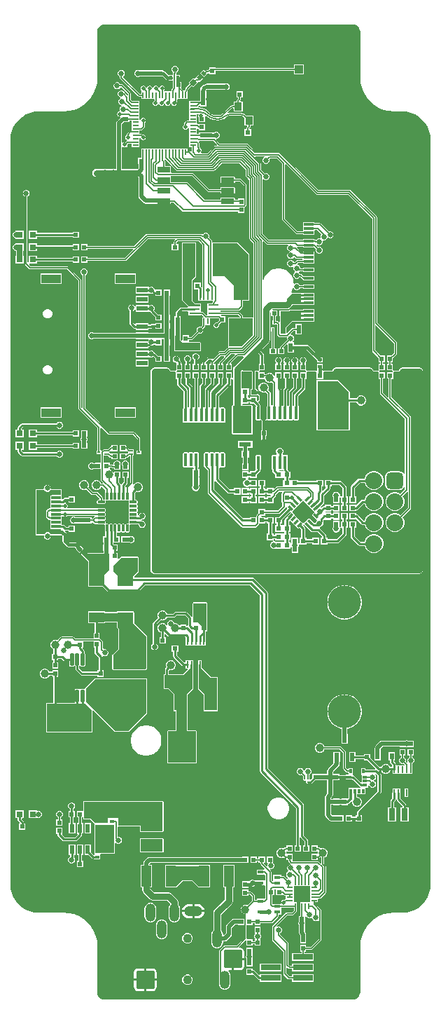
<source format=gbr>
%TF.GenerationSoftware,Altium Limited,Altium Designer,22.5.1 (42)*%
G04 Layer_Physical_Order=1*
G04 Layer_Color=6711008*
%FSLAX45Y45*%
%MOMM*%
%TF.SameCoordinates,B0F14D10-A82B-43C6-BF60-515EF57ECD05*%
%TF.FilePolarity,Positive*%
%TF.FileFunction,Copper,L1,Top,Signal*%
%TF.Part,Single*%
G01*
G75*
%TA.AperFunction,Conductor*%
%ADD10C,0.50800*%
%ADD11C,0.14681*%
%ADD12C,0.12700*%
%TA.AperFunction,SMDPad,CuDef*%
%ADD13R,0.80000X0.45000*%
%ADD14R,0.55000X0.60000*%
%ADD15R,0.60000X0.55000*%
%ADD16R,0.20000X0.34000*%
%ADD17R,0.26000X0.34000*%
%ADD18R,0.60000X0.60000*%
%ADD19R,0.60000X0.60000*%
%ADD20R,7.00000X7.00000*%
%ADD21R,1.20000X0.30000*%
%ADD22R,4.10000X2.50000*%
%ADD23R,0.76200X0.20320*%
%ADD24R,0.60000X1.05000*%
G04:AMPARAMS|DCode=25|XSize=1.55mm|YSize=0.6mm|CornerRadius=0.03mm|HoleSize=0mm|Usage=FLASHONLY|Rotation=180.000|XOffset=0mm|YOffset=0mm|HoleType=Round|Shape=RoundedRectangle|*
%AMROUNDEDRECTD25*
21,1,1.55000,0.54000,0,0,180.0*
21,1,1.49000,0.60000,0,0,180.0*
1,1,0.06000,-0.74500,0.27000*
1,1,0.06000,0.74500,0.27000*
1,1,0.06000,0.74500,-0.27000*
1,1,0.06000,-0.74500,-0.27000*
%
%ADD25ROUNDEDRECTD25*%
%ADD26R,0.80000X0.80000*%
%ADD27R,1.80000X1.30000*%
%ADD28R,1.50000X4.00000*%
%ADD29R,1.30000X0.25000*%
%ADD30R,0.25000X0.70000*%
%ADD31R,0.60000X0.80000*%
%ADD32R,2.20000X1.05000*%
%ADD33R,1.05000X1.00000*%
%ADD34R,0.90000X1.00000*%
%ADD35R,0.40000X0.50000*%
G04:AMPARAMS|DCode=36|XSize=0.4mm|YSize=0.5mm|CornerRadius=0mm|HoleSize=0mm|Usage=FLASHONLY|Rotation=45.000|XOffset=0mm|YOffset=0mm|HoleType=Round|Shape=Rectangle|*
%AMROTATEDRECTD36*
4,1,4,0.03535,-0.31820,-0.31820,0.03535,-0.03535,0.31820,0.31820,-0.03535,0.03535,-0.31820,0.0*
%
%ADD36ROTATEDRECTD36*%

%ADD37P,0.84853X4X90.0*%
%ADD38R,0.20320X0.76200*%
%ADD39R,4.01320X4.01320*%
%ADD40R,0.50800X0.50800*%
%ADD41R,0.80000X0.20000*%
%ADD42R,0.20000X0.80000*%
%ADD43R,2.40000X0.76000*%
%ADD44R,1.70000X1.70000*%
%ADD45C,1.00000*%
%ADD46R,1.40000X0.62000*%
%ADD47R,2.40000X1.10000*%
%ADD48R,0.60000X1.10000*%
%ADD49R,3.35000X2.00000*%
%ADD50R,2.00000X3.35000*%
%ADD51R,1.90000X1.20000*%
%ADD52R,2.45000X2.45000*%
G04:AMPARAMS|DCode=53|XSize=0.86mm|YSize=0.27mm|CornerRadius=0.03375mm|HoleSize=0mm|Usage=FLASHONLY|Rotation=0.000|XOffset=0mm|YOffset=0mm|HoleType=Round|Shape=RoundedRectangle|*
%AMROUNDEDRECTD53*
21,1,0.86000,0.20250,0,0,0.0*
21,1,0.79250,0.27000,0,0,0.0*
1,1,0.06750,0.39625,-0.10125*
1,1,0.06750,-0.39625,-0.10125*
1,1,0.06750,-0.39625,0.10125*
1,1,0.06750,0.39625,0.10125*
%
%ADD53ROUNDEDRECTD53*%
G04:AMPARAMS|DCode=54|XSize=0.86mm|YSize=0.27mm|CornerRadius=0.03375mm|HoleSize=0mm|Usage=FLASHONLY|Rotation=90.000|XOffset=0mm|YOffset=0mm|HoleType=Round|Shape=RoundedRectangle|*
%AMROUNDEDRECTD54*
21,1,0.86000,0.20250,0,0,90.0*
21,1,0.79250,0.27000,0,0,90.0*
1,1,0.06750,0.10125,0.39625*
1,1,0.06750,0.10125,-0.39625*
1,1,0.06750,-0.10125,-0.39625*
1,1,0.06750,-0.10125,0.39625*
%
%ADD54ROUNDEDRECTD54*%
%ADD55R,4.00000X1.50000*%
G04:AMPARAMS|DCode=56|XSize=1.6mm|YSize=0.41mm|CornerRadius=0.0205mm|HoleSize=0mm|Usage=FLASHONLY|Rotation=90.000|XOffset=0mm|YOffset=0mm|HoleType=Round|Shape=RoundedRectangle|*
%AMROUNDEDRECTD56*
21,1,1.60000,0.36900,0,0,90.0*
21,1,1.55900,0.41000,0,0,90.0*
1,1,0.04100,0.18450,0.77950*
1,1,0.04100,0.18450,-0.77950*
1,1,0.04100,-0.18450,-0.77950*
1,1,0.04100,-0.18450,0.77950*
%
%ADD56ROUNDEDRECTD56*%
%ADD57R,0.80000X1.50000*%
%ADD58R,2.48920X1.52400*%
%ADD59R,0.25400X0.81280*%
%ADD60R,0.35560X0.58420*%
%ADD61R,0.58420X0.35560*%
%ADD62C,0.23000*%
G04:AMPARAMS|DCode=63|XSize=1.6mm|YSize=0.35mm|CornerRadius=0.0175mm|HoleSize=0mm|Usage=FLASHONLY|Rotation=270.000|XOffset=0mm|YOffset=0mm|HoleType=Round|Shape=RoundedRectangle|*
%AMROUNDEDRECTD63*
21,1,1.60000,0.31500,0,0,270.0*
21,1,1.56500,0.35000,0,0,270.0*
1,1,0.03500,-0.15750,-0.78250*
1,1,0.03500,-0.15750,0.78250*
1,1,0.03500,0.15750,0.78250*
1,1,0.03500,0.15750,-0.78250*
%
%ADD63ROUNDEDRECTD63*%
%ADD64R,0.47500X0.40000*%
%ADD65R,0.66000X0.40000*%
G04:AMPARAMS|DCode=66|XSize=1.45mm|YSize=0.45mm|CornerRadius=0.0225mm|HoleSize=0mm|Usage=FLASHONLY|Rotation=90.000|XOffset=0mm|YOffset=0mm|HoleType=Round|Shape=RoundedRectangle|*
%AMROUNDEDRECTD66*
21,1,1.45000,0.40500,0,0,90.0*
21,1,1.40500,0.45000,0,0,90.0*
1,1,0.04500,0.20250,0.70250*
1,1,0.04500,0.20250,-0.70250*
1,1,0.04500,-0.20250,-0.70250*
1,1,0.04500,-0.20250,0.70250*
%
%ADD66ROUNDEDRECTD66*%
%TA.AperFunction,ConnectorPad*%
%ADD67R,2.00000X2.18000*%
%ADD68R,1.15000X0.30000*%
%ADD69R,1.15000X0.60000*%
%TA.AperFunction,SMDPad,CuDef*%
%ADD70P,2.40416X4X180.0*%
G04:AMPARAMS|DCode=71|XSize=0.65mm|YSize=0.25mm|CornerRadius=0mm|HoleSize=0mm|Usage=FLASHONLY|Rotation=315.000|XOffset=0mm|YOffset=0mm|HoleType=Round|Shape=Rectangle|*
%AMROTATEDRECTD71*
4,1,4,-0.31820,0.14142,-0.14142,0.31820,0.31820,-0.14142,0.14142,-0.31820,-0.31820,0.14142,0.0*
%
%ADD71ROTATEDRECTD71*%

G04:AMPARAMS|DCode=72|XSize=0.65mm|YSize=0.25mm|CornerRadius=0mm|HoleSize=0mm|Usage=FLASHONLY|Rotation=45.000|XOffset=0mm|YOffset=0mm|HoleType=Round|Shape=Rectangle|*
%AMROTATEDRECTD72*
4,1,4,-0.14142,-0.31820,-0.31820,-0.14142,0.14142,0.31820,0.31820,0.14142,-0.14142,-0.31820,0.0*
%
%ADD72ROTATEDRECTD72*%

%ADD73R,1.20000X2.50000*%
%ADD74R,1.45000X0.60000*%
G04:AMPARAMS|DCode=75|XSize=0.4mm|YSize=0.5mm|CornerRadius=0mm|HoleSize=0mm|Usage=FLASHONLY|Rotation=315.000|XOffset=0mm|YOffset=0mm|HoleType=Round|Shape=Rectangle|*
%AMROTATEDRECTD75*
4,1,4,-0.31820,-0.03535,0.03535,0.31820,0.31820,0.03535,-0.03535,-0.31820,-0.31820,-0.03535,0.0*
%
%ADD75ROTATEDRECTD75*%

%ADD76R,0.50000X0.40000*%
%ADD77R,0.34000X0.20000*%
%ADD78R,0.34000X0.26000*%
%ADD79R,1.20000X1.90000*%
%TA.AperFunction,Conductor*%
%ADD80C,0.25400*%
%ADD81C,0.76200*%
%ADD82C,0.38100*%
%ADD83C,0.20320*%
%ADD84C,0.63500*%
%ADD85C,0.15000*%
%ADD86C,0.22860*%
%ADD87C,0.30480*%
%ADD88C,1.27000*%
%ADD89C,1.01600*%
%ADD90R,2.50000X1.75402*%
%TA.AperFunction,NonConductor*%
%ADD91R,0.30000X0.52000*%
%TA.AperFunction,Conductor*%
%ADD92R,3.35000X3.75896*%
%TA.AperFunction,ComponentPad*%
G04:AMPARAMS|DCode=93|XSize=2.032mm|YSize=2.032mm|CornerRadius=0.508mm|HoleSize=0mm|Usage=FLASHONLY|Rotation=270.000|XOffset=0mm|YOffset=0mm|HoleType=Round|Shape=RoundedRectangle|*
%AMROUNDEDRECTD93*
21,1,2.03200,1.01600,0,0,270.0*
21,1,1.01600,2.03200,0,0,270.0*
1,1,1.01600,-0.50800,-0.50800*
1,1,1.01600,-0.50800,0.50800*
1,1,1.01600,0.50800,0.50800*
1,1,1.01600,0.50800,-0.50800*
%
%ADD93ROUNDEDRECTD93*%
%ADD94C,2.03200*%
%ADD95C,4.00000*%
G04:AMPARAMS|DCode=96|XSize=2.2mm|YSize=1.2mm|CornerRadius=0.6mm|HoleSize=0mm|Usage=FLASHONLY|Rotation=180.000|XOffset=0mm|YOffset=0mm|HoleType=Round|Shape=RoundedRectangle|*
%AMROUNDEDRECTD96*
21,1,2.20000,0.00000,0,0,180.0*
21,1,1.00000,1.20000,0,0,180.0*
1,1,1.20000,-0.50000,0.00000*
1,1,1.20000,0.50000,0.00000*
1,1,1.20000,0.50000,0.00000*
1,1,1.20000,-0.50000,0.00000*
%
%ADD96ROUNDEDRECTD96*%
G04:AMPARAMS|DCode=97|XSize=2.2mm|YSize=1.2mm|CornerRadius=0.6mm|HoleSize=0mm|Usage=FLASHONLY|Rotation=270.000|XOffset=0mm|YOffset=0mm|HoleType=Round|Shape=RoundedRectangle|*
%AMROUNDEDRECTD97*
21,1,2.20000,0.00000,0,0,270.0*
21,1,1.00000,1.20000,0,0,270.0*
1,1,1.20000,0.00000,-0.50000*
1,1,1.20000,0.00000,0.50000*
1,1,1.20000,0.00000,0.50000*
1,1,1.20000,0.00000,-0.50000*
%
%ADD97ROUNDEDRECTD97*%
G04:AMPARAMS|DCode=98|XSize=2.2mm|YSize=2.2mm|CornerRadius=0.22mm|HoleSize=0mm|Usage=FLASHONLY|Rotation=270.000|XOffset=0mm|YOffset=0mm|HoleType=Round|Shape=RoundedRectangle|*
%AMROUNDEDRECTD98*
21,1,2.20000,1.76000,0,0,270.0*
21,1,1.76000,2.20000,0,0,270.0*
1,1,0.44000,-0.88000,-0.88000*
1,1,0.44000,-0.88000,0.88000*
1,1,0.44000,0.88000,0.88000*
1,1,0.44000,0.88000,-0.88000*
%
%ADD98ROUNDEDRECTD98*%
%ADD99C,1.10000*%
%ADD100C,0.65000*%
%TA.AperFunction,ViaPad*%
%ADD101C,6.50000*%
%ADD102C,0.66000*%
%ADD103C,0.46000*%
G36*
X1723323Y5887542D02*
X1745056Y5878540D01*
X1763718Y5864219D01*
X1778039Y5845557D01*
X1787041Y5823824D01*
X1790045Y5801005D01*
X1789836Y5800501D01*
X1789837Y5250501D01*
X1789344D01*
X1794400Y5186260D01*
X1809443Y5123601D01*
X1834103Y5064067D01*
X1867773Y5009124D01*
X1909623Y4960124D01*
X1958623Y4918274D01*
X2013566Y4884604D01*
X2073101Y4859944D01*
X2135760Y4844901D01*
X2200000Y4839845D01*
Y4840338D01*
X2300000D01*
X2301122Y4840802D01*
X2353249Y4836700D01*
X2405186Y4824231D01*
X2454534Y4803790D01*
X2500076Y4775882D01*
X2540692Y4741193D01*
X2575381Y4700577D01*
X2603289Y4655035D01*
X2623730Y4605687D01*
X2636199Y4553750D01*
X2639404Y4513022D01*
X2639836Y4500501D01*
D01*
X2639837Y4487833D01*
Y-4486831D01*
X2639836Y-4499498D01*
X2639836D01*
X2639404Y-4512020D01*
X2636199Y-4552747D01*
X2623730Y-4604685D01*
X2603289Y-4654032D01*
X2575381Y-4699575D01*
X2540692Y-4740190D01*
X2500076Y-4774880D01*
X2454534Y-4802788D01*
X2405186Y-4823228D01*
X2353249Y-4835697D01*
X2301122Y-4839800D01*
X2300000Y-4839335D01*
X2200000D01*
Y-4838843D01*
X2135760Y-4843899D01*
X2073101Y-4858942D01*
X2013566Y-4883602D01*
X1958623Y-4917271D01*
X1909623Y-4959121D01*
X1867773Y-5008121D01*
X1834103Y-5063065D01*
X1809443Y-5122599D01*
X1794400Y-5185258D01*
X1789344Y-5249499D01*
X1789837D01*
X1789836Y-5799499D01*
X1790045Y-5800002D01*
X1787041Y-5822821D01*
X1778039Y-5844554D01*
X1763718Y-5863217D01*
X1745056Y-5877537D01*
X1723323Y-5886540D01*
X1700504Y-5889544D01*
X1700000Y-5889335D01*
X-1300000D01*
X-1300503Y-5889544D01*
X-1323322Y-5886540D01*
X-1345055Y-5877537D01*
X-1363718Y-5863217D01*
X-1378038Y-5844554D01*
X-1387041Y-5822821D01*
X-1390045Y-5800002D01*
X-1389836Y-5799499D01*
X-1389837Y-5262199D01*
X-1389344Y-5249499D01*
X-1389344D01*
X-1394400Y-5185258D01*
X-1409443Y-5122599D01*
X-1434103Y-5063065D01*
X-1467773Y-5008121D01*
X-1509623Y-4959121D01*
X-1558622Y-4917271D01*
X-1613566Y-4883602D01*
X-1673100Y-4858942D01*
X-1735759Y-4843899D01*
X-1800000Y-4838843D01*
Y-4839335D01*
X-2100000D01*
X-2101122Y-4839800D01*
X-2153248Y-4835697D01*
X-2205186Y-4823228D01*
X-2254533Y-4802788D01*
X-2300076Y-4774880D01*
X-2340692Y-4740190D01*
X-2375381Y-4699575D01*
X-2403289Y-4654032D01*
X-2423729Y-4604685D01*
X-2436199Y-4552747D01*
X-2440301Y-4500621D01*
X-2439836Y-4499499D01*
X-2439836Y4500501D01*
X-2440301Y4501623D01*
X-2436199Y4553750D01*
X-2423729Y4605687D01*
X-2403289Y4655035D01*
X-2375381Y4700577D01*
X-2340692Y4741193D01*
X-2300076Y4775882D01*
X-2254533Y4803790D01*
X-2205186Y4824231D01*
X-2153248Y4836700D01*
X-2101122Y4840802D01*
X-2100000Y4840338D01*
X-1800000D01*
Y4839845D01*
X-1735759Y4844901D01*
X-1673100Y4859944D01*
X-1613566Y4884604D01*
X-1558622Y4918274D01*
X-1509623Y4960124D01*
X-1467773Y5009124D01*
X-1434103Y5064067D01*
X-1409443Y5123601D01*
X-1394400Y5186260D01*
X-1389344Y5250501D01*
X-1389836D01*
Y5800501D01*
X-1390045Y5801004D01*
X-1387041Y5823824D01*
X-1378038Y5845557D01*
X-1363718Y5864219D01*
X-1345055Y5878540D01*
X-1323322Y5887542D01*
X-1300503Y5890546D01*
X-1300000Y5890337D01*
X1700000D01*
X1700504Y5890546D01*
X1723323Y5887542D01*
D02*
G37*
%LPC*%
G36*
X1108890Y5408890D02*
X986110D01*
Y5366548D01*
X38893D01*
Y5368899D01*
X-38887D01*
Y5345503D01*
X-57637Y5343034D01*
X-87935Y5330484D01*
X-90834Y5328260D01*
X-105251Y5342676D01*
X-146108Y5301819D01*
X-98180Y5253892D01*
X-57323Y5294748D01*
X-50768Y5300181D01*
X-38887Y5292911D01*
Y5291119D01*
X38893D01*
Y5333451D01*
X986110D01*
Y5291110D01*
X1108890D01*
Y5408890D01*
D02*
G37*
G36*
X-441667Y5391890D02*
X-458332D01*
X-473729Y5385512D01*
X-485512Y5373729D01*
X-491890Y5358332D01*
Y5341667D01*
X-485512Y5326271D01*
X-473729Y5314487D01*
X-473818Y5300778D01*
X-476485Y5294340D01*
Y5283890D01*
X-528889D01*
X-528889Y5283890D01*
Y5283890D01*
X-528890Y5283890D01*
X-540042Y5287627D01*
X-572556Y5320141D01*
X-581798Y5326316D01*
X-591100Y5328167D01*
Y5338887D01*
X-668400D01*
X-668880Y5338887D01*
Y5338888D01*
X-681101D01*
Y5338887D01*
X-681580Y5338887D01*
X-758400D01*
X-758880Y5338887D01*
Y5338888D01*
X-771101D01*
Y5338887D01*
X-771580Y5338887D01*
X-848880D01*
Y5334960D01*
X-875719D01*
X-876271Y5335513D01*
X-891668Y5341890D01*
X-908332D01*
X-923729Y5335513D01*
X-935512Y5323729D01*
X-941890Y5308333D01*
Y5291668D01*
X-935512Y5276271D01*
X-923729Y5264488D01*
X-908332Y5258110D01*
X-891668D01*
X-876271Y5264488D01*
X-875722Y5265037D01*
X-848880D01*
Y5261107D01*
X-771580D01*
X-771101Y5261107D01*
Y5261107D01*
X-758880D01*
Y5261107D01*
X-758400Y5261107D01*
X-681580D01*
X-681101Y5261107D01*
Y5261107D01*
X-668880D01*
Y5261107D01*
X-668400Y5261107D01*
X-594097D01*
X-562846Y5229857D01*
X-562846Y5229856D01*
X-553604Y5223681D01*
X-542702Y5221512D01*
X-542701Y5221513D01*
X-528890D01*
Y5216110D01*
X-476485D01*
Y5123741D01*
X-491664Y5108562D01*
X-496496Y5096898D01*
Y5093285D01*
X-500950Y5082430D01*
X-511750Y5082430D01*
X-539050Y5082430D01*
X-551750Y5082430D01*
X-579050D01*
X-583504Y5093285D01*
Y5097480D01*
X-579858Y5101126D01*
X-575003Y5112847D01*
Y5125534D01*
X-579858Y5137254D01*
X-588829Y5146225D01*
X-600549Y5151080D01*
X-613236D01*
X-624957Y5146225D01*
X-633928Y5137254D01*
X-638783Y5125534D01*
X-650854D01*
X-655709Y5137254D01*
X-664679Y5146225D01*
X-676400Y5151080D01*
X-689087D01*
X-700808Y5146225D01*
X-709779Y5137254D01*
X-714633Y5125534D01*
X-726705D01*
X-731559Y5137254D01*
X-740530Y5146225D01*
X-752251Y5151080D01*
X-764938D01*
X-776659Y5146225D01*
X-785629Y5137254D01*
X-790484Y5125534D01*
X-802555D01*
X-807410Y5137254D01*
X-816381Y5146225D01*
X-828102Y5151080D01*
X-840789D01*
X-852509Y5146225D01*
X-861480Y5137254D01*
X-866335Y5125534D01*
Y5112847D01*
X-861480Y5101126D01*
X-855484Y5095130D01*
X-859050Y5082430D01*
X-859050D01*
Y5051936D01*
X-878608D01*
X-1077078Y5250407D01*
X-1076271Y5264488D01*
X-1064488Y5276271D01*
X-1058110Y5291668D01*
Y5308333D01*
X-1064488Y5323729D01*
X-1076271Y5335513D01*
X-1091668Y5341890D01*
X-1108333D01*
X-1123729Y5335513D01*
X-1135513Y5323729D01*
X-1141890Y5308333D01*
Y5291668D01*
X-1135513Y5276271D01*
X-1123729Y5264488D01*
X-1116496Y5261492D01*
Y5250000D01*
X-1111664Y5238336D01*
X-897104Y5023776D01*
X-885440Y5018944D01*
X-859050D01*
Y4988450D01*
X-820951D01*
Y4988450D01*
X-819050Y4988450D01*
X-819049Y4988450D01*
X-780950Y4988450D01*
X-768250Y4988450D01*
X-740950Y4988450D01*
X-728250Y4988450D01*
X-700950Y4988450D01*
X-696496Y4977595D01*
Y4969708D01*
X-707743Y4965049D01*
X-716714Y4956078D01*
X-721569Y4944357D01*
Y4931671D01*
X-716714Y4919950D01*
X-707743Y4910979D01*
X-696022Y4906124D01*
X-683335D01*
X-671615Y4910979D01*
X-662644Y4919950D01*
X-657789Y4931670D01*
X-645718D01*
X-640863Y4919950D01*
X-631892Y4910979D01*
X-620171Y4906124D01*
X-607485D01*
X-595764Y4910979D01*
X-586793Y4919950D01*
X-581938Y4931670D01*
X-569867D01*
X-565012Y4919950D01*
X-556042Y4910979D01*
X-544321Y4906124D01*
X-531634D01*
X-519913Y4910979D01*
X-510942Y4919950D01*
X-506088Y4931670D01*
X-494607D01*
Y4931670D01*
X-494016D01*
X-489162Y4919950D01*
X-480191Y4910979D01*
X-468470Y4906124D01*
X-455783D01*
X-444062Y4910979D01*
X-435092Y4919950D01*
X-430237Y4931671D01*
Y4944357D01*
X-430886Y4945926D01*
X-428336Y4948476D01*
X-423504Y4960140D01*
Y4977595D01*
X-419050Y4988450D01*
X-408250Y4988450D01*
X-380951D01*
Y4988450D01*
X-379050D01*
X-379049Y4988450D01*
X-340950Y4988450D01*
X-328250Y4988450D01*
X-300950D01*
Y5082430D01*
X-300950Y5082430D01*
X-300949D01*
X-300950Y5082430D01*
X-297971Y5093896D01*
X-288389Y5108237D01*
X-288298Y5108298D01*
X-245797Y5150799D01*
X-230000Y5135001D01*
X-175001Y5190000D01*
Y5190000D01*
X-168780Y5200997D01*
X-160752Y5203327D01*
X-154748Y5197324D01*
X-113892Y5238180D01*
X-161819Y5286108D01*
X-202676Y5245251D01*
Y5245251D01*
X-211183Y5236068D01*
X-218873Y5233872D01*
X-230000Y5244999D01*
X-284998Y5190000D01*
X-269201Y5174202D01*
X-311701Y5131701D01*
X-311992Y5131992D01*
X-325539Y5114337D01*
X-334055Y5093778D01*
X-334243Y5092352D01*
X-334250Y5092341D01*
X-346839Y5090684D01*
X-347667Y5091561D01*
X-348336Y5093175D01*
X-365728Y5110568D01*
X-371112Y5121101D01*
X-371112D01*
X-371113Y5121101D01*
Y5198880D01*
X-391513D01*
Y5216110D01*
X-391110D01*
Y5283890D01*
X-429270D01*
X-431633Y5286177D01*
X-436710Y5296590D01*
X-433504Y5304329D01*
Y5311492D01*
X-426271Y5314487D01*
X-414487Y5326271D01*
X-408110Y5341667D01*
Y5358332D01*
X-414487Y5373729D01*
X-426271Y5385512D01*
X-441667Y5391890D01*
D02*
G37*
G36*
X-1141667Y5191890D02*
X-1158332D01*
X-1173728Y5185512D01*
X-1185512Y5173729D01*
X-1191890Y5158332D01*
Y5141667D01*
X-1185512Y5126271D01*
X-1173728Y5114487D01*
X-1158332Y5108110D01*
X-1141667D01*
X-1126271Y5114487D01*
X-1114487Y5126271D01*
X-1111491Y5133504D01*
X-1099144D01*
X-1016916Y5051276D01*
Y5035754D01*
X-1029616Y5030493D01*
X-1058573Y5059451D01*
X-1064488Y5073729D01*
X-1076271Y5085513D01*
X-1091668Y5091890D01*
X-1108333D01*
X-1123729Y5085513D01*
X-1135513Y5073729D01*
X-1141890Y5058333D01*
Y5041668D01*
X-1135513Y5026271D01*
X-1123729Y5014488D01*
X-1112834Y5009975D01*
X-1112476Y4996377D01*
X-1115700Y4995041D01*
X-1127483Y4983257D01*
X-1133861Y4967861D01*
Y4951196D01*
X-1127483Y4935800D01*
X-1115700Y4924016D01*
X-1100546Y4917739D01*
X-1100161Y4916753D01*
X-1098262Y4904939D01*
X-1104489Y4902360D01*
X-1116272Y4890576D01*
X-1122650Y4875180D01*
Y4858515D01*
X-1120401Y4853085D01*
X-1121338Y4849932D01*
X-1128197Y4838719D01*
X-1135896Y4835530D01*
X-1144867Y4826559D01*
X-1149722Y4814838D01*
Y4802152D01*
X-1144867Y4790431D01*
X-1135896Y4781460D01*
X-1124175Y4776605D01*
X-1116315D01*
X-1110747Y4764212D01*
X-1150238Y4724722D01*
X-1157816Y4713379D01*
X-1160478Y4700000D01*
Y4145809D01*
X-1402101D01*
X-1420436Y4142162D01*
X-1435979Y4131776D01*
X-1446365Y4116233D01*
X-1450012Y4097899D01*
X-1446365Y4079564D01*
X-1435979Y4064021D01*
X-1420436Y4053635D01*
X-1402101Y4049988D01*
X-901533D01*
X-894964Y4043419D01*
Y3812964D01*
X-892303Y3799585D01*
X-884724Y3788242D01*
X-831758Y3735276D01*
X-831757Y3735275D01*
X-820415Y3727697D01*
X-807035Y3725035D01*
X-778880D01*
Y3721107D01*
X-701100D01*
Y3725035D01*
X-671278D01*
X-670600Y3723400D01*
X-661500Y3719630D01*
X-512500D01*
X-503400Y3723400D01*
X-499630Y3732500D01*
Y3740077D01*
X-467800D01*
X-363990Y3636266D01*
X-357688Y3632056D01*
X-350255Y3630577D01*
X313610D01*
Y3611110D01*
X386390D01*
Y3683067D01*
X396818Y3687386D01*
X411664Y3702232D01*
X416496Y3713897D01*
Y3950000D01*
X411664Y3961664D01*
X348164Y4025164D01*
X336500Y4029996D01*
X274370D01*
Y4040500D01*
X270600Y4049600D01*
X261500Y4053370D01*
X112500D01*
X103400Y4049600D01*
X99630Y4040500D01*
Y3986500D01*
X103400Y3977400D01*
X112500Y3973630D01*
X261500D01*
X270600Y3977400D01*
X274370Y3986500D01*
Y3997004D01*
X329667D01*
X383504Y3943167D01*
Y3788890D01*
X313610D01*
Y3775996D01*
X274370D01*
Y3786500D01*
X270600Y3795600D01*
X261500Y3799370D01*
X112500D01*
X103400Y3795600D01*
X99630Y3786500D01*
Y3775996D01*
X-92986D01*
X-293105Y3976114D01*
X-304769Y3980946D01*
X-495919D01*
X-499630Y3986500D01*
Y4040500D01*
X-503400Y4049600D01*
X-498805Y4061443D01*
X-241735D01*
X-55127Y3874836D01*
X-43463Y3870004D01*
X99630D01*
Y3859500D01*
X103400Y3850400D01*
X112500Y3846630D01*
X261500D01*
X270600Y3850400D01*
X274370Y3859500D01*
Y3913500D01*
X270600Y3922600D01*
X261500Y3926370D01*
X112500D01*
X103400Y3922600D01*
X99630Y3913500D01*
Y3902996D01*
X-36630D01*
X-223238Y4089603D01*
X-234902Y4094435D01*
X-496771D01*
X-502266Y4107135D01*
X-499630Y4113500D01*
Y4167500D01*
X-503400Y4176600D01*
X-512500Y4180370D01*
X-570504D01*
Y4237000D01*
X-575336Y4248664D01*
X-576511Y4249840D01*
X-576265Y4251990D01*
X-563029Y4256610D01*
X-562869Y4256555D01*
X-433866Y4127551D01*
X-422202Y4122720D01*
X18426D01*
X30090Y4127551D01*
X114194Y4211655D01*
X332292D01*
X405174Y4138773D01*
Y4062805D01*
X410005Y4051141D01*
X431928Y4029218D01*
X431928Y4029217D01*
X448661Y4012484D01*
Y3305238D01*
X453493Y3293574D01*
X500154Y3246912D01*
Y2358879D01*
X489314Y2349623D01*
X366496D01*
Y2369426D01*
X361664Y2381090D01*
X331030Y2411725D01*
X319365Y2416557D01*
X101033D01*
X95771Y2425324D01*
X100686Y2433504D01*
X317755D01*
X329419Y2438336D01*
X361664Y2470581D01*
X366496Y2482245D01*
Y2550377D01*
X440000D01*
X441769Y2551110D01*
X448890D01*
Y2558231D01*
X449623Y2560000D01*
Y3110000D01*
X446804Y3116804D01*
X306804Y3256804D01*
X300000Y3259622D01*
X5000D01*
X-4079Y3268036D01*
X-4151Y3271482D01*
Y3274744D01*
X-8982Y3286408D01*
X-37969Y3315394D01*
X-34973Y3322627D01*
Y3339292D01*
X-41350Y3354688D01*
X-53134Y3366472D01*
X-68530Y3372850D01*
X-85195D01*
X-100592Y3366472D01*
X-112375Y3354689D01*
X-119254Y3354490D01*
X-125993Y3355001D01*
X-136062Y3359172D01*
X-793245D01*
X-804909Y3354341D01*
X-942754Y3216495D01*
X-1511111D01*
Y3236390D01*
X-1588890D01*
Y3163610D01*
X-1511111D01*
Y3183504D01*
X-956418D01*
X-951558Y3171771D01*
X-1056833Y3066496D01*
X-1511111D01*
Y3086390D01*
X-1588890D01*
Y3013610D01*
X-1511111D01*
Y3033504D01*
X-1050000D01*
X-1038336Y3038336D01*
X-776888Y3299783D01*
X-453832D01*
X-448972Y3288050D01*
X-461655Y3275367D01*
X-466486Y3263703D01*
Y3238899D01*
X-488880D01*
Y3161119D01*
X-411101D01*
Y3238899D01*
X-433495D01*
Y3256870D01*
X-415982Y3274383D01*
X-164633D01*
X-116496Y3226246D01*
Y2709646D01*
X-129196Y2708396D01*
X-129663Y2710743D01*
X-134435Y2717884D01*
X-140859Y2724308D01*
Y2770957D01*
X-218639D01*
Y2693177D01*
X-172013D01*
Y2595000D01*
X-171390Y2591868D01*
Y2551110D01*
X-125000Y2551110D01*
X-115910Y2551110D01*
X-75000Y2551110D01*
X-65910Y2551110D01*
X-25000Y2551110D01*
X-15910Y2551110D01*
X2696D01*
X7556Y2539377D01*
X3336Y2535156D01*
X-1496Y2523492D01*
Y2521390D01*
X-58890D01*
Y2478611D01*
X-58890D01*
Y2471389D01*
X-58890D01*
X-58890Y2425000D01*
X-58890Y2415910D01*
X-58890Y2378610D01*
X-71304Y2377920D01*
X-73318D01*
X-107063Y2411664D01*
X-118727Y2416496D01*
X-139696D01*
X-141110Y2428610D01*
X-141110Y2434090D01*
X-141110Y2475000D01*
X-141110Y2485731D01*
X-140377Y2487500D01*
Y2512500D01*
X-141110Y2514269D01*
Y2521390D01*
X-148231D01*
X-150000Y2522123D01*
X-208514D01*
X-240134Y2553742D01*
Y2801258D01*
X-200281Y2841110D01*
X-196110D01*
Y2848231D01*
X-195377Y2850000D01*
Y3250000D01*
X-196110Y3251769D01*
Y3258890D01*
X-203230D01*
X-205000Y3259623D01*
X-355000D01*
X-356769Y3258890D01*
X-363890D01*
Y3251769D01*
X-364622Y3250000D01*
Y2562500D01*
X-361804Y2555695D01*
X-293925Y2487816D01*
X-295764Y2474060D01*
X-298857Y2472013D01*
X-377023D01*
X-385447Y2470337D01*
X-392588Y2465565D01*
X-435563Y2422591D01*
X-440335Y2415449D01*
X-442010Y2407025D01*
Y2365035D01*
X-458887D01*
Y2287255D01*
X-454959D01*
Y2265044D01*
X-458885D01*
Y2187265D01*
X-454953D01*
Y2136390D01*
X-458881D01*
Y2129269D01*
X-459614Y2127500D01*
Y1950000D01*
X-456795Y1943196D01*
X-449991Y1940377D01*
X-150000D01*
X-143196Y1943196D01*
X-140377Y1950000D01*
Y2046999D01*
X-143196Y2053804D01*
X-150000Y2056622D01*
X-271296D01*
X-281101Y2063611D01*
X-281101Y2069322D01*
Y2083504D01*
X-250000D01*
X-238336Y2088336D01*
X-165565Y2161106D01*
X-158332Y2158110D01*
X-141667D01*
X-126271Y2164487D01*
X-114487Y2176271D01*
X-108110Y2191667D01*
Y2208332D01*
X-111106Y2215565D01*
X-88336Y2238335D01*
X-83505Y2250000D01*
Y2259697D01*
X-71390Y2261110D01*
X-71390Y2261110D01*
X-71389Y2261110D01*
X-28610D01*
Y2344929D01*
X77744D01*
X80950Y2341723D01*
Y2310600D01*
X57912Y2287562D01*
X56343Y2288211D01*
X43657D01*
X31936Y2283356D01*
X22965Y2274386D01*
X18110Y2262665D01*
Y2249978D01*
X22965Y2238257D01*
X31936Y2229286D01*
X43657Y2224431D01*
X56343D01*
X68064Y2229286D01*
X77035Y2238257D01*
X81890Y2249978D01*
Y2262665D01*
X81240Y2264233D01*
X104278Y2287271D01*
X158730D01*
Y2365051D01*
X108756D01*
X103882Y2370865D01*
X109808Y2383565D01*
X312533D01*
X333504Y2362594D01*
Y2349623D01*
X200000D01*
X193196Y2346804D01*
X190378Y2340000D01*
Y2000000D01*
X189099Y1988823D01*
X182925Y1981800D01*
X143021Y1941896D01*
X83067D01*
X71403Y1937064D01*
X6186Y1871848D01*
X-49876D01*
X-61540Y1867016D01*
X-111664Y1816892D01*
X-116496Y1805228D01*
Y1788891D01*
X-136390D01*
Y1711111D01*
X-63610D01*
Y1788891D01*
X-75790D01*
X-80308Y1801591D01*
X-43043Y1838856D01*
X-7478D01*
X-2617Y1827123D01*
X-11664Y1818076D01*
X-16496Y1806412D01*
Y1788890D01*
X-36390D01*
Y1711110D01*
X36390D01*
Y1788890D01*
X21350D01*
X18506Y1801590D01*
X100421Y1883504D01*
X139878D01*
X144738Y1871771D01*
X88336Y1815368D01*
X83504Y1803704D01*
Y1788890D01*
X63610D01*
Y1711110D01*
X136390D01*
Y1788890D01*
X126475D01*
X121214Y1801590D01*
X228529Y1908904D01*
X268982D01*
X273842Y1897171D01*
X188336Y1811665D01*
X183505Y1800000D01*
Y1788891D01*
X163611D01*
Y1711111D01*
X236390D01*
Y1788891D01*
X230179D01*
X224919Y1801591D01*
X306833Y1883504D01*
X371611D01*
X376472Y1871771D01*
X266122Y1761421D01*
X255736Y1745878D01*
X252089Y1727544D01*
Y1631383D01*
X239389Y1623499D01*
X236390Y1624984D01*
Y1688890D01*
X163610D01*
Y1611110D01*
X177987D01*
Y1559118D01*
X43185Y1424315D01*
X38413Y1417174D01*
X36737Y1408750D01*
Y1267031D01*
X32844Y1263520D01*
X17693Y1266959D01*
X17263Y1268004D01*
Y1436132D01*
X115566Y1534435D01*
X120337Y1541576D01*
X122013Y1550000D01*
Y1611110D01*
X136390D01*
Y1688890D01*
X63610D01*
Y1611110D01*
X77987D01*
Y1559118D01*
X-20315Y1460815D01*
X-25087Y1453674D01*
X-26763Y1445250D01*
Y1267031D01*
X-30656Y1263520D01*
X-45807Y1266959D01*
X-46237Y1268004D01*
Y1472632D01*
X15566Y1534435D01*
X20337Y1541576D01*
X22013Y1550000D01*
Y1611110D01*
X36390D01*
Y1688890D01*
X-36390D01*
Y1611110D01*
X-22013D01*
Y1559118D01*
X-83815Y1497315D01*
X-88587Y1490174D01*
X-90263Y1481750D01*
Y1267031D01*
X-94156Y1263520D01*
X-109307Y1266959D01*
X-109737Y1268004D01*
Y1509132D01*
X-84434Y1534435D01*
X-79663Y1541576D01*
X-77987Y1550000D01*
Y1611110D01*
X-63610D01*
Y1688890D01*
X-136390D01*
Y1611110D01*
X-122013D01*
Y1559118D01*
X-147315Y1533815D01*
X-152087Y1526674D01*
X-153763Y1518250D01*
Y1267031D01*
X-157656Y1263520D01*
X-172807Y1266959D01*
X-173237Y1268004D01*
Y1611110D01*
X-163610D01*
Y1688890D01*
X-236390D01*
Y1611110D01*
X-217263D01*
Y1267031D01*
X-221156Y1263520D01*
X-236307Y1266959D01*
X-236737Y1268004D01*
Y1508750D01*
X-238413Y1517174D01*
X-243184Y1524315D01*
X-277987Y1559118D01*
Y1611110D01*
X-263610D01*
Y1688890D01*
X-336390D01*
Y1611110D01*
X-322013D01*
Y1550000D01*
X-320337Y1541576D01*
X-315565Y1534435D01*
X-280763Y1499632D01*
Y1267031D01*
X-284656Y1263520D01*
X-299807Y1266959D01*
X-300237Y1268004D01*
Y1472250D01*
X-301913Y1480674D01*
X-306684Y1487815D01*
X-377987Y1559118D01*
Y1611110D01*
X-363610D01*
Y1688890D01*
X-419515D01*
X-430670Y1694034D01*
X-432224Y1696674D01*
X-432943Y1698410D01*
X-429507Y1708033D01*
X-427538Y1711110D01*
X-426016Y1711110D01*
X-363610D01*
Y1788890D01*
X-377987D01*
Y1810136D01*
X-379663Y1818560D01*
X-384435Y1825701D01*
X-395529Y1836796D01*
X-394818Y1838511D01*
Y1855176D01*
X-401196Y1870573D01*
X-412979Y1882356D01*
X-428376Y1888734D01*
X-445041D01*
X-460437Y1882356D01*
X-472221Y1870573D01*
X-478598Y1855176D01*
Y1838511D01*
X-472221Y1823115D01*
X-460437Y1811331D01*
X-445041Y1804954D01*
X-439126D01*
X-431694Y1792254D01*
X-433583Y1788890D01*
X-436390D01*
X-436390Y1720143D01*
X-436390Y1717789D01*
X-436391Y1717787D01*
X-440454Y1713478D01*
X-452481Y1709622D01*
X-504003D01*
X-505736Y1718335D01*
X-516122Y1733878D01*
X-531665Y1744264D01*
X-550000Y1747911D01*
X-550002Y1747910D01*
X-700000D01*
X-718335Y1744263D01*
X-733878Y1733878D01*
X-744264Y1718334D01*
X-747911Y1700000D01*
Y1500000D01*
Y1300000D01*
Y1100000D01*
Y900000D01*
Y700000D01*
Y500000D01*
Y300000D01*
Y100000D01*
Y-100000D01*
Y-300000D01*
Y-700000D01*
X-744264Y-718335D01*
X-733878Y-733878D01*
X-718335Y-744264D01*
X-700000Y-747911D01*
X2500000D01*
X2518335Y-744264D01*
X2533878Y-733878D01*
X2544264Y-718335D01*
X2547911Y-700000D01*
Y-499999D01*
Y-299999D01*
Y-100000D01*
Y100000D01*
Y300000D01*
Y1700000D01*
X2544264Y1718334D01*
X2533878Y1733878D01*
X2518335Y1744263D01*
X2500000Y1747910D01*
X2300000D01*
X2281665Y1744263D01*
X2266122Y1733878D01*
X2255736Y1718334D01*
X2254004Y1709622D01*
X2202481D01*
X2190453Y1713479D01*
X2186392Y1717787D01*
X2186391Y1717789D01*
X2186390Y1720142D01*
Y1788889D01*
X2166496D01*
Y1811110D01*
X2186390D01*
Y1863062D01*
X2224878Y1901549D01*
X2229709Y1913213D01*
Y2047987D01*
X2224878Y2059651D01*
X1992886Y2291642D01*
Y3560931D01*
X1988055Y3572595D01*
X1672595Y3888055D01*
X1660931Y3892886D01*
X1285572D01*
X822397Y4356061D01*
X810733Y4360892D01*
X519881D01*
X441066Y4439706D01*
X441066Y4439707D01*
X435777Y4444996D01*
X424112Y4449828D01*
X91045D01*
X45463Y4495410D01*
X50723Y4508110D01*
X58332D01*
X73729Y4514488D01*
X85512Y4526271D01*
X91890Y4541668D01*
Y4558333D01*
X85512Y4573729D01*
X73729Y4585513D01*
X58332Y4591890D01*
X41667D01*
X26271Y4585513D01*
X21600Y4580841D01*
X8900Y4584173D01*
Y4588887D01*
X-68400D01*
X-68880Y4588887D01*
Y4588888D01*
X-81101D01*
Y4588887D01*
X-158880D01*
Y4569423D01*
X-175502D01*
X-187570Y4570950D01*
X-187570Y4582123D01*
Y4598250D01*
X-187570Y4610950D01*
X-187570Y4630330D01*
X-174870Y4634559D01*
X-171123Y4632056D01*
X-163690Y4630577D01*
X-161389D01*
Y4611110D01*
X-88609D01*
Y4688890D01*
X-161389D01*
Y4688890D01*
X-174089Y4686496D01*
X-176145Y4687870D01*
X-176257Y4687945D01*
X-183947Y4690166D01*
X-187570Y4700614D01*
Y4718250D01*
X-187570Y4730950D01*
X-187570Y4741750D01*
X-187570Y4769050D01*
X-187570Y4781750D01*
X-187570Y4809050D01*
X-176715Y4813504D01*
X-172935D01*
X-166621Y4800804D01*
X-169765Y4793215D01*
Y4780528D01*
X-164910Y4768808D01*
X-161389Y4765287D01*
Y4711110D01*
X-88609D01*
Y4780962D01*
X-84978Y4782752D01*
X-72587Y4783592D01*
X-71211Y4783023D01*
X-46431Y4762686D01*
X-16941Y4746923D01*
X15058Y4737216D01*
X46961Y4734074D01*
X48336Y4733504D01*
X79577D01*
X79691Y4733503D01*
X79729Y4733503D01*
Y4733519D01*
X80852Y4733981D01*
X107745Y4737522D01*
X120954Y4742993D01*
Y4742993D01*
X120954Y4742993D01*
X137983Y4750047D01*
X157892Y4765323D01*
X167551Y4772706D01*
X167552Y4772706D01*
X167573Y4772722D01*
X177169Y4780216D01*
X182892Y4784040D01*
X200277Y4787498D01*
X201802Y4786866D01*
X350928D01*
X351975Y4787300D01*
X363994Y4784909D01*
X374247Y4778059D01*
X374696Y4776975D01*
X374697Y4776975D01*
X391111Y4760561D01*
Y4671110D01*
X417344D01*
X422605Y4658410D01*
X418309Y4654114D01*
X414721Y4648745D01*
X413462Y4642412D01*
Y4623899D01*
X391120D01*
Y4546119D01*
X468900D01*
Y4623899D01*
X449072D01*
X447600Y4636599D01*
X456702Y4645701D01*
X460290Y4651070D01*
X461549Y4657403D01*
Y4671110D01*
X498891D01*
Y4788890D01*
X409439D01*
X398025Y4800304D01*
X395624Y4801298D01*
X383829Y4810349D01*
X367958Y4816923D01*
X353380Y4818842D01*
X350928Y4819858D01*
X201802D01*
X199808Y4819032D01*
X193810Y4818242D01*
X187878Y4830271D01*
X227225Y4869618D01*
X227259Y4869621D01*
X227290Y4869591D01*
X227333Y4869655D01*
X242560Y4879829D01*
X248410Y4880993D01*
X261111Y4870570D01*
Y4841110D01*
X368891D01*
Y4958890D01*
X342658D01*
X337398Y4971590D01*
X341692Y4975885D01*
X345280Y4981254D01*
X346540Y4987587D01*
Y5006100D01*
X368881D01*
Y5083880D01*
X291101D01*
Y5006100D01*
X310929D01*
X312401Y4993400D01*
X303299Y4984298D01*
X299711Y4978930D01*
X298452Y4972597D01*
Y4958890D01*
X261111D01*
Y4929375D01*
X260521Y4916919D01*
X239698Y4914178D01*
X220294Y4906141D01*
X203632Y4893355D01*
X203552Y4893252D01*
X194919Y4884118D01*
X125583Y4814782D01*
X125556Y4814780D01*
X125387Y4814949D01*
X125323Y4814866D01*
X109509Y4802731D01*
X98464Y4797682D01*
X86965Y4794643D01*
X79643Y4792964D01*
Y4792964D01*
X66943Y4792939D01*
X48336D01*
X48329Y4792938D01*
X19458Y4796738D01*
X-7453Y4807885D01*
X-30556Y4825613D01*
X-30560Y4825619D01*
X-37527Y4832586D01*
X-46208Y4841866D01*
X-46208Y4841866D01*
X-69545Y4861018D01*
X-96170Y4875249D01*
X-125060Y4884013D01*
X-155105Y4886972D01*
Y4886549D01*
X-167003D01*
X-170854Y4894776D01*
X-171385Y4899249D01*
X-160620Y4910013D01*
X-148887Y4905153D01*
Y4901119D01*
X-71107D01*
Y4978899D01*
X-75035D01*
Y5001119D01*
X-71107D01*
Y5078899D01*
X-71107Y5078899D01*
X-74114Y5091599D01*
X-73506Y5094656D01*
X-69962Y5099962D01*
X-64656Y5103507D01*
X-58398Y5104752D01*
Y5105036D01*
X51120D01*
Y5101107D01*
X128900D01*
Y5105036D01*
X145730D01*
X146281Y5104485D01*
X161677Y5098107D01*
X178342D01*
X193738Y5104485D01*
X205522Y5116269D01*
X211899Y5131665D01*
Y5148330D01*
X205522Y5163726D01*
X193738Y5175510D01*
X178342Y5181887D01*
X161677D01*
X146281Y5175510D01*
X145730Y5174959D01*
X128900D01*
Y5178887D01*
X51120D01*
Y5174959D01*
X-58398D01*
Y5175029D01*
X-80819Y5172077D01*
X-101713Y5163422D01*
X-119655Y5149655D01*
X-133422Y5131713D01*
X-142076Y5110820D01*
X-144828Y5089918D01*
X-148885Y5078904D01*
X-148888Y5078899D01*
X-148887Y5078899D01*
X-148887Y5077296D01*
Y5001119D01*
X-144959D01*
Y4978899D01*
X-148887D01*
Y4966711D01*
X-187570D01*
Y4969050D01*
X-281550D01*
Y4930951D01*
X-281551D01*
Y4929050D01*
X-281550Y4929049D01*
X-281550Y4890950D01*
X-281550Y4878250D01*
Y4861750D01*
X-281550Y4850950D01*
X-281551D01*
Y4849050D01*
X-281550Y4849049D01*
X-281550Y4810950D01*
X-281550Y4798250D01*
X-281550Y4770950D01*
X-281550Y4758250D01*
Y4741750D01*
X-281550Y4730950D01*
X-292405Y4726496D01*
X-306970D01*
X-318634Y4721664D01*
X-337452Y4702846D01*
X-342284Y4691181D01*
Y4682388D01*
X-343852Y4681738D01*
X-352823Y4672767D01*
X-357678Y4661047D01*
Y4648360D01*
X-352823Y4636639D01*
X-343852Y4627668D01*
X-332132Y4622813D01*
X-319445D01*
X-307724Y4627668D01*
X-298753Y4636639D01*
X-293898Y4648360D01*
X-281550Y4647511D01*
Y4621750D01*
X-281550Y4609050D01*
X-281550Y4598250D01*
X-281550Y4570950D01*
X-281550Y4558250D01*
Y4541750D01*
X-281550Y4530951D01*
X-281551D01*
Y4529050D01*
X-281550D01*
Y4490951D01*
X-281551D01*
Y4489049D01*
X-281550D01*
Y4461750D01*
X-281550Y4450950D01*
X-281551D01*
X-281550Y4449049D01*
X-281550D01*
Y4410950D01*
X-251108D01*
Y4358144D01*
X-263808Y4352883D01*
X-267149Y4356224D01*
X-278814Y4361056D01*
X-300950D01*
Y4391550D01*
X-339050D01*
Y4391550D01*
X-340951Y4391551D01*
Y4391550D01*
X-379050D01*
Y4391551D01*
X-380951D01*
Y4391550D01*
X-419050D01*
Y4391551D01*
X-420951D01*
Y4391550D01*
X-459050D01*
Y4391551D01*
X-460951D01*
Y4391550D01*
X-499050D01*
Y4391551D01*
X-500951Y4391550D01*
Y4391550D01*
X-539050D01*
Y4391550D01*
X-540950Y4391551D01*
X-540951Y4391550D01*
X-579050Y4391550D01*
X-591750Y4391550D01*
X-619049D01*
Y4391550D01*
X-620950D01*
Y4391550D01*
X-659049D01*
Y4391550D01*
X-660951Y4391551D01*
Y4391550D01*
X-699050D01*
Y4391551D01*
X-700951D01*
Y4391550D01*
X-739050D01*
Y4391551D01*
X-740951D01*
Y4391550D01*
X-779049D01*
Y4391551D01*
X-780951D01*
Y4391550D01*
X-819050D01*
X-819050Y4391551D01*
X-820951Y4391551D01*
Y4391551D01*
X-831750Y4391550D01*
X-859050D01*
Y4346436D01*
X-859423Y4344560D01*
Y4278880D01*
X-898892D01*
Y4201101D01*
X-894964D01*
Y4152378D01*
X-901533Y4145809D01*
X-1090554D01*
Y4408442D01*
X-1077854Y4413703D01*
X-1074875Y4410724D01*
X-1063154Y4405869D01*
X-1050468D01*
X-1038747Y4410724D01*
X-1029776Y4419694D01*
X-1024921Y4431415D01*
Y4444102D01*
X-1016017Y4453504D01*
X-983285D01*
X-972430Y4449050D01*
X-972430Y4438250D01*
Y4410950D01*
X-878450D01*
X-878450Y4449050D01*
X-878450Y4461750D01*
X-878450Y4489050D01*
X-878450Y4501750D01*
Y4516934D01*
X-865750Y4519460D01*
X-861914Y4510199D01*
X-852943Y4501228D01*
X-841222Y4496373D01*
X-828536D01*
X-816815Y4501228D01*
X-807844Y4510199D01*
X-802989Y4521920D01*
Y4534606D01*
X-807844Y4546327D01*
X-816815Y4555298D01*
X-828536Y4560153D01*
X-841222D01*
X-842791Y4559503D01*
X-844952Y4561664D01*
X-856616Y4566496D01*
X-867595D01*
X-878450Y4570950D01*
X-878450Y4581750D01*
Y4598250D01*
X-878450Y4609050D01*
X-867595Y4613504D01*
X-857291D01*
X-845627Y4618336D01*
X-823215Y4640748D01*
X-818383Y4652412D01*
Y4700578D01*
X-816815Y4701228D01*
X-807844Y4710199D01*
X-802989Y4721920D01*
Y4734606D01*
X-807844Y4746327D01*
X-816815Y4755298D01*
X-828536Y4760153D01*
X-841222D01*
X-852943Y4755298D01*
X-861914Y4746327D01*
X-865750Y4737067D01*
X-878450Y4739593D01*
Y4769049D01*
X-878449D01*
X-878450Y4770951D01*
X-878450D01*
Y4809050D01*
X-878450D01*
Y4810950D01*
X-878450D01*
Y4849049D01*
X-878450D01*
Y4850950D01*
X-878450D01*
Y4889049D01*
X-878450D01*
Y4890951D01*
X-878450D01*
Y4929050D01*
X-878450D01*
X-878449Y4930951D01*
X-878450D01*
Y4969050D01*
X-970952D01*
X-983924Y4982022D01*
Y5058109D01*
X-988756Y5069773D01*
X-1080647Y5161664D01*
X-1092312Y5166496D01*
X-1111491D01*
X-1114487Y5173729D01*
X-1126271Y5185512D01*
X-1141667Y5191890D01*
D02*
G37*
G36*
X-2121110Y3398890D02*
X-2218890D01*
Y3301110D01*
X-2121110D01*
Y3327988D01*
X-1688890D01*
Y3313611D01*
X-1611110D01*
Y3386390D01*
X-1688890D01*
Y3372013D01*
X-2121110D01*
Y3398890D01*
D02*
G37*
G36*
X-2281110Y3398890D02*
X-2378890D01*
Y3391659D01*
X-2393729Y3385512D01*
X-2405513Y3373728D01*
X-2411890Y3358332D01*
Y3341667D01*
X-2405513Y3326271D01*
X-2393729Y3314487D01*
X-2378890Y3308341D01*
Y3301110D01*
X-2281110D01*
Y3398890D01*
D02*
G37*
G36*
X-2121110Y3248890D02*
X-2218890D01*
Y3151110D01*
X-2121110D01*
Y3177987D01*
X-1688890D01*
Y3163610D01*
X-1611110D01*
Y3236390D01*
X-1688890D01*
Y3222013D01*
X-2121110D01*
Y3248890D01*
D02*
G37*
G36*
X-2241668Y3891890D02*
X-2258333D01*
X-2273729Y3885512D01*
X-2285513Y3873729D01*
X-2291890Y3858332D01*
Y3841667D01*
X-2285513Y3826271D01*
X-2273729Y3814487D01*
X-2266496Y3811491D01*
Y3000000D01*
X-2261664Y2988336D01*
X-2211664Y2938336D01*
X-2200000Y2933504D01*
X-1756833D01*
X-1616496Y2793167D01*
Y1250000D01*
X-1611664Y1238336D01*
X-1389496Y1016167D01*
Y744390D01*
X-1398890D01*
Y700610D01*
X-1347110Y700609D01*
X-1344950Y688804D01*
Y593917D01*
X-1417344D01*
Y592489D01*
X-1434174D01*
X-1434725Y593039D01*
X-1450121Y599417D01*
X-1466786D01*
X-1482182Y593039D01*
X-1493966Y581255D01*
X-1500343Y565859D01*
Y549194D01*
X-1493966Y533798D01*
X-1482182Y522014D01*
X-1466786Y515637D01*
X-1450121D01*
X-1434725Y522014D01*
X-1434174Y522565D01*
X-1417344D01*
Y521137D01*
X-1344950D01*
Y388190D01*
X-1340118Y376526D01*
X-1319963Y356370D01*
X-1324055Y346665D01*
X-1325977Y344423D01*
X-1344303D01*
X-1350076Y358358D01*
X-1366642Y374925D01*
X-1388286Y383890D01*
X-1411714D01*
X-1433358Y374925D01*
X-1449924Y358358D01*
X-1458890Y336714D01*
Y313286D01*
X-1449924Y291642D01*
X-1433358Y275076D01*
X-1411714Y266110D01*
X-1388286D01*
X-1366642Y275076D01*
X-1350076Y291642D01*
X-1345024Y303836D01*
X-1332570Y305102D01*
X-1294423Y266955D01*
Y242549D01*
X-1294512Y242512D01*
X-1298400Y233125D01*
Y159879D01*
X-1302107Y152107D01*
X-1309879Y148400D01*
X-1324077D01*
Y168500D01*
X-1325555Y175933D01*
X-1329766Y182234D01*
X-1386266Y238734D01*
X-1392567Y242945D01*
X-1400000Y244423D01*
X-1441954D01*
X-1496882Y299351D01*
X-1491110Y313286D01*
Y336714D01*
X-1500075Y358358D01*
X-1516642Y374925D01*
X-1538286Y383890D01*
X-1561714D01*
X-1583358Y374925D01*
X-1599924Y358358D01*
X-1608890Y336714D01*
Y313286D01*
X-1599924Y291642D01*
X-1583358Y275076D01*
X-1561714Y266110D01*
X-1538286D01*
X-1524351Y271882D01*
X-1463734Y211266D01*
X-1457433Y207055D01*
X-1450000Y205577D01*
X-1408045D01*
X-1363569Y161100D01*
X-1364482Y148400D01*
X-1383125D01*
X-1392512Y144512D01*
X-1396400Y135125D01*
Y114875D01*
X-1392512Y105488D01*
X-1383125Y101600D01*
X-1303875D01*
X-1294488Y105488D01*
X-1290600Y114875D01*
Y129121D01*
X-1286893Y136893D01*
X-1279121Y140600D01*
X-1264875D01*
X-1257853Y143508D01*
X-1255488Y144488D01*
X-1244512D01*
X-1242147Y143508D01*
X-1235125Y140600D01*
X-1214875D01*
X-1207853Y143508D01*
X-1205488Y144488D01*
X-1194512D01*
X-1192147Y143508D01*
X-1185125Y140600D01*
X-1164875D01*
X-1157853Y143508D01*
X-1155488Y144488D01*
X-1144512D01*
X-1142147Y143508D01*
X-1135125Y140600D01*
X-1114875D01*
X-1107853Y143508D01*
X-1105488Y144488D01*
X-1094512D01*
X-1092147Y143508D01*
X-1085125Y140600D01*
X-1064875D01*
X-1057853Y143508D01*
X-1055488Y144488D01*
X-1044512D01*
X-1042147Y143508D01*
X-1035125Y140600D01*
X-1020879D01*
X-1013107Y136893D01*
X-1009400Y129121D01*
Y114875D01*
X-1006492Y107853D01*
X-1005512Y105488D01*
Y94512D01*
X-1006492Y92147D01*
X-1009400Y85125D01*
Y64875D01*
X-1006492Y57853D01*
X-1005512Y55488D01*
Y44512D01*
X-1006492Y42147D01*
X-1009400Y35125D01*
Y14875D01*
X-1006492Y7853D01*
X-1005512Y5488D01*
Y-5488D01*
X-1006492Y-7853D01*
X-1009400Y-14875D01*
Y-35125D01*
X-1006492Y-42147D01*
X-1005512Y-44512D01*
Y-55488D01*
X-1006492Y-57853D01*
X-1009400Y-64875D01*
Y-85125D01*
X-1006492Y-92147D01*
X-1005512Y-94512D01*
Y-105488D01*
X-1006492Y-107853D01*
X-1009400Y-114875D01*
Y-129121D01*
X-1013107Y-136893D01*
X-1020879Y-140600D01*
X-1035125D01*
X-1042147Y-143508D01*
X-1044512Y-144488D01*
X-1055488D01*
X-1057853Y-143508D01*
X-1064875Y-140600D01*
X-1085125D01*
X-1092147Y-143508D01*
X-1094512Y-144488D01*
X-1105488D01*
X-1107853Y-143508D01*
X-1114875Y-140600D01*
X-1135125D01*
X-1142147Y-143508D01*
X-1144512Y-144488D01*
X-1155488D01*
X-1157853Y-143508D01*
X-1164875Y-140600D01*
X-1185125D01*
X-1194057Y-144299D01*
X-1194512Y-144488D01*
X-1205488D01*
X-1205943Y-144299D01*
X-1214875Y-140600D01*
X-1235125D01*
X-1244057Y-144299D01*
X-1244512Y-144488D01*
X-1255488D01*
X-1255943Y-144299D01*
X-1264875Y-140600D01*
X-1279121D01*
X-1286893Y-136893D01*
X-1290600Y-129121D01*
Y-114875D01*
X-1294299Y-105943D01*
X-1294488Y-105488D01*
Y-94512D01*
X-1294299Y-94057D01*
X-1290600Y-85125D01*
Y-64875D01*
X-1293508Y-57853D01*
X-1294488Y-55488D01*
Y-44512D01*
X-1293508Y-42147D01*
X-1290600Y-35125D01*
Y-14875D01*
X-1294299Y-5943D01*
X-1294488Y-5488D01*
Y5488D01*
X-1294299Y5943D01*
X-1290600Y14875D01*
Y35125D01*
X-1294488Y44512D01*
X-1303875Y48400D01*
X-1383125D01*
X-1392512Y44512D01*
X-1392549Y44423D01*
X-1747517D01*
X-1752965Y56936D01*
X-1748110Y68657D01*
Y81343D01*
X-1752965Y93064D01*
X-1761936Y102035D01*
X-1773656Y106890D01*
X-1774235D01*
X-1779496Y119590D01*
X-1771099Y127987D01*
X-1736390D01*
Y111110D01*
X-1663610D01*
Y188890D01*
X-1736390D01*
Y172013D01*
X-1780217D01*
X-1788641Y170337D01*
X-1795783Y165566D01*
X-1808410Y152938D01*
X-1821110Y158199D01*
Y198890D01*
X-1821110D01*
X-1820377Y210000D01*
Y270000D01*
X-1821110Y271769D01*
Y278890D01*
X-1828231D01*
X-1830000Y279623D01*
X-1941876D01*
X-1953610Y280767D01*
X-1953610Y297233D01*
X-1959911Y312445D01*
X-1971554Y324089D01*
X-1986767Y330390D01*
X-2003233D01*
X-2018445Y324089D01*
X-2030089Y312445D01*
X-2036390Y297233D01*
X-2036390Y280767D01*
X-2048123Y279623D01*
X-2130000D01*
X-2136804Y276804D01*
X-2139622Y270000D01*
Y-270000D01*
X-2136804Y-276804D01*
X-2130000Y-279623D01*
X-2048123D01*
X-2036390Y-280767D01*
X-2036390Y-297233D01*
X-2030089Y-312445D01*
X-2018445Y-324089D01*
X-2003233Y-330390D01*
X-1986767D01*
X-1971554Y-324089D01*
X-1959911Y-312445D01*
X-1953610Y-297233D01*
X-1953610Y-280767D01*
X-1941876Y-279623D01*
X-1833507D01*
X-1830000Y-279623D01*
X-1821110Y-278890D01*
X-1811375Y-287029D01*
X-1809952Y-288452D01*
Y-352500D01*
X-1809952Y-352501D01*
X-1807783Y-363403D01*
X-1801608Y-372645D01*
X-1757924Y-416329D01*
X-1748682Y-422504D01*
X-1737780Y-424673D01*
X-1737779Y-424673D01*
X-1665615D01*
X-1640572Y-449715D01*
X-1644392Y-453536D01*
X-1603536Y-494392D01*
X-1555608Y-446465D01*
X-1596465Y-405608D01*
X-1600285Y-409428D01*
X-1633671Y-376042D01*
X-1642913Y-369866D01*
X-1653815Y-367698D01*
X-1653816Y-367698D01*
X-1725980D01*
X-1752977Y-340701D01*
Y-276652D01*
X-1755145Y-265751D01*
X-1761321Y-256509D01*
X-1761321Y-256508D01*
X-1783526Y-234304D01*
X-1781740Y-227672D01*
X-1777856Y-222013D01*
X-1736390D01*
Y-238890D01*
X-1663610D01*
Y-161110D01*
X-1736390D01*
Y-177987D01*
X-1771099D01*
X-1789652Y-159435D01*
X-1796793Y-154663D01*
X-1805217Y-152987D01*
X-1810107D01*
X-1821110Y-148890D01*
Y-101111D01*
X-1821109D01*
Y-98890D01*
X-1821110D01*
Y-51110D01*
X-1811180Y-44423D01*
X-1805676D01*
X-1798064Y-52035D01*
X-1786343Y-56890D01*
X-1773656D01*
X-1761936Y-52035D01*
X-1754324Y-44423D01*
X-1424936D01*
X-1423346Y-57056D01*
X-1429647Y-61266D01*
X-1448401Y-80020D01*
X-1461101Y-79228D01*
Y-61113D01*
X-1538881D01*
Y-65041D01*
X-1561101D01*
Y-61113D01*
X-1638880D01*
Y-65041D01*
X-1655718D01*
X-1656271Y-64488D01*
X-1671667Y-58110D01*
X-1688332D01*
X-1703729Y-64488D01*
X-1715512Y-76271D01*
X-1721890Y-91668D01*
Y-108333D01*
X-1715512Y-123729D01*
X-1703729Y-135513D01*
X-1688332Y-141890D01*
X-1671667D01*
X-1656271Y-135513D01*
X-1655723Y-134964D01*
X-1638880D01*
Y-138893D01*
X-1561101D01*
Y-134964D01*
X-1538881D01*
Y-138893D01*
X-1461101D01*
Y-120777D01*
X-1448401Y-119985D01*
X-1429652Y-138734D01*
X-1423350Y-142945D01*
X-1415917Y-144423D01*
X-1392549D01*
X-1392512Y-144512D01*
X-1383125Y-148400D01*
X-1309879D01*
X-1302107Y-152107D01*
X-1298400Y-159879D01*
Y-233125D01*
X-1297013Y-236475D01*
Y-291120D01*
X-1318892D01*
Y-368899D01*
X-1314964D01*
Y-391119D01*
X-1318892D01*
Y-468899D01*
X-1314962D01*
Y-492877D01*
X-1508160D01*
X-1533092Y-467944D01*
X-1534861Y-467212D01*
X-1539896Y-462176D01*
X-1544932Y-467212D01*
X-1546700Y-467944D01*
X-1579576Y-500820D01*
X-1582056Y-503299D01*
X-1587824Y-510104D01*
X-1582056Y-516908D01*
X-1579576Y-519388D01*
X-1504623Y-594341D01*
Y-890000D01*
X-1503890Y-891769D01*
Y-898890D01*
X-1496769D01*
X-1495000Y-899623D01*
X-1326508D01*
X-1320566Y-905565D01*
X-1320565Y-905566D01*
X-1270250Y-955881D01*
X-1263108Y-960653D01*
X-1254684Y-962329D01*
X-900851D01*
X-892427Y-960653D01*
X-885286Y-955881D01*
X-809946Y-880541D01*
X456296D01*
X577987Y-1002232D01*
Y-3130687D01*
X579663Y-3139111D01*
X584435Y-3146252D01*
X1012986Y-3574804D01*
Y-3862339D01*
Y-4028610D01*
X996109D01*
Y-4101390D01*
X1073889D01*
Y-4028610D01*
X1057012D01*
Y-3932238D01*
X1068515Y-3928284D01*
X1069712Y-3928247D01*
X1112987Y-3971522D01*
Y-4028610D01*
X1096110D01*
Y-4101390D01*
X1173890D01*
Y-4028610D01*
X1157013D01*
Y-3962404D01*
X1155337Y-3953980D01*
X1150565Y-3946839D01*
X1107012Y-3903285D01*
Y-3534999D01*
X1105336Y-3526575D01*
X1100564Y-3519433D01*
X672013Y-3090882D01*
Y-978157D01*
X670337Y-969733D01*
X665565Y-962591D01*
X500759Y-797785D01*
X493618Y-793013D01*
X485194Y-791338D01*
X-945377D01*
Y-773985D01*
X-893196Y-721804D01*
X-890377Y-715000D01*
Y-550000D01*
X-893196Y-543196D01*
X-900000Y-540377D01*
X-1100000D01*
X-1106804Y-543196D01*
X-1128410Y-564802D01*
X-1141110Y-559541D01*
X-1141110Y-556645D01*
X-1141110Y-556644D01*
X-1141110Y-556526D01*
Y-493610D01*
X-1157987D01*
Y-466399D01*
X-1141110D01*
Y-393619D01*
X-1185259D01*
X-1197440Y-381439D01*
Y-366390D01*
X-1121110D01*
Y-293610D01*
X-1152987D01*
Y-250631D01*
X-1140287Y-244262D01*
X-1135125Y-246400D01*
X-1114875D01*
X-1107853Y-243492D01*
X-1105488Y-242512D01*
X-1094512D01*
X-1092147Y-243492D01*
X-1085125Y-246400D01*
X-1064875D01*
X-1057853Y-243492D01*
X-1055488Y-242512D01*
X-1044512D01*
X-1042147Y-243492D01*
X-1035125Y-246400D01*
X-1014875D01*
X-1005488Y-242512D01*
X-1001600Y-233125D01*
Y-159879D01*
X-997893Y-152107D01*
X-990121Y-148400D01*
X-916875D01*
X-913525Y-147013D01*
X-891890D01*
Y-158332D01*
X-885513Y-173729D01*
X-873729Y-185512D01*
X-858333Y-191890D01*
X-841668D01*
X-826271Y-185512D01*
X-814488Y-173729D01*
X-808110Y-158332D01*
Y-141667D01*
X-814488Y-126271D01*
X-826271Y-114487D01*
X-841668Y-108110D01*
X-850920D01*
X-855851Y-95410D01*
X-852002Y-91890D01*
X-841668D01*
X-826271Y-85512D01*
X-814488Y-73729D01*
X-808110Y-58332D01*
Y-41667D01*
X-814488Y-26271D01*
X-826271Y-14487D01*
X-841668Y-8110D01*
X-858333D01*
X-873729Y-14487D01*
X-885513Y-26271D01*
X-891414Y-40519D01*
X-892193Y-40773D01*
X-896863Y-38461D01*
X-899195Y-36636D01*
X-903600Y-29773D01*
Y-14875D01*
X-906508Y-7853D01*
X-907488Y-5488D01*
Y5488D01*
X-906508Y7853D01*
X-903600Y14875D01*
Y35125D01*
X-906508Y42147D01*
X-907488Y44512D01*
Y55488D01*
X-906508Y57853D01*
X-903600Y64875D01*
Y85125D01*
X-906508Y92147D01*
X-907488Y94512D01*
Y105488D01*
X-906508Y107853D01*
X-903600Y114875D01*
Y135125D01*
X-907488Y144512D01*
X-916875Y148400D01*
X-934487D01*
Y234382D01*
X-923060Y245810D01*
X-911714Y241110D01*
X-888286D01*
X-866642Y250075D01*
X-850076Y266642D01*
X-841110Y288286D01*
Y311714D01*
X-850076Y333358D01*
X-866642Y349924D01*
X-888286Y358890D01*
X-911714D01*
X-933358Y349924D01*
X-942366Y340917D01*
X-949925Y333359D01*
X-960870Y339006D01*
X-956504Y349546D01*
Y684610D01*
X-947110D01*
Y709910D01*
X-947110Y722610D01*
X-947110Y735090D01*
Y760390D01*
X-998890D01*
X-1008867Y766963D01*
X-1026068Y784164D01*
X-1037732Y788996D01*
X-1041110D01*
Y808890D01*
X-1118890D01*
Y736110D01*
X-1041110D01*
Y736110D01*
X-1029486Y740925D01*
X-1018396Y729836D01*
X-1017279Y729373D01*
Y715627D01*
X-1018396Y715164D01*
X-1029486Y704075D01*
X-1041110Y708890D01*
Y708890D01*
X-1118890D01*
Y636110D01*
X-1041110D01*
Y656004D01*
X-1037732D01*
X-1026068Y660836D01*
X-1008867Y678036D01*
X-1001643Y682796D01*
X-989496Y678162D01*
Y356379D01*
X-1036664Y309210D01*
X-1040287Y300464D01*
X-1052987Y302991D01*
Y315882D01*
X-1034435Y334435D01*
X-1029663Y341576D01*
X-1027987Y350000D01*
Y411110D01*
X-1013611D01*
Y488890D01*
X-1086390D01*
Y411110D01*
X-1072013D01*
Y359118D01*
X-1090565Y340565D01*
X-1092944Y337005D01*
X-1094710Y336466D01*
X-1105290D01*
X-1107056Y337005D01*
X-1109435Y340565D01*
X-1127987Y359118D01*
Y411110D01*
X-1113610D01*
Y488890D01*
X-1186390D01*
Y483505D01*
X-1199090Y480979D01*
X-1200076Y483358D01*
X-1216642Y499925D01*
X-1238286Y508890D01*
X-1238469D01*
X-1239564Y521136D01*
X-1239564Y521590D01*
Y541030D01*
X-1220765D01*
X-1218070Y538335D01*
X-1206406Y533504D01*
X-1186390D01*
Y511110D01*
X-1113610D01*
Y558389D01*
X-1108110Y571667D01*
Y588332D01*
X-1114487Y603729D01*
X-1126271Y615512D01*
X-1141668Y621890D01*
X-1158332D01*
X-1173729Y615512D01*
X-1185512Y603729D01*
X-1191890Y588332D01*
Y576773D01*
X-1197059Y572996D01*
X-1203832Y569839D01*
X-1213932Y574022D01*
X-1239564D01*
Y593916D01*
X-1311958D01*
Y684610D01*
X-1261111D01*
X-1251133Y678037D01*
X-1233932Y660836D01*
X-1222268Y656004D01*
X-1218890D01*
Y636110D01*
X-1141110D01*
Y708890D01*
X-1218890D01*
Y708890D01*
X-1230514Y704075D01*
X-1241604Y715164D01*
X-1242720Y715626D01*
Y729373D01*
X-1241603Y729836D01*
X-1230514Y740925D01*
X-1218890Y736110D01*
Y736110D01*
X-1141110D01*
Y808890D01*
X-1218890D01*
Y788995D01*
X-1222268D01*
X-1233932Y784164D01*
X-1251133Y766963D01*
X-1261111Y760390D01*
X-1312890D01*
Y757996D01*
X-1313817D01*
X-1325481Y753164D01*
X-1334410Y744236D01*
X-1347110Y744390D01*
X-1356504Y754747D01*
Y1015215D01*
X-1343804Y1020476D01*
X-1261664Y938336D01*
X-1250000Y933504D01*
X-956832D01*
X-903497Y880168D01*
Y744390D01*
X-912891D01*
Y700610D01*
X-861111D01*
Y744390D01*
X-870505D01*
Y887001D01*
X-875336Y898665D01*
X-938336Y961664D01*
X-950000Y966496D01*
X-1243167D01*
X-1533504Y1256833D01*
Y2861492D01*
X-1526271Y2864488D01*
X-1514487Y2876271D01*
X-1508110Y2891668D01*
Y2908333D01*
X-1514487Y2923729D01*
X-1526271Y2935513D01*
X-1541667Y2941890D01*
X-1558332D01*
X-1573729Y2935513D01*
X-1585512Y2923729D01*
X-1591890Y2908333D01*
Y2891668D01*
X-1585512Y2876271D01*
X-1573729Y2864488D01*
X-1566496Y2861492D01*
Y1268036D01*
X-1579196Y1261450D01*
X-1583504Y1264486D01*
Y2800000D01*
X-1588335Y2811664D01*
X-1738336Y2961664D01*
X-1750000Y2966496D01*
X-2193167D01*
X-2215082Y2988410D01*
X-2209821Y3001110D01*
X-2121110D01*
Y3027987D01*
X-1688890D01*
Y3013610D01*
X-1611110D01*
Y3086390D01*
X-1688890D01*
Y3072013D01*
X-2121110D01*
Y3098890D01*
X-2218890D01*
Y3023381D01*
X-2231590Y3016592D01*
X-2233504Y3017872D01*
Y3811491D01*
X-2226271Y3814487D01*
X-2214488Y3826271D01*
X-2208110Y3841667D01*
Y3858332D01*
X-2214488Y3873729D01*
X-2226271Y3885512D01*
X-2241668Y3891890D01*
D02*
G37*
G36*
X-2281110Y3248890D02*
X-2378890D01*
Y3241659D01*
X-2393729Y3235512D01*
X-2405513Y3223729D01*
X-2411890Y3208332D01*
Y3191667D01*
X-2405513Y3176271D01*
X-2393729Y3164487D01*
X-2378890Y3158341D01*
Y3151110D01*
X-2371437D01*
Y3098890D01*
X-2378890D01*
Y3001110D01*
X-2281110D01*
Y3098890D01*
X-2288564D01*
Y3151110D01*
X-2281110D01*
Y3248890D01*
D02*
G37*
G36*
X-1821110Y2881890D02*
X-2078890D01*
Y2754110D01*
X-1821110D01*
Y2881890D01*
D02*
G37*
G36*
X-921110Y2881890D02*
X-1178890D01*
Y2754110D01*
X-921110D01*
Y2881890D01*
D02*
G37*
G36*
X-727879Y2721890D02*
X-744544D01*
X-758410Y2716147D01*
X-771110Y2719891D01*
Y2719890D01*
X-928890D01*
Y2640111D01*
X-771110D01*
X-771110Y2640110D01*
X-758410Y2643854D01*
X-744544Y2638111D01*
X-727879D01*
X-722890Y2640177D01*
X-717148Y2634435D01*
X-710006Y2629663D01*
X-701582Y2627987D01*
X-688890D01*
Y2613610D01*
X-611110D01*
Y2686390D01*
X-688889D01*
X-697329Y2695594D01*
X-700699Y2703729D01*
X-712483Y2715513D01*
X-727879Y2721890D01*
D02*
G37*
G36*
X-771110Y2609890D02*
X-928889D01*
Y2530110D01*
X-771110D01*
Y2609890D01*
D02*
G37*
G36*
X-1980783Y2454390D02*
X-2003217D01*
X-2023942Y2445805D01*
X-2039805Y2429942D01*
X-2048390Y2409216D01*
Y2386783D01*
X-2039805Y2366057D01*
X-2023942Y2350195D01*
X-2003217Y2341610D01*
X-1980783D01*
X-1960058Y2350195D01*
X-1944195Y2366057D01*
X-1935610Y2386783D01*
Y2409216D01*
X-1944195Y2429942D01*
X-1960058Y2445805D01*
X-1980783Y2454390D01*
D02*
G37*
G36*
X-969781Y2506718D02*
X-986446D01*
X-1001842Y2500340D01*
X-1013626Y2488557D01*
X-1020003Y2473160D01*
Y2456495D01*
X-1013626Y2441099D01*
X-1001842Y2429315D01*
X-1000126Y2428605D01*
Y2278113D01*
X-998451Y2269689D01*
X-993679Y2262548D01*
X-955566Y2224434D01*
X-948424Y2219663D01*
X-940000Y2217987D01*
X-928890D01*
Y2200110D01*
X-771110D01*
Y2217987D01*
X-740751D01*
X-732327Y2219663D01*
X-725185Y2224435D01*
X-721633Y2227987D01*
X-688890D01*
Y2213610D01*
X-611110D01*
Y2286390D01*
X-688890D01*
Y2272013D01*
X-730751D01*
X-739175Y2270337D01*
X-746316Y2265566D01*
X-749869Y2262013D01*
X-771110D01*
Y2279890D01*
X-928890D01*
Y2277981D01*
X-941590Y2272721D01*
X-956100Y2287231D01*
Y2428605D01*
X-954385Y2429315D01*
X-942601Y2441099D01*
X-941590Y2443540D01*
X-928890Y2441014D01*
Y2420110D01*
X-771110D01*
X-771110Y2420110D01*
X-758410Y2423854D01*
X-748638Y2419806D01*
X-744008Y2412878D01*
X-688890Y2357759D01*
Y2313610D01*
X-611110D01*
Y2386390D01*
X-655259D01*
X-702920Y2434051D01*
X-700699Y2436272D01*
X-694321Y2451668D01*
Y2468333D01*
X-700699Y2483729D01*
X-712483Y2495513D01*
X-727879Y2501890D01*
X-744544D01*
X-758410Y2496147D01*
X-771110Y2499891D01*
Y2499890D01*
X-928890D01*
Y2488642D01*
X-941590Y2486116D01*
X-942601Y2488557D01*
X-954385Y2500340D01*
X-969781Y2506718D01*
D02*
G37*
G36*
X-511110Y2686390D02*
X-588890D01*
Y2613610D01*
X-584962D01*
Y2386390D01*
X-588890D01*
Y2313610D01*
X-584962D01*
Y2286390D01*
X-588890D01*
Y2213610D01*
X-584962D01*
Y2164962D01*
X-771110D01*
Y2169890D01*
X-928890D01*
Y2164962D01*
X-1434174D01*
X-1434725Y2165513D01*
X-1450121Y2171890D01*
X-1466786D01*
X-1482182Y2165513D01*
X-1493966Y2153729D01*
X-1500343Y2138333D01*
Y2121668D01*
X-1493966Y2106271D01*
X-1482182Y2094488D01*
X-1466786Y2088110D01*
X-1450121D01*
X-1434725Y2094488D01*
X-1434174Y2095038D01*
X-928890D01*
Y2090110D01*
X-773303D01*
X-765874Y2079579D01*
X-771724Y2073729D01*
X-777456Y2059890D01*
X-928890D01*
Y1980110D01*
X-771110D01*
Y1997987D01*
X-766212D01*
X-757788Y1999663D01*
X-750646Y2004435D01*
X-746260Y2008821D01*
X-744544Y2008110D01*
X-727879D01*
X-712483Y2014487D01*
X-701590Y2025381D01*
X-697401Y2024965D01*
X-688890Y2021594D01*
Y2013610D01*
X-611110D01*
Y2082338D01*
X-611110Y2086390D01*
X-601992Y2095038D01*
X-598008D01*
X-588890Y2086390D01*
Y2013610D01*
X-584962D01*
Y1886390D01*
X-588890D01*
Y1813610D01*
X-511110D01*
Y1886390D01*
X-515038D01*
Y2013610D01*
X-511110D01*
Y2086390D01*
X-515038D01*
Y2123609D01*
X-515038Y2123610D01*
X-515038Y2123611D01*
Y2213610D01*
X-511110D01*
Y2286390D01*
X-515038D01*
Y2313610D01*
X-511110D01*
Y2386390D01*
X-515038D01*
Y2613610D01*
X-511110D01*
Y2686390D01*
D02*
G37*
G36*
X-727879Y1951890D02*
X-744544D01*
X-758410Y1946146D01*
X-771110Y1949890D01*
Y1949890D01*
X-928890D01*
Y1870110D01*
X-771110D01*
X-771110Y1870110D01*
X-758410Y1873854D01*
X-744544Y1868110D01*
X-727879D01*
X-712483Y1874487D01*
X-709051Y1877920D01*
X-688890Y1857759D01*
Y1813610D01*
X-611110D01*
Y1886390D01*
X-655259D01*
X-686666Y1917797D01*
X-693808Y1922569D01*
X-696280Y1923061D01*
X-700699Y1933729D01*
X-712483Y1945512D01*
X-727879Y1951890D01*
D02*
G37*
G36*
X-771110Y1839890D02*
X-928890D01*
Y1760110D01*
X-771110D01*
Y1839890D01*
D02*
G37*
G36*
X-191668Y1916889D02*
X-208333D01*
X-223729Y1910512D01*
X-235513Y1898728D01*
X-241890Y1883332D01*
Y1866667D01*
X-235513Y1851271D01*
X-223729Y1839487D01*
X-222013Y1838776D01*
Y1788890D01*
X-236390D01*
Y1711110D01*
X-163610D01*
Y1788890D01*
X-177987D01*
Y1838776D01*
X-176272Y1839487D01*
X-164488Y1851271D01*
X-158110Y1866667D01*
Y1883332D01*
X-164488Y1898728D01*
X-176272Y1910512D01*
X-191668Y1916889D01*
D02*
G37*
G36*
X-291667Y1891890D02*
X-308332D01*
X-323729Y1885513D01*
X-335512Y1873729D01*
X-341890Y1858333D01*
Y1841668D01*
X-335512Y1826271D01*
X-323729Y1814488D01*
X-322013Y1813777D01*
Y1788890D01*
X-336390D01*
Y1711110D01*
X-263610D01*
Y1788890D01*
X-277987D01*
Y1813777D01*
X-276271Y1814488D01*
X-264487Y1826271D01*
X-258110Y1841668D01*
Y1858333D01*
X-264487Y1873729D01*
X-276271Y1885513D01*
X-291667Y1891890D01*
D02*
G37*
G36*
X-1980784Y1774390D02*
X-2003217D01*
X-2023943Y1765805D01*
X-2039805Y1749942D01*
X-2048390Y1729216D01*
Y1706783D01*
X-2039805Y1686057D01*
X-2023943Y1670195D01*
X-2003217Y1661610D01*
X-1980784D01*
X-1960058Y1670195D01*
X-1944195Y1686057D01*
X-1935610Y1706783D01*
Y1729216D01*
X-1944195Y1749942D01*
X-1960058Y1765805D01*
X-1980784Y1774390D01*
D02*
G37*
G36*
X-1821110Y1266890D02*
X-2078890D01*
Y1139110D01*
X-1821110D01*
Y1266890D01*
D02*
G37*
G36*
X-921110Y1266890D02*
X-1178890D01*
Y1139110D01*
X-921110D01*
Y1266890D01*
D02*
G37*
G36*
X-1841668Y1091890D02*
X-1858333D01*
X-1873729Y1085512D01*
X-1885513Y1073729D01*
X-1886223Y1072013D01*
X-2300000D01*
X-2308424Y1070337D01*
X-2315566Y1065565D01*
X-2345566Y1035565D01*
X-2350337Y1028424D01*
X-2352013Y1020000D01*
Y998890D01*
X-2378890D01*
Y901110D01*
X-2281110D01*
Y998890D01*
X-2306278D01*
X-2307279Y1011590D01*
X-2290882Y1027987D01*
X-1886223D01*
X-1885513Y1026271D01*
X-1873729Y1014487D01*
X-1858333Y1008110D01*
X-1841668D01*
X-1826271Y1014487D01*
X-1814488Y1026271D01*
X-1808110Y1041667D01*
Y1058332D01*
X-1814488Y1073729D01*
X-1826271Y1085512D01*
X-1841668Y1091890D01*
D02*
G37*
G36*
X-2121110Y998890D02*
X-2218890D01*
Y901110D01*
X-2121110D01*
Y927987D01*
X-1688890D01*
Y913610D01*
X-1611110D01*
Y986390D01*
X-1688890D01*
Y972013D01*
X-2121110D01*
Y998890D01*
D02*
G37*
G36*
X-1511110Y986390D02*
X-1588890D01*
Y913610D01*
X-1584962D01*
Y899279D01*
X-1585512Y898729D01*
X-1591890Y883332D01*
Y866668D01*
X-1585512Y851271D01*
X-1584962Y850721D01*
Y836390D01*
X-1588890D01*
Y763610D01*
X-1511110D01*
Y836390D01*
X-1515038D01*
Y850721D01*
X-1514487Y851271D01*
X-1508110Y866668D01*
Y883332D01*
X-1514487Y898729D01*
X-1515038Y899280D01*
Y913610D01*
X-1511110D01*
Y986390D01*
D02*
G37*
G36*
X-2121110Y848890D02*
X-2218890D01*
Y751110D01*
X-2121110D01*
Y777987D01*
X-1688890D01*
Y763610D01*
X-1611110D01*
Y836390D01*
X-1688890D01*
Y822013D01*
X-2121110D01*
Y848890D01*
D02*
G37*
G36*
X-2281110Y848890D02*
X-2378890D01*
Y751110D01*
X-2352013D01*
Y730000D01*
X-2350337Y721576D01*
X-2345566Y714435D01*
X-2315566Y684435D01*
X-2308424Y679663D01*
X-2300000Y677987D01*
X-1886223D01*
X-1885513Y676271D01*
X-1873729Y664488D01*
X-1858333Y658110D01*
X-1841668D01*
X-1826271Y664488D01*
X-1814488Y676271D01*
X-1808110Y691668D01*
Y708333D01*
X-1814488Y723729D01*
X-1826271Y735513D01*
X-1841668Y741890D01*
X-1858333D01*
X-1873729Y735513D01*
X-1885513Y723729D01*
X-1886223Y722013D01*
X-2290882D01*
X-2307279Y738410D01*
X-2306277Y751110D01*
X-2281110D01*
Y848890D01*
D02*
G37*
G36*
X-1041668Y621890D02*
X-1058333D01*
X-1073729Y615512D01*
X-1085513Y603728D01*
X-1091890Y588332D01*
Y571667D01*
X-1086390Y558389D01*
Y511110D01*
X-1013610D01*
Y558389D01*
X-1008110Y571667D01*
Y588332D01*
X-1014488Y603728D01*
X-1026272Y615512D01*
X-1041668Y621890D01*
D02*
G37*
G36*
X-971658Y-288113D02*
X-988323D01*
X-1003719Y-294490D01*
X-1004267Y-295038D01*
X-1021110D01*
Y-293610D01*
X-1098890D01*
Y-366390D01*
X-1021110D01*
Y-364962D01*
X-1004273D01*
X-1003719Y-365515D01*
X-988323Y-371893D01*
X-971658D01*
X-956262Y-365515D01*
X-944478Y-353731D01*
X-938101Y-338335D01*
Y-321670D01*
X-944478Y-306274D01*
X-956262Y-294490D01*
X-971658Y-288113D01*
D02*
G37*
G36*
X-955000Y-1200377D02*
X-1145000D01*
X-1146769Y-1201110D01*
X-1153890D01*
Y-1208231D01*
X-1154267Y-1209141D01*
X-1296110D01*
Y-1201110D01*
X-1503890D01*
Y-1338890D01*
X-1422013D01*
Y-1458610D01*
X-1436390D01*
Y-1531242D01*
X-1656357D01*
X-1678806Y-1508793D01*
X-1690470Y-1503962D01*
X-1820457D01*
X-1832122Y-1508793D01*
X-1871423Y-1548095D01*
X-1888286Y-1541110D01*
X-1911714D01*
X-1933358Y-1550076D01*
X-1949924Y-1566642D01*
X-1958890Y-1588286D01*
Y-1611714D01*
X-1949924Y-1633358D01*
X-1933358Y-1649925D01*
X-1922013Y-1654624D01*
Y-1713610D01*
X-1938890D01*
Y-1786390D01*
X-1922013D01*
Y-1811110D01*
X-1936390D01*
Y-1888890D01*
X-1863610D01*
Y-1811110D01*
X-1877987D01*
Y-1786390D01*
X-1861110D01*
Y-1772013D01*
X-1820650D01*
X-1797098Y-1795566D01*
X-1789957Y-1800338D01*
X-1781532Y-1802013D01*
X-1729808D01*
Y-1850250D01*
X-1726276Y-1858777D01*
X-1717750Y-1862308D01*
X-1677250D01*
X-1668724Y-1858777D01*
X-1655900Y-1861003D01*
X-1654513Y-1861578D01*
Y-1895759D01*
X-1652837Y-1904183D01*
X-1648065Y-1911325D01*
X-1593834Y-1965556D01*
X-1586693Y-1970328D01*
X-1578269Y-1972003D01*
X-1388899D01*
Y-1988880D01*
X-1311120D01*
Y-1911101D01*
X-1327997D01*
Y-1749990D01*
X-1328538Y-1747267D01*
X-1318028Y-1737874D01*
X-1308332Y-1741890D01*
X-1291667D01*
X-1276271Y-1735512D01*
X-1264487Y-1723729D01*
X-1258110Y-1708332D01*
Y-1691667D01*
X-1264487Y-1676271D01*
X-1276271Y-1664487D01*
X-1291667Y-1658110D01*
X-1308332D01*
X-1308586Y-1658215D01*
X-1320458Y-1649405D01*
Y-1572596D01*
X-1325289Y-1560932D01*
X-1350148Y-1536073D01*
X-1361812Y-1531242D01*
X-1363610D01*
Y-1458610D01*
X-1377987D01*
Y-1338890D01*
X-1296110D01*
Y-1330859D01*
X-1154623D01*
Y-1394124D01*
X-1151804Y-1400928D01*
X-1139625Y-1413107D01*
Y-1651029D01*
X-1206804Y-1718208D01*
X-1209623Y-1725013D01*
Y-1895001D01*
X-1208890Y-1896770D01*
Y-1903890D01*
X-1201769D01*
X-1200000Y-1904623D01*
X-800000D01*
X-798231Y-1903890D01*
X-791110D01*
Y-1896770D01*
X-790377Y-1895001D01*
Y-1500000D01*
X-793196Y-1493196D01*
X-945377Y-1341014D01*
Y-1210000D01*
X-946110Y-1208231D01*
Y-1201110D01*
X-953231D01*
X-955000Y-1200377D01*
D02*
G37*
G36*
X-69997Y-1090378D02*
X-227500D01*
X-234304Y-1093196D01*
X-237122Y-1100000D01*
Y-1271739D01*
X-249822Y-1272990D01*
X-251015Y-1266996D01*
X-255787Y-1259854D01*
X-305091Y-1210551D01*
X-312232Y-1205779D01*
X-320656Y-1204103D01*
X-442373D01*
X-450797Y-1205779D01*
X-457938Y-1210551D01*
X-475374Y-1227987D01*
X-545376D01*
X-550076Y-1216641D01*
X-566642Y-1200075D01*
X-588286Y-1191110D01*
X-611714D01*
X-633358Y-1200075D01*
X-649925Y-1216641D01*
X-658890Y-1238286D01*
Y-1261714D01*
X-654190Y-1273059D01*
X-715565Y-1334434D01*
X-720337Y-1341576D01*
X-722013Y-1350000D01*
Y-1588777D01*
X-723729Y-1589488D01*
X-735513Y-1601271D01*
X-741890Y-1616668D01*
Y-1633333D01*
X-735513Y-1648729D01*
X-723729Y-1660513D01*
X-708333Y-1666890D01*
X-691668D01*
X-676271Y-1660513D01*
X-664488Y-1648729D01*
X-658110Y-1633333D01*
Y-1616668D01*
X-664488Y-1601271D01*
X-676271Y-1589488D01*
X-677987Y-1588777D01*
Y-1359118D01*
X-623059Y-1304190D01*
X-611714Y-1308890D01*
X-588286D01*
X-566642Y-1299924D01*
X-550076Y-1283358D01*
X-545376Y-1272013D01*
X-466257D01*
X-457833Y-1270337D01*
X-450691Y-1265565D01*
X-433255Y-1248129D01*
X-329774D01*
X-293365Y-1284538D01*
Y-1366556D01*
X-304256Y-1374109D01*
X-313610Y-1369597D01*
Y-1361110D01*
X-386390D01*
Y-1366495D01*
X-399090Y-1369021D01*
X-400076Y-1366641D01*
X-416642Y-1350075D01*
X-438286Y-1341110D01*
X-458341D01*
X-464488Y-1326271D01*
X-476271Y-1314488D01*
X-491668Y-1308110D01*
X-508332D01*
X-523729Y-1314488D01*
X-535513Y-1326271D01*
X-541890Y-1341668D01*
Y-1356866D01*
X-545676Y-1359869D01*
X-553623Y-1363094D01*
X-566642Y-1350075D01*
X-588286Y-1341110D01*
X-611714D01*
X-633358Y-1350075D01*
X-649925Y-1366641D01*
X-658890Y-1388286D01*
Y-1411714D01*
X-649925Y-1433358D01*
X-633358Y-1449924D01*
X-622013Y-1454624D01*
Y-1511110D01*
X-636390D01*
Y-1588890D01*
X-563610D01*
Y-1511110D01*
X-577987D01*
Y-1471104D01*
X-565287Y-1465844D01*
X-532799Y-1498332D01*
X-525658Y-1503103D01*
X-517234Y-1504779D01*
X-328134D01*
X-322013Y-1510900D01*
Y-1560300D01*
X-321590Y-1562426D01*
Y-1609830D01*
X-275000Y-1609830D01*
X-265710Y-1609830D01*
X-228410D01*
Y-1609830D01*
X-221589D01*
Y-1609830D01*
X-175000Y-1609830D01*
X-165710Y-1609830D01*
X-128410D01*
Y-1609830D01*
X-121589D01*
Y-1609830D01*
X-78410D01*
Y-1562426D01*
X-77987Y-1560300D01*
Y-1439613D01*
X-69997D01*
X-68229Y-1438880D01*
X-61107D01*
Y-1431759D01*
X-60375Y-1429990D01*
Y-1100000D01*
X-63193Y-1093196D01*
X-69997Y-1090378D01*
D02*
G37*
G36*
X1620574Y-881110D02*
X1579426D01*
X1539069Y-889138D01*
X1501054Y-904884D01*
X1466841Y-927745D01*
X1437745Y-956841D01*
X1414884Y-991054D01*
X1399138Y-1029069D01*
X1391110Y-1069426D01*
Y-1110574D01*
X1399138Y-1150931D01*
X1414884Y-1188947D01*
X1437745Y-1223160D01*
X1466841Y-1252255D01*
X1501054Y-1275116D01*
X1539069Y-1290862D01*
X1579426Y-1298890D01*
X1620574D01*
X1660931Y-1290862D01*
X1698947Y-1275116D01*
X1733160Y-1252255D01*
X1762255Y-1223160D01*
X1785116Y-1188947D01*
X1800862Y-1150931D01*
X1808890Y-1110574D01*
Y-1069426D01*
X1800862Y-1029069D01*
X1785116Y-991054D01*
X1762255Y-956841D01*
X1733160Y-927745D01*
X1698947Y-904884D01*
X1660931Y-889138D01*
X1620574Y-881110D01*
D02*
G37*
G36*
X-411119Y-1611107D02*
X-488899D01*
Y-1688887D01*
X-472022D01*
Y-1739909D01*
X-470347Y-1748333D01*
X-465575Y-1755475D01*
X-365784Y-1855266D01*
X-358643Y-1860037D01*
X-350219Y-1861713D01*
X-321590D01*
Y-1889230D01*
X-299431D01*
X-294571Y-1900963D01*
X-353995Y-1960387D01*
X-527990D01*
Y-1915853D01*
X-516146Y-1907054D01*
X-511714Y-1908890D01*
X-488286D01*
X-466642Y-1899924D01*
X-450076Y-1883358D01*
X-441110Y-1861714D01*
Y-1838286D01*
X-450076Y-1816642D01*
X-466642Y-1800075D01*
X-488286Y-1791110D01*
X-511714D01*
X-533358Y-1800075D01*
X-549924Y-1816642D01*
X-558890Y-1838286D01*
Y-1861714D01*
X-554190Y-1873059D01*
X-565568Y-1884437D01*
X-570340Y-1891579D01*
X-572016Y-1900003D01*
Y-1960387D01*
X-580003D01*
X-581771Y-1961119D01*
X-588893D01*
Y-1968241D01*
X-589625Y-1970009D01*
Y-2130009D01*
X-588893Y-2131778D01*
Y-2138899D01*
X-581771D01*
X-580003Y-2139632D01*
X-528976D01*
X-463890Y-2204718D01*
Y-2408890D01*
X-445514D01*
Y-2640378D01*
X-532500D01*
X-534269Y-2641110D01*
X-541390D01*
Y-2648232D01*
X-542123Y-2650000D01*
Y-3025896D01*
X-539304Y-3032700D01*
X-532500Y-3035519D01*
X-197500D01*
X-190696Y-3032700D01*
X-187877Y-3025896D01*
Y-2650000D01*
X-188610Y-2648232D01*
Y-2641110D01*
X-195731D01*
X-197500Y-2640378D01*
X-299485D01*
Y-2408890D01*
X-296110D01*
Y-2204719D01*
X-230496Y-2139105D01*
X-227677Y-2132301D01*
Y-1839700D01*
X-228410Y-1837931D01*
Y-1790170D01*
X-271589D01*
X-271589Y-1790169D01*
X-278410D01*
Y-1790170D01*
X-284290Y-1790170D01*
X-321590D01*
Y-1817687D01*
X-341101D01*
X-427996Y-1730792D01*
Y-1688887D01*
X-411119D01*
Y-1611107D01*
D02*
G37*
G36*
X-128410Y-1790170D02*
X-171590D01*
Y-1837931D01*
X-172322Y-1839700D01*
Y-2132301D01*
X-169504Y-2139105D01*
X-103890Y-2204718D01*
Y-2408890D01*
X63889D01*
Y-2201769D01*
X64622Y-2200000D01*
Y-2075000D01*
X63889Y-2073231D01*
Y-1991110D01*
X-15282D01*
X-127677Y-1878715D01*
Y-1839700D01*
X-128410Y-1837931D01*
Y-1790170D01*
D02*
G37*
G36*
X-2013286Y-1891110D02*
X-2036714D01*
X-2058358Y-1900075D01*
X-2074924Y-1916642D01*
X-2083890Y-1938286D01*
Y-1961714D01*
X-2074924Y-1983358D01*
X-2058358Y-1999924D01*
X-2036714Y-2008890D01*
X-2013286D01*
X-1991642Y-1999924D01*
X-1975076Y-1983358D01*
X-1970376Y-1972013D01*
X-1936390D01*
Y-1988890D01*
X-1922013D01*
Y-2307878D01*
X-2000000D01*
X-2001769Y-2308610D01*
X-2008890D01*
Y-2315731D01*
X-2009623Y-2317500D01*
Y-2652500D01*
X-2008890Y-2654269D01*
Y-2661390D01*
X-2001769D01*
X-2000000Y-2662123D01*
X-1460000D01*
X-1453196Y-2659304D01*
X-1450377Y-2652500D01*
Y-2399896D01*
X-1437677Y-2394635D01*
X-1180508Y-2651804D01*
X-1173704Y-2654623D01*
X-1020000D01*
X-1018231Y-2653890D01*
X-1011110D01*
Y-2649719D01*
X-793196Y-2431804D01*
X-790377Y-2425000D01*
Y-2019997D01*
X-793196Y-2013193D01*
X-800000Y-2010375D01*
X-1419997D01*
X-1426802Y-2013193D01*
X-1531804Y-2118196D01*
X-1534622Y-2125000D01*
Y-2129176D01*
X-1547250Y-2137692D01*
X-1547323Y-2137692D01*
X-1587750D01*
X-1596276Y-2141224D01*
X-1603723D01*
X-1606804Y-2139948D01*
X-1612250Y-2137692D01*
X-1652750D01*
X-1661276Y-2141224D01*
X-1664808Y-2149750D01*
Y-2290250D01*
X-1662767Y-2295177D01*
X-1668769Y-2307878D01*
X-1877987D01*
Y-1988890D01*
X-1863610D01*
Y-1911110D01*
X-1936390D01*
Y-1927987D01*
X-1970376D01*
X-1975076Y-1916642D01*
X-1991642Y-1900075D01*
X-2013286Y-1891110D01*
D02*
G37*
G36*
X1620574Y-2201110D02*
X1579426D01*
X1539069Y-2209138D01*
X1501054Y-2224884D01*
X1466841Y-2247745D01*
X1437745Y-2276841D01*
X1414884Y-2311054D01*
X1399138Y-2349069D01*
X1391110Y-2389426D01*
Y-2430574D01*
X1399138Y-2470931D01*
X1414884Y-2508946D01*
X1437745Y-2543160D01*
X1466841Y-2572255D01*
X1501054Y-2595116D01*
X1539069Y-2610862D01*
X1565038Y-2616028D01*
Y-2678610D01*
X1561110D01*
Y-2801390D01*
X1638890D01*
Y-2678610D01*
X1634962D01*
Y-2616028D01*
X1660931Y-2610862D01*
X1698947Y-2595116D01*
X1733160Y-2572255D01*
X1762255Y-2543160D01*
X1785116Y-2508946D01*
X1800862Y-2470931D01*
X1808890Y-2430574D01*
Y-2389426D01*
X1800862Y-2349069D01*
X1785116Y-2311054D01*
X1762255Y-2276841D01*
X1733160Y-2247745D01*
X1698947Y-2224884D01*
X1660931Y-2209138D01*
X1620574Y-2201110D01*
D02*
G37*
G36*
X2358333Y-2758110D02*
X2341668D01*
X2334425Y-2761110D01*
X2263610D01*
Y-2765038D01*
X2050000D01*
X2036621Y-2767700D01*
X2025278Y-2775278D01*
X1975278Y-2825278D01*
X1967700Y-2836620D01*
X1965038Y-2850000D01*
Y-2901110D01*
X1961110D01*
Y-2998890D01*
X2038890D01*
Y-2901110D01*
X2034962D01*
Y-2864482D01*
X2064482Y-2834962D01*
X2263610D01*
Y-2838890D01*
X2334425D01*
X2341668Y-2841890D01*
X2358333D01*
X2365575Y-2838890D01*
X2436390D01*
Y-2761110D01*
X2365575D01*
X2358333Y-2758110D01*
D02*
G37*
G36*
X-781872Y-2576110D02*
X-818095D01*
X-853622Y-2583177D01*
X-887088Y-2597039D01*
X-917207Y-2617163D01*
X-942820Y-2642777D01*
X-962945Y-2672896D01*
X-976807Y-2706361D01*
X-983874Y-2741889D01*
Y-2778112D01*
X-976807Y-2813639D01*
X-962945Y-2847105D01*
X-942820Y-2877223D01*
X-917207Y-2902837D01*
X-887088Y-2922961D01*
X-853622Y-2936823D01*
X-818095Y-2943890D01*
X-781872D01*
X-746345Y-2936823D01*
X-712879Y-2922961D01*
X-682761Y-2902837D01*
X-657147Y-2877223D01*
X-637023Y-2847105D01*
X-623161Y-2813639D01*
X-616094Y-2778112D01*
Y-2741889D01*
X-623161Y-2706361D01*
X-637023Y-2672896D01*
X-657147Y-2642777D01*
X-682761Y-2617163D01*
X-712879Y-2597039D01*
X-746345Y-2583177D01*
X-781872Y-2576110D01*
D02*
G37*
G36*
X1311714Y-2791110D02*
X1288286D01*
X1266642Y-2800075D01*
X1250075Y-2816642D01*
X1241110Y-2838286D01*
Y-2861714D01*
X1250075Y-2883358D01*
X1266642Y-2899924D01*
X1288286Y-2908890D01*
X1311714D01*
X1333358Y-2899924D01*
X1349924Y-2883358D01*
X1356909Y-2866496D01*
X1543167D01*
X1583504Y-2906833D01*
Y-3096043D01*
X1588336Y-3107707D01*
X1621643Y-3141014D01*
X1633307Y-3145846D01*
X1639330D01*
X1648311Y-3154826D01*
X1648311Y-3167450D01*
X1638041Y-3173317D01*
X1616030D01*
Y-3175385D01*
X1538899D01*
Y-3161113D01*
X1461120D01*
X1459971Y-3148888D01*
Y-3139472D01*
X1529721Y-3069722D01*
X1529722Y-3069722D01*
X1537300Y-3058379D01*
X1539962Y-3045000D01*
Y-3021389D01*
X1543890D01*
Y-2898609D01*
X1466110D01*
Y-3021389D01*
X1466110D01*
X1466467Y-3034089D01*
X1400288Y-3100268D01*
X1392709Y-3111611D01*
X1390048Y-3124990D01*
Y-3148888D01*
X1388899Y-3161113D01*
X1311120D01*
Y-3165028D01*
X1288880D01*
Y-3161100D01*
X1211100D01*
Y-3209580D01*
X1188198Y-3232483D01*
X1179183Y-3227979D01*
X1176808Y-3225912D01*
Y-3218680D01*
X1173704Y-3211186D01*
X1172914Y-3210396D01*
Y-3171910D01*
X1180147Y-3168914D01*
X1191931Y-3157130D01*
X1198308Y-3141734D01*
Y-3125069D01*
X1191931Y-3109672D01*
X1180147Y-3097889D01*
X1164751Y-3091511D01*
X1148086D01*
X1132689Y-3097889D01*
X1120906Y-3109672D01*
X1118624Y-3115181D01*
X1104877D01*
X1102596Y-3109673D01*
X1090812Y-3097889D01*
X1075416Y-3091512D01*
X1058751D01*
X1043355Y-3097889D01*
X1031571Y-3109673D01*
X1025193Y-3125069D01*
Y-3141734D01*
X1031571Y-3157130D01*
X1043355Y-3168914D01*
X1058751Y-3175292D01*
X1075416D01*
X1082649Y-3172296D01*
X1099923Y-3189570D01*
Y-3210397D01*
X1099133Y-3211187D01*
X1096029Y-3218681D01*
Y-3226792D01*
X1099133Y-3234286D01*
X1104869Y-3240022D01*
X1112363Y-3243126D01*
X1120475D01*
X1127969Y-3240022D01*
X1128122Y-3239869D01*
X1128198Y-3239830D01*
X1130631Y-3241032D01*
X1134395Y-3245381D01*
X1137277Y-3254808D01*
X1136949Y-3256458D01*
X1136028Y-3258681D01*
Y-3261087D01*
X1135700Y-3262736D01*
X1136028Y-3264386D01*
Y-3266792D01*
X1136949Y-3269015D01*
X1137277Y-3270665D01*
X1138212Y-3272063D01*
X1139133Y-3274286D01*
X1140834Y-3275987D01*
X1141768Y-3277386D01*
X1143167Y-3278321D01*
X1144868Y-3280022D01*
X1147091Y-3280943D01*
X1148490Y-3281877D01*
X1150139Y-3282206D01*
X1152362Y-3283126D01*
X1154769D01*
X1156418Y-3283454D01*
X1187243D01*
X1187244Y-3283455D01*
X1195173Y-3281877D01*
X1201894Y-3277386D01*
X1240400Y-3238880D01*
X1288880D01*
Y-3234952D01*
X1311120D01*
Y-3238892D01*
X1388899D01*
X1390048Y-3251117D01*
Y-3397782D01*
X1375278Y-3412552D01*
X1367700Y-3423894D01*
X1365038Y-3437274D01*
Y-3500000D01*
Y-3661889D01*
X1367700Y-3675268D01*
X1375278Y-3686610D01*
X1413389Y-3724721D01*
X1413390Y-3724722D01*
X1424732Y-3732300D01*
X1438111Y-3734962D01*
X1438113Y-3734962D01*
X1511110D01*
Y-3736390D01*
X1588890D01*
Y-3663610D01*
X1511110D01*
Y-3665038D01*
X1452593D01*
X1434962Y-3647407D01*
Y-3534964D01*
X1461120D01*
Y-3538893D01*
X1538899D01*
Y-3534964D01*
X1561120D01*
Y-3538893D01*
X1638899D01*
Y-3524605D01*
X1641087D01*
X1650502Y-3522733D01*
X1658484Y-3517399D01*
X1678410Y-3497473D01*
X1691110Y-3502734D01*
Y-3511714D01*
X1700076Y-3533358D01*
X1716642Y-3549924D01*
X1738286Y-3558890D01*
X1761714D01*
X1783358Y-3549924D01*
X1799925Y-3533358D01*
X1808890Y-3511714D01*
Y-3488286D01*
X1799925Y-3466642D01*
X1783358Y-3450075D01*
X1761714Y-3441110D01*
X1747007D01*
Y-3420899D01*
X1748337Y-3408750D01*
X1801677D01*
Y-3408750D01*
X1851689D01*
Y-3332550D01*
X1861959Y-3326682D01*
X1883970D01*
Y-3287848D01*
X1884079Y-3287727D01*
X1896670Y-3282694D01*
X1897849Y-3283933D01*
Y-3298748D01*
X1904226Y-3314144D01*
X1916010Y-3325928D01*
X1931406Y-3332305D01*
X1948071D01*
X1963467Y-3325928D01*
X1975251Y-3314144D01*
X1981629Y-3298748D01*
Y-3282083D01*
X1975251Y-3266686D01*
X1963467Y-3254903D01*
X1956775Y-3252130D01*
Y-3238384D01*
X1963467Y-3235612D01*
X1975251Y-3223828D01*
X1981629Y-3208432D01*
Y-3191767D01*
X1975251Y-3176371D01*
X1972202Y-3173321D01*
X1975799Y-3158958D01*
X1976191Y-3158839D01*
X2000328Y-3182977D01*
Y-3371814D01*
X1759435Y-3612708D01*
X1754663Y-3619849D01*
X1752987Y-3628273D01*
Y-3663610D01*
X1736110D01*
Y-3677987D01*
X1688890D01*
Y-3663610D01*
X1611110D01*
Y-3736390D01*
X1688890D01*
Y-3722013D01*
X1736110D01*
Y-3736390D01*
X1813890D01*
Y-3663610D01*
X1797013D01*
Y-3637391D01*
X2037907Y-3396497D01*
X2042678Y-3389356D01*
X2044354Y-3380932D01*
Y-3173859D01*
X2042678Y-3165435D01*
X2037907Y-3158294D01*
X2014326Y-3134713D01*
X2019586Y-3122013D01*
X2045376D01*
X2050076Y-3133358D01*
X2066642Y-3149924D01*
X2088286Y-3158890D01*
X2111714D01*
X2133358Y-3149924D01*
X2149925Y-3133358D01*
X2154624Y-3122013D01*
X2178410D01*
Y-3159830D01*
X2225000Y-3159830D01*
X2234290Y-3159830D01*
X2275000Y-3159830D01*
X2284290Y-3159830D01*
X2325000Y-3159830D01*
X2334290Y-3159830D01*
X2375000Y-3159830D01*
X2384290Y-3159830D01*
X2421590D01*
Y-3060770D01*
X2416496D01*
Y-3038508D01*
X2423729Y-3035512D01*
X2435513Y-3023729D01*
X2441890Y-3008332D01*
Y-2991667D01*
X2435513Y-2976271D01*
X2423729Y-2964487D01*
X2416496Y-2961491D01*
Y-2938890D01*
X2436390D01*
Y-2861110D01*
X2363610D01*
Y-2938890D01*
X2383504D01*
Y-2961491D01*
X2376271Y-2964487D01*
X2364488Y-2976271D01*
X2358110Y-2991667D01*
Y-3008332D01*
X2363152Y-3020504D01*
X2364487Y-3023728D01*
X2355132Y-3031803D01*
X2352925Y-3029597D01*
X2338894Y-3015565D01*
X2341890Y-3008332D01*
Y-2991667D01*
X2335512Y-2976271D01*
X2323729Y-2964487D01*
X2316496Y-2961491D01*
Y-2938890D01*
X2336390D01*
Y-2861110D01*
X2263610D01*
Y-2938890D01*
X2283504D01*
Y-2961491D01*
X2276271Y-2964487D01*
X2264487Y-2976271D01*
X2258110Y-2991667D01*
Y-3008332D01*
X2264487Y-3023729D01*
X2276271Y-3035512D01*
X2291668Y-3041890D01*
X2308332D01*
X2315565Y-3038894D01*
X2325816Y-3049144D01*
X2326197Y-3050851D01*
X2318631Y-3060770D01*
X2315710Y-3060770D01*
X2275000Y-3060770D01*
X2265710Y-3060770D01*
X2228410Y-3060770D01*
X2222013Y-3050720D01*
Y-3047518D01*
X2220337Y-3039094D01*
X2215566Y-3031953D01*
X2195203Y-3011590D01*
X2199715Y-2998890D01*
X2208889D01*
Y-2901111D01*
X2131110D01*
Y-2998890D01*
X2147987D01*
Y-3017518D01*
X2149662Y-3025942D01*
X2154434Y-3033083D01*
X2177987Y-3056636D01*
Y-3077987D01*
X2154624D01*
X2149925Y-3066642D01*
X2133358Y-3050075D01*
X2111714Y-3041110D01*
X2088286D01*
X2066642Y-3050075D01*
X2050076Y-3066642D01*
X2045376Y-3077987D01*
X2019427D01*
X1909199Y-2967759D01*
Y-2921110D01*
X1831419D01*
Y-2937987D01*
X1733890D01*
Y-2898610D01*
X1656110D01*
Y-3021390D01*
X1733890D01*
Y-2982013D01*
X1831419D01*
Y-2998890D01*
X1878068D01*
X1973815Y-3094637D01*
X1968554Y-3107337D01*
X1851689D01*
Y-3091250D01*
X1798349D01*
X1798349Y-3167450D01*
X1807770Y-3175366D01*
X1807770Y-3180150D01*
Y-3260425D01*
X1795070Y-3265686D01*
X1713806Y-3184422D01*
X1706664Y-3179650D01*
X1704093Y-3179138D01*
X1701651Y-3167450D01*
X1701651Y-3165400D01*
Y-3091250D01*
X1648311D01*
Y-3103065D01*
X1635611Y-3108325D01*
X1616496Y-3089210D01*
Y-2900000D01*
X1611664Y-2888336D01*
X1561664Y-2838336D01*
X1550000Y-2833504D01*
X1356909D01*
X1349924Y-2816642D01*
X1333358Y-2800075D01*
X1311714Y-2791110D01*
D02*
G37*
G36*
X2371590Y-3340170D02*
X2328410D01*
Y-3439230D01*
X2371590D01*
Y-3340170D01*
D02*
G37*
G36*
X-2121110Y-3601110D02*
X-2218890D01*
Y-3698890D01*
X-2121110D01*
Y-3698027D01*
X-2110550Y-3690971D01*
X-2108333Y-3691890D01*
X-2091668D01*
X-2076271Y-3685513D01*
X-2064488Y-3673729D01*
X-2058110Y-3658333D01*
Y-3641668D01*
X-2064488Y-3626271D01*
X-2076271Y-3614488D01*
X-2091668Y-3608110D01*
X-2108333D01*
X-2110550Y-3609029D01*
X-2121110Y-3601973D01*
Y-3601110D01*
D02*
G37*
G36*
X816985Y-3451110D02*
X783047D01*
X750266Y-3459894D01*
X720876Y-3476862D01*
X696878Y-3500860D01*
X679910Y-3530250D01*
X671126Y-3563031D01*
Y-3596969D01*
X679910Y-3629750D01*
X696878Y-3659140D01*
X720876Y-3683138D01*
X750266Y-3700106D01*
X783047Y-3708890D01*
X816985D01*
X849766Y-3700106D01*
X879156Y-3683138D01*
X903154Y-3659140D01*
X920123Y-3629750D01*
X928906Y-3596969D01*
Y-3563031D01*
X920123Y-3530250D01*
X903154Y-3500860D01*
X879156Y-3476862D01*
X849766Y-3459894D01*
X816985Y-3451110D01*
D02*
G37*
G36*
X2221590Y-3340169D02*
X2215710Y-3340170D01*
X2178410D01*
Y-3387574D01*
X2177987Y-3389700D01*
Y-3456291D01*
X2159435Y-3474843D01*
X2154663Y-3481985D01*
X2152987Y-3490409D01*
Y-3566110D01*
X2126110D01*
Y-3733890D01*
X2223890D01*
Y-3566110D01*
X2197013D01*
Y-3499527D01*
X2215565Y-3480974D01*
X2218070Y-3477225D01*
X2219467Y-3476771D01*
X2230032Y-3476610D01*
X2232182Y-3477225D01*
X2234435Y-3480597D01*
X2302988Y-3549150D01*
Y-3566110D01*
X2276111D01*
Y-3733890D01*
X2373890D01*
Y-3566110D01*
X2347013D01*
Y-3540032D01*
X2345338Y-3531608D01*
X2340566Y-3524466D01*
X2272013Y-3455913D01*
Y-3389700D01*
X2271590Y-3387574D01*
Y-3340170D01*
X2234290D01*
X2227033Y-3340170D01*
X2221590Y-3340169D01*
D02*
G37*
G36*
X-1841667Y-3608110D02*
X-1858332D01*
X-1873728Y-3614488D01*
X-1885512Y-3626272D01*
X-1891890Y-3641668D01*
Y-3658333D01*
X-1885512Y-3673729D01*
X-1873728Y-3685513D01*
X-1866495Y-3688509D01*
Y-3711110D01*
X-1886390D01*
Y-3788890D01*
X-1813610D01*
Y-3711110D01*
X-1833504D01*
Y-3688509D01*
X-1826271Y-3685513D01*
X-1814487Y-3673729D01*
X-1808110Y-3658333D01*
Y-3641668D01*
X-1814487Y-3626272D01*
X-1826271Y-3614488D01*
X-1841667Y-3608110D01*
D02*
G37*
G36*
X-2281110Y-3601110D02*
X-2378890D01*
Y-3698890D01*
X-2352013D01*
Y-3716410D01*
X-2350337Y-3724834D01*
X-2345566Y-3731975D01*
X-2326631Y-3750910D01*
X-2331892Y-3763610D01*
X-2338890D01*
Y-3836390D01*
X-2261111D01*
Y-3763610D01*
X-2277988D01*
Y-3746410D01*
X-2279663Y-3737985D01*
X-2284435Y-3730844D01*
X-2303689Y-3711590D01*
X-2298428Y-3698890D01*
X-2281110D01*
Y-3601110D01*
D02*
G37*
G36*
X-854906Y-3490378D02*
X-1550000D01*
X-1556804Y-3493196D01*
X-1559622Y-3500000D01*
Y-3599038D01*
X-1561113Y-3611120D01*
X-1572323Y-3611121D01*
X-1638893D01*
Y-3688900D01*
X-1622013D01*
X-1622013Y-3756112D01*
X-1638890D01*
Y-3883891D01*
X-1632983D01*
X-1627722Y-3896591D01*
X-1659118Y-3927987D01*
X-1790882D01*
X-1817279Y-3901590D01*
X-1813610Y-3888890D01*
X-1813611D01*
Y-3811110D01*
X-1886390D01*
Y-3888890D01*
X-1872013D01*
Y-3900000D01*
X-1870338Y-3908423D01*
X-1865566Y-3915565D01*
X-1815565Y-3965566D01*
X-1808424Y-3970337D01*
X-1800000Y-3972013D01*
X-1650000D01*
X-1641576Y-3970337D01*
X-1634435Y-3965565D01*
X-1584435Y-3915565D01*
X-1579663Y-3908424D01*
X-1577987Y-3900000D01*
Y-3883891D01*
X-1561110D01*
Y-3756112D01*
X-1577987D01*
X-1577987Y-3697881D01*
D01*
Y-3688900D01*
X-1561113D01*
X-1559627Y-3699967D01*
X-1559623Y-3700000D01*
X-1559275Y-3700839D01*
X-1556804Y-3706804D01*
D01*
X-1550000Y-3709623D01*
X-1473987D01*
X-1424815Y-3758794D01*
X-1423890Y-3771111D01*
X-1423890Y-3771111D01*
Y-3778230D01*
X-1424623Y-3780001D01*
Y-4120001D01*
X-1423890Y-4121770D01*
X-1423890Y-4128891D01*
X-1423890Y-4141279D01*
X-1436590Y-4142280D01*
X-1466110Y-4112760D01*
Y-4100000D01*
Y-4016111D01*
X-1543890D01*
Y-4143890D01*
X-1497242D01*
X-1460566Y-4180567D01*
X-1453424Y-4185339D01*
X-1445000Y-4187014D01*
X-1430767Y-4187014D01*
X-1423890Y-4193891D01*
Y-4193891D01*
X-1358610D01*
X-1358610Y-4136111D01*
X-1348597Y-4129623D01*
X-1300000D01*
X-1208750Y-4129624D01*
X-1208749Y-4129623D01*
X-1185000D01*
X-1183232Y-4128891D01*
X-1176110D01*
Y-4121768D01*
X-1175378Y-4120001D01*
Y-4001825D01*
X-1162678Y-3996564D01*
X-1156387Y-4002855D01*
X-1140991Y-4009233D01*
X-1124326D01*
X-1108930Y-4002855D01*
X-1097146Y-3991071D01*
X-1090768Y-3975675D01*
Y-3959010D01*
X-1097146Y-3943614D01*
X-1108930Y-3931830D01*
X-1124326Y-3925453D01*
X-1140991D01*
X-1144609Y-3923035D01*
Y-3803184D01*
X-1139677Y-3799889D01*
X-874622D01*
Y-3852090D01*
X-871804Y-3858894D01*
X-865000Y-3861712D01*
X-600000D01*
X-593196Y-3858894D01*
X-590378Y-3852090D01*
Y-3500347D01*
X-593196Y-3493543D01*
X-600000Y-3490725D01*
X-854067D01*
X-854906Y-3490378D01*
D02*
G37*
G36*
X-1466110Y-3756111D02*
X-1543890D01*
Y-3883890D01*
X-1466110D01*
Y-3756111D01*
D02*
G37*
G36*
X-1691667Y-3508111D02*
X-1708332D01*
X-1723729Y-3514488D01*
X-1735512Y-3526272D01*
X-1741890Y-3541668D01*
Y-3558333D01*
X-1735512Y-3573729D01*
X-1723729Y-3585513D01*
X-1722013Y-3586224D01*
X-1722013Y-3611121D01*
X-1738900D01*
Y-3688901D01*
X-1722023D01*
Y-3756111D01*
X-1733890D01*
Y-3883890D01*
X-1656110D01*
Y-3756111D01*
X-1677997D01*
Y-3688901D01*
X-1661120D01*
Y-3611121D01*
X-1677987D01*
X-1677987Y-3586224D01*
X-1676271Y-3585513D01*
X-1664487Y-3573729D01*
X-1658110Y-3558333D01*
Y-3541668D01*
X-1664487Y-3526272D01*
X-1676271Y-3514488D01*
X-1691667Y-3508111D01*
D02*
G37*
G36*
X-600000Y-3938288D02*
X-865000D01*
X-871804Y-3941106D01*
X-874622Y-3947911D01*
Y-4100000D01*
X-871804Y-4106804D01*
X-865000Y-4109622D01*
X-600000D01*
X-593196Y-4106804D01*
X-590378Y-4100000D01*
Y-3947911D01*
X-593196Y-3941106D01*
X-600000Y-3938288D01*
D02*
G37*
G36*
X438892Y-4161101D02*
X361113D01*
Y-4165038D01*
X-764970D01*
X-764971Y-4165038D01*
X-778350Y-4167700D01*
X-789693Y-4175278D01*
X-789693Y-4175279D01*
X-824722Y-4210308D01*
X-832301Y-4221650D01*
X-834962Y-4235029D01*
Y-4266110D01*
X-868890D01*
Y-4533890D01*
X-847911D01*
Y-4566288D01*
X-844264Y-4584623D01*
X-833878Y-4600166D01*
X-758066Y-4675978D01*
X-742523Y-4686364D01*
X-724188Y-4690011D01*
X-547996D01*
X-509736Y-4728271D01*
X-509133Y-4740867D01*
X-520175Y-4755258D01*
X-527117Y-4772016D01*
X-529484Y-4790000D01*
Y-4890000D01*
X-527117Y-4907984D01*
X-520175Y-4924742D01*
X-509133Y-4939133D01*
X-494742Y-4950175D01*
X-477984Y-4957117D01*
X-460000Y-4959484D01*
X-442016Y-4957117D01*
X-425258Y-4950175D01*
X-410867Y-4939133D01*
X-399825Y-4924742D01*
X-392883Y-4907984D01*
X-390516Y-4890000D01*
Y-4790000D01*
X-392883Y-4772016D01*
X-399825Y-4755258D01*
X-410867Y-4740867D01*
X-412090Y-4739929D01*
Y-4710251D01*
X-415737Y-4691916D01*
X-426122Y-4676373D01*
X-494273Y-4608222D01*
X-509816Y-4597837D01*
X-528151Y-4594190D01*
X-704343D01*
X-751943Y-4546590D01*
X-751735Y-4533890D01*
X-731110D01*
Y-4266110D01*
X-765038D01*
Y-4249511D01*
X-750489Y-4234962D01*
X361113D01*
Y-4238881D01*
X438892D01*
Y-4161101D01*
D02*
G37*
G36*
X1273890Y-4028610D02*
X1196110D01*
Y-4101390D01*
X1264377D01*
X1274188Y-4102976D01*
X1276110Y-4113170D01*
Y-4116829D01*
X1274188Y-4127024D01*
X1264377Y-4128610D01*
X1196110D01*
Y-4201390D01*
X1273890D01*
Y-4181496D01*
X1285000D01*
X1296664Y-4176664D01*
X1306423Y-4166905D01*
X1318504Y-4171909D01*
Y-4236179D01*
X1306771Y-4241039D01*
X1288942Y-4223210D01*
X1277278Y-4218378D01*
X972445D01*
X969428Y-4214090D01*
X973890Y-4201389D01*
X973889D01*
Y-4128610D01*
X905623D01*
X895811Y-4127024D01*
X893890Y-4116829D01*
Y-4113170D01*
X895811Y-4102976D01*
X905623Y-4101390D01*
X973890D01*
Y-4028610D01*
X896110D01*
Y-4048504D01*
X885000D01*
X873336Y-4053336D01*
X863576Y-4063095D01*
X846714Y-4056110D01*
X823286D01*
X801642Y-4065075D01*
X785075Y-4081642D01*
X776110Y-4103286D01*
Y-4126714D01*
X785075Y-4148358D01*
X801642Y-4164924D01*
X823286Y-4173890D01*
X846714D01*
X863577Y-4166905D01*
X873336Y-4176664D01*
X885000Y-4181496D01*
X896109D01*
Y-4201390D01*
X918504D01*
Y-4211943D01*
X923335Y-4223607D01*
X945138Y-4245410D01*
X944452Y-4250871D01*
X941368Y-4258234D01*
X926271Y-4264488D01*
X914487Y-4276271D01*
X908110Y-4291668D01*
Y-4308333D01*
X914487Y-4323729D01*
X918794Y-4328036D01*
X915815Y-4343016D01*
X911181Y-4344936D01*
X899397Y-4356720D01*
X893020Y-4372116D01*
Y-4388781D01*
X899397Y-4404177D01*
X909884Y-4414664D01*
X909810Y-4422017D01*
X908337Y-4428529D01*
X903819Y-4430004D01*
X877150Y-4403336D01*
X865486Y-4398504D01*
X833890D01*
Y-4383610D01*
X736110D01*
Y-4435910D01*
X736110Y-4446390D01*
X736110Y-4451152D01*
X723410Y-4456412D01*
X714819Y-4447822D01*
Y-4348588D01*
X709988Y-4336924D01*
X697869Y-4324805D01*
X698514Y-4322343D01*
X704096Y-4313071D01*
X717607D01*
X733003Y-4306694D01*
X744787Y-4294910D01*
X751164Y-4279514D01*
Y-4262849D01*
X744787Y-4247453D01*
X743899Y-4246565D01*
X737991Y-4236390D01*
X737990D01*
X737990Y-4236390D01*
Y-4163610D01*
X660210D01*
Y-4236390D01*
X668231D01*
X673084Y-4249090D01*
X667384Y-4262849D01*
Y-4276360D01*
X658113Y-4281942D01*
X655651Y-4282587D01*
X622154Y-4249090D01*
X627414Y-4236390D01*
X637991D01*
Y-4163610D01*
X560211D01*
Y-4183504D01*
X538900D01*
Y-4161100D01*
X461120D01*
Y-4238880D01*
X538900D01*
Y-4216496D01*
X560211D01*
Y-4236390D01*
X582605D01*
Y-4249365D01*
X587437Y-4261029D01*
X632318Y-4305910D01*
X627057Y-4318610D01*
X624129Y-4318610D01*
X536110D01*
Y-4381390D01*
X633889D01*
X642062Y-4390705D01*
X642062Y-4439295D01*
X629362Y-4448610D01*
X536110D01*
Y-4451513D01*
X515754D01*
X508728Y-4444488D01*
X493332Y-4438110D01*
X476667D01*
X461271Y-4444488D01*
X449487Y-4456272D01*
X448287Y-4459170D01*
X436390Y-4461110D01*
Y-4461110D01*
X363610D01*
Y-4538890D01*
X436390D01*
Y-4528488D01*
X464999D01*
X465000Y-4528488D01*
X475902Y-4526319D01*
X482530Y-4521890D01*
X493332D01*
X508728Y-4515513D01*
X515754Y-4508488D01*
X536110D01*
Y-4511390D01*
X629362D01*
X633890Y-4511390D01*
X642062Y-4520705D01*
X642062Y-4659295D01*
X629362Y-4668610D01*
X536110D01*
Y-4683504D01*
X516496D01*
Y-4635501D01*
X511664Y-4623837D01*
X476163Y-4588335D01*
X464498Y-4583504D01*
X436390D01*
Y-4561109D01*
X363610D01*
Y-4638889D01*
X436390D01*
Y-4616495D01*
X457666D01*
X483504Y-4642334D01*
Y-4693167D01*
X428576Y-4748095D01*
X411714Y-4741110D01*
X388286D01*
X366642Y-4750076D01*
X350075Y-4766642D01*
X341110Y-4788286D01*
Y-4811714D01*
X350075Y-4833358D01*
X366642Y-4849925D01*
X383504Y-4856909D01*
Y-4911100D01*
X311113D01*
Y-4915029D01*
X260009D01*
X246630Y-4917690D01*
X235288Y-4925269D01*
X175278Y-4985278D01*
X167699Y-4996620D01*
X165038Y-5010000D01*
Y-5085518D01*
X142184Y-5108372D01*
X129484Y-5103111D01*
Y-5100000D01*
X127117Y-5082016D01*
X120175Y-5065258D01*
X109133Y-5050867D01*
X107910Y-5049929D01*
Y-4950000D01*
Y-4859845D01*
X233878Y-4733878D01*
X244263Y-4718334D01*
X247910Y-4700000D01*
Y-4533890D01*
X268890D01*
Y-4266110D01*
X131110D01*
Y-4533890D01*
X152089D01*
Y-4680155D01*
X26122Y-4806122D01*
X15736Y-4821665D01*
X12089Y-4840000D01*
Y-4950000D01*
Y-5049929D01*
X10867Y-5050867D01*
X-175Y-5065258D01*
X-7117Y-5082016D01*
X-9484Y-5100000D01*
Y-5200000D01*
X-7117Y-5217984D01*
X-175Y-5234742D01*
X10867Y-5249133D01*
X25258Y-5260175D01*
X42016Y-5267117D01*
X60000Y-5269484D01*
X77984Y-5267117D01*
X94742Y-5260175D01*
X109133Y-5249133D01*
X120175Y-5234742D01*
X127117Y-5217984D01*
X129484Y-5200000D01*
Y-5184962D01*
X150000D01*
X163379Y-5182300D01*
X174722Y-5174722D01*
X224722Y-5124722D01*
X232300Y-5113379D01*
X234962Y-5100000D01*
Y-5024482D01*
X274491Y-4984952D01*
X311113D01*
Y-4988880D01*
X383504D01*
Y-5143167D01*
X293167Y-5233504D01*
X152048D01*
X140384Y-5238336D01*
X88838Y-5289882D01*
X84006Y-5301546D01*
Y-5579304D01*
X82883Y-5582016D01*
X80516Y-5600000D01*
Y-5700000D01*
X82883Y-5717984D01*
X89825Y-5734742D01*
X100867Y-5749133D01*
X115258Y-5760175D01*
X132016Y-5767117D01*
X150000Y-5769484D01*
X167984Y-5767117D01*
X184742Y-5760175D01*
X199133Y-5749133D01*
X210175Y-5734742D01*
X217117Y-5717984D01*
X219484Y-5700000D01*
Y-5600000D01*
X217117Y-5582016D01*
X210175Y-5565258D01*
X199133Y-5550867D01*
X196737Y-5549029D01*
X201048Y-5536329D01*
X237300D01*
Y-5400000D01*
X250000D01*
Y-5387300D01*
X386328D01*
Y-5312000D01*
X382650Y-5293505D01*
X372173Y-5277826D01*
X356494Y-5267350D01*
X338000Y-5263671D01*
X327618D01*
X322357Y-5250971D01*
X400910Y-5172418D01*
X413610Y-5177679D01*
Y-5238890D01*
X486390D01*
Y-5216496D01*
X513610D01*
Y-5238890D01*
X586390D01*
Y-5161111D01*
X586390Y-5161110D01*
X586390D01*
X585170Y-5148410D01*
X585512Y-5148068D01*
X591890Y-5132671D01*
Y-5116007D01*
X585918Y-5101590D01*
X586390Y-5088890D01*
X586390Y-5088890D01*
X586389Y-5088889D01*
Y-5011110D01*
X513610D01*
Y-5088890D01*
X513610Y-5088890D01*
X514082Y-5101590D01*
X508110Y-5116007D01*
Y-5132671D01*
X514487Y-5148068D01*
X514830Y-5148410D01*
X513610Y-5161110D01*
X513610Y-5161110D01*
X513610Y-5161111D01*
Y-5183504D01*
X486390D01*
Y-5161110D01*
X425640D01*
X416496Y-5150000D01*
X416496Y-5148410D01*
Y-4988881D01*
X488900D01*
Y-4966496D01*
X513610D01*
Y-4988890D01*
X586389D01*
Y-4966496D01*
X599999D01*
X600000Y-4966496D01*
X600023Y-4966487D01*
X717057D01*
X728721Y-4961655D01*
X796664Y-4893712D01*
X801496Y-4882048D01*
Y-4861390D01*
X833890D01*
Y-4798611D01*
X833890D01*
Y-4796389D01*
X833890D01*
Y-4781496D01*
X870042D01*
X881707Y-4776664D01*
X881875Y-4776496D01*
X986110D01*
Y-4808890D01*
X980292Y-4819180D01*
X963071Y-4836402D01*
X901389Y-4836401D01*
X889724Y-4841233D01*
X729618Y-5001339D01*
X724786Y-5013003D01*
Y-5170687D01*
X729618Y-5182351D01*
X859947Y-5312681D01*
Y-5576443D01*
X864779Y-5588107D01*
X915336Y-5638664D01*
X927000Y-5643496D01*
X966110D01*
Y-5673890D01*
X1223890D01*
Y-5580110D01*
X966110D01*
Y-5610504D01*
X933833D01*
X892939Y-5569611D01*
Y-5499146D01*
X904672Y-5494286D01*
X922049Y-5511663D01*
X933713Y-5516495D01*
X966110D01*
Y-5546889D01*
X1223890D01*
Y-5453109D01*
X966110D01*
Y-5483503D01*
X940546D01*
X919250Y-5462207D01*
Y-5207409D01*
X914419Y-5195745D01*
X818916Y-5100242D01*
X820584Y-5086815D01*
X823729Y-5085513D01*
X835512Y-5073729D01*
X841890Y-5058333D01*
Y-5041668D01*
X835512Y-5026271D01*
X823729Y-5014488D01*
X808332Y-5008110D01*
X791667D01*
X784492Y-5011082D01*
X777298Y-5000316D01*
X908221Y-4869393D01*
X969904Y-4869393D01*
X981568Y-4864562D01*
X1016664Y-4829466D01*
X1021496Y-4817802D01*
Y-4808890D01*
X1023890D01*
Y-4711110D01*
X988890D01*
Y-4676110D01*
X988891D01*
X988890Y-4673890D01*
X988890D01*
Y-4636111D01*
X988890D01*
Y-4633889D01*
X988890D01*
Y-4596110D01*
X988890D01*
Y-4593889D01*
X988890D01*
Y-4566590D01*
X988890Y-4556110D01*
X988890D01*
Y-4553889D01*
X988890D01*
Y-4527659D01*
X988891Y-4518891D01*
X997658Y-4518890D01*
X1023889D01*
Y-4518891D01*
X1026110Y-4518890D01*
X1026110Y-4518890D01*
X1063890Y-4518890D01*
X1076590Y-4518890D01*
X1103890Y-4518890D01*
X1116590Y-4518890D01*
X1143890Y-4518890D01*
X1156590Y-4518890D01*
X1172341D01*
X1181109Y-4518891D01*
X1181110Y-4527658D01*
Y-4553889D01*
X1181109Y-4553890D01*
Y-4556110D01*
X1181110D01*
X1181110Y-4566590D01*
Y-4593889D01*
X1181109D01*
Y-4596110D01*
X1181110D01*
Y-4633889D01*
X1181109D01*
Y-4636110D01*
X1181110Y-4636111D01*
X1181110Y-4673890D01*
X1181110Y-4686590D01*
Y-4702130D01*
X1172129Y-4711110D01*
X1146110Y-4711110D01*
X1133410Y-4711110D01*
X1106110Y-4711110D01*
X1093410Y-4711110D01*
X1066110D01*
Y-4757320D01*
X1065577Y-4760000D01*
Y-4876119D01*
X1046107D01*
Y-4949434D01*
X1043107Y-4956677D01*
Y-4973342D01*
X1046107Y-4980584D01*
Y-5053899D01*
X1050035D01*
Y-5081107D01*
X1052697Y-5094487D01*
X1060276Y-5105829D01*
X1065160Y-5110714D01*
Y-5131110D01*
X1063732D01*
Y-5208890D01*
X1136512D01*
Y-5131110D01*
X1135084D01*
Y-5096233D01*
X1135084Y-5096232D01*
X1132422Y-5082853D01*
X1124844Y-5071510D01*
X1119959Y-5066625D01*
Y-5053899D01*
X1123887D01*
Y-4980584D01*
X1126887Y-4973342D01*
Y-4956677D01*
X1123887Y-4949434D01*
Y-4888898D01*
X1136587Y-4886372D01*
X1136684Y-4886606D01*
X1148468Y-4898390D01*
X1163864Y-4904767D01*
X1180529D01*
X1195925Y-4898390D01*
X1208110Y-4904166D01*
Y-4908333D01*
X1214487Y-4923729D01*
X1226271Y-4935513D01*
X1241667Y-4941890D01*
X1258332D01*
X1273728Y-4935513D01*
X1276716Y-4932526D01*
X1289416Y-4937786D01*
Y-5157378D01*
X1193289Y-5253504D01*
X1136512D01*
Y-5231110D01*
X1063732D01*
Y-5308890D01*
X1083626D01*
Y-5326109D01*
X966109D01*
Y-5419889D01*
X1223889D01*
Y-5326109D01*
X1116618D01*
Y-5308890D01*
X1136512D01*
Y-5286495D01*
X1200122D01*
X1211786Y-5281664D01*
X1317575Y-5175875D01*
X1322407Y-5164210D01*
Y-4815623D01*
X1317576Y-4803959D01*
X1246496Y-4732879D01*
Y-4713889D01*
X1278890D01*
X1278890Y-4676110D01*
X1289679Y-4671496D01*
X1298148D01*
X1309812Y-4666664D01*
X1370261Y-4606215D01*
X1375093Y-4594551D01*
X1375093Y-4581743D01*
Y-4280272D01*
X1370261Y-4268608D01*
X1351496Y-4249843D01*
Y-4171909D01*
X1368358Y-4164924D01*
X1384924Y-4148358D01*
X1393890Y-4126714D01*
Y-4103286D01*
X1384924Y-4081642D01*
X1368358Y-4065075D01*
X1346714Y-4056110D01*
X1323286D01*
X1306423Y-4063095D01*
X1296664Y-4053336D01*
X1285000Y-4048504D01*
X1273890D01*
Y-4028610D01*
D02*
G37*
G36*
X-1656110Y-4016111D02*
X-1733890D01*
Y-4143891D01*
X-1717013D01*
Y-4161707D01*
X-1723729Y-4164488D01*
X-1735513Y-4176272D01*
X-1741890Y-4191669D01*
Y-4208333D01*
X-1735513Y-4223730D01*
X-1723729Y-4235513D01*
X-1708333Y-4241891D01*
X-1691668D01*
X-1676271Y-4235513D01*
X-1664488Y-4223730D01*
X-1658110Y-4208333D01*
Y-4191669D01*
X-1664488Y-4176272D01*
X-1672987Y-4167773D01*
Y-4143891D01*
X-1656110D01*
Y-4016111D01*
D02*
G37*
G36*
X-1561110Y-4016111D02*
X-1638890D01*
Y-4143891D01*
X-1622013D01*
Y-4198501D01*
X-1622013Y-4198504D01*
Y-4213611D01*
X-1638890D01*
Y-4286391D01*
X-1561110D01*
Y-4213611D01*
X-1577987D01*
Y-4198501D01*
X-1577987Y-4198499D01*
Y-4143891D01*
X-1561110D01*
Y-4100000D01*
Y-4016111D01*
D02*
G37*
G36*
X-40000Y-4265377D02*
X-43507Y-4265377D01*
X-560000Y-4265378D01*
X-561769Y-4266110D01*
X-568890D01*
Y-4273231D01*
X-569623Y-4275000D01*
Y-4525000D01*
X-568890Y-4526769D01*
Y-4533890D01*
X-561769D01*
X-560000Y-4534623D01*
X-440000D01*
X-438232Y-4533890D01*
X-431110D01*
Y-4529719D01*
X-359123Y-4457731D01*
X-240877D01*
X-168890Y-4529718D01*
Y-4533890D01*
X-161769D01*
X-160000Y-4534622D01*
X-40000D01*
X-38231Y-4533890D01*
X-31110D01*
Y-4526769D01*
X-30377Y-4525000D01*
Y-4275000D01*
X-31110Y-4273231D01*
X-31110Y-4266109D01*
X-40000Y-4265377D01*
D02*
G37*
G36*
X-180000Y-4733863D02*
X-217300D01*
Y-4807300D01*
X-95535D01*
X-96798Y-4797706D01*
X-105403Y-4776932D01*
X-119092Y-4759092D01*
X-136932Y-4745404D01*
X-157706Y-4736798D01*
X-180000Y-4733863D01*
D02*
G37*
G36*
X-242700D02*
X-280000D01*
X-302294Y-4736798D01*
X-323068Y-4745404D01*
X-340908Y-4759092D01*
X-354597Y-4776932D01*
X-363202Y-4797706D01*
X-364465Y-4807300D01*
X-242700D01*
Y-4733863D01*
D02*
G37*
G36*
X-95535Y-4832700D02*
X-217300D01*
Y-4906137D01*
X-180000D01*
X-157706Y-4903202D01*
X-136932Y-4894597D01*
X-119092Y-4880908D01*
X-105403Y-4863069D01*
X-96798Y-4842294D01*
X-95535Y-4832700D01*
D02*
G37*
G36*
X-242700D02*
X-364465D01*
X-363202Y-4842294D01*
X-354597Y-4863069D01*
X-340908Y-4880908D01*
X-323068Y-4894597D01*
X-302294Y-4903202D01*
X-280000Y-4906137D01*
X-242700D01*
Y-4832700D01*
D02*
G37*
G36*
X-750000Y-4720516D02*
X-767984Y-4722883D01*
X-784742Y-4729825D01*
X-799133Y-4740867D01*
X-810175Y-4755258D01*
X-817117Y-4772016D01*
X-819485Y-4790000D01*
Y-4890000D01*
X-817117Y-4907984D01*
X-810175Y-4924742D01*
X-799133Y-4939133D01*
X-784742Y-4950175D01*
X-767984Y-4957117D01*
X-750000Y-4959484D01*
X-732016Y-4957117D01*
X-715258Y-4950175D01*
X-700868Y-4939133D01*
X-689825Y-4924742D01*
X-682884Y-4907984D01*
X-680516Y-4890000D01*
Y-4790000D01*
X-682884Y-4772016D01*
X-689825Y-4755258D01*
X-700868Y-4740867D01*
X-715258Y-4729825D01*
X-732016Y-4722883D01*
X-750000Y-4720516D01*
D02*
G37*
G36*
X-610000Y-4920515D02*
X-627984Y-4922883D01*
X-644742Y-4929825D01*
X-659133Y-4940867D01*
X-670175Y-4955258D01*
X-677117Y-4972016D01*
X-679484Y-4990000D01*
Y-5090000D01*
X-677117Y-5107984D01*
X-670175Y-5124742D01*
X-659133Y-5139133D01*
X-644742Y-5150175D01*
X-627984Y-5157117D01*
X-610000Y-5159484D01*
X-592016Y-5157117D01*
X-575258Y-5150175D01*
X-560867Y-5139133D01*
X-549825Y-5124742D01*
X-542883Y-5107984D01*
X-540516Y-5090000D01*
Y-4990000D01*
X-542883Y-4972016D01*
X-549825Y-4955258D01*
X-560867Y-4940867D01*
X-575258Y-4929825D01*
X-592016Y-4922883D01*
X-610000Y-4920515D01*
D02*
G37*
G36*
X-287292Y-5086110D02*
X-312709D01*
X-336191Y-5095837D01*
X-354163Y-5113809D01*
X-363890Y-5137291D01*
Y-5162708D01*
X-354163Y-5186191D01*
X-336191Y-5204163D01*
X-312709Y-5213890D01*
X-287292D01*
X-263809Y-5204163D01*
X-245837Y-5186191D01*
X-236110Y-5162708D01*
Y-5137291D01*
X-245837Y-5113809D01*
X-263809Y-5095837D01*
X-287292Y-5086110D01*
D02*
G37*
G36*
X486390Y-5261110D02*
X413610D01*
Y-5338889D01*
X413610D01*
X414487Y-5351272D01*
X408110Y-5366668D01*
Y-5383333D01*
X414487Y-5398729D01*
X413610Y-5411110D01*
X413610D01*
Y-5488890D01*
X486390D01*
Y-5411110D01*
X486390D01*
X485512Y-5398729D01*
X491890Y-5383333D01*
Y-5366668D01*
X485512Y-5351272D01*
X486390Y-5338889D01*
X486390D01*
Y-5261110D01*
D02*
G37*
G36*
X386328Y-5412700D02*
X262700D01*
Y-5536329D01*
X338000D01*
X356494Y-5532650D01*
X372173Y-5522173D01*
X382650Y-5506494D01*
X386328Y-5488000D01*
Y-5412700D01*
D02*
G37*
G36*
X833890Y-5453111D02*
X576110D01*
Y-5546891D01*
X833890D01*
Y-5453111D01*
D02*
G37*
G36*
X-722000Y-5513671D02*
X-797300D01*
Y-5637300D01*
X-673671D01*
Y-5562000D01*
X-677350Y-5543505D01*
X-687827Y-5527826D01*
X-703506Y-5517350D01*
X-722000Y-5513671D01*
D02*
G37*
G36*
X-822700D02*
X-898000D01*
X-916495Y-5517350D01*
X-932174Y-5527826D01*
X-942650Y-5543505D01*
X-946329Y-5562000D01*
Y-5637300D01*
X-822700D01*
Y-5513671D01*
D02*
G37*
G36*
X486390Y-5511110D02*
X413610D01*
Y-5588890D01*
X486389D01*
Y-5588890D01*
X495970Y-5584922D01*
X553613Y-5642566D01*
X560755Y-5647337D01*
X569179Y-5649013D01*
X576109D01*
Y-5673890D01*
X833889D01*
Y-5580110D01*
X576109D01*
Y-5586206D01*
X564376Y-5591066D01*
X507744Y-5534434D01*
X500603Y-5529663D01*
X492179Y-5527987D01*
X486390D01*
Y-5511110D01*
D02*
G37*
G36*
X-287292Y-5586110D02*
X-312709D01*
X-336191Y-5595837D01*
X-354163Y-5613809D01*
X-363890Y-5637291D01*
Y-5662708D01*
X-354163Y-5686191D01*
X-336191Y-5704163D01*
X-312709Y-5713890D01*
X-287292D01*
X-263809Y-5704163D01*
X-245837Y-5686191D01*
X-236110Y-5662708D01*
Y-5637291D01*
X-245837Y-5613809D01*
X-263809Y-5595837D01*
X-287292Y-5586110D01*
D02*
G37*
G36*
X-673671Y-5662700D02*
X-797300D01*
Y-5786329D01*
X-722000D01*
X-703506Y-5782650D01*
X-687827Y-5772173D01*
X-677350Y-5756494D01*
X-673671Y-5738000D01*
Y-5662700D01*
D02*
G37*
G36*
X-822700D02*
X-946329D01*
Y-5738000D01*
X-942650Y-5756494D01*
X-932174Y-5772173D01*
X-916495Y-5782650D01*
X-898000Y-5786329D01*
X-822700D01*
Y-5662700D01*
D02*
G37*
%LPD*%
G36*
X-972431Y4729049D02*
X-972430Y4717877D01*
X-972431Y4690949D01*
X-972430Y4678249D01*
X-972431Y4650950D01*
X-972430Y4640321D01*
Y4621750D01*
X-972430Y4610950D01*
X-983285Y4606496D01*
X-991553D01*
X-1003217Y4601664D01*
X-1032968Y4571913D01*
X-1037800Y4560249D01*
Y4556023D01*
X-1039368Y4555373D01*
X-1048339Y4546402D01*
X-1053194Y4534682D01*
Y4521995D01*
X-1048339Y4510274D01*
X-1039368Y4501303D01*
X-1031646Y4498105D01*
X-1030785Y4484715D01*
X-1038150Y4481664D01*
X-1050254Y4469560D01*
X-1050468Y4469649D01*
X-1063154D01*
X-1074875Y4464794D01*
X-1077854Y4461815D01*
X-1090554Y4467075D01*
Y4685518D01*
X-1064965Y4711107D01*
X-1001100D01*
Y4730577D01*
X-984498D01*
X-972431Y4729049D01*
D02*
G37*
G36*
X58992Y4435223D02*
X54132Y4423490D01*
X33305D01*
X26972Y4422230D01*
X21603Y4418643D01*
X-62485Y4334555D01*
X-131738D01*
X-136998Y4347255D01*
X-133454Y4350799D01*
X-128599Y4362519D01*
Y4375206D01*
X-133454Y4386927D01*
X-142425Y4395898D01*
X-143994Y4396547D01*
Y4397379D01*
X-148825Y4409043D01*
X-155535Y4415753D01*
Y4457254D01*
X-160367Y4468918D01*
X-155049Y4481562D01*
X12654D01*
X58992Y4435223D01*
D02*
G37*
G36*
X634106Y4288757D02*
X626272Y4285512D01*
X614488Y4273729D01*
X608110Y4258332D01*
Y4241667D01*
X614488Y4226271D01*
X626272Y4214487D01*
X641668Y4208110D01*
X658333D01*
X673729Y4214487D01*
X685513Y4226271D01*
X691890Y4241667D01*
Y4258332D01*
X688894Y4265565D01*
X698448Y4275120D01*
X782038D01*
X847137Y4210020D01*
Y3536367D01*
X851969Y3524703D01*
X1013336Y3363336D01*
X1025000Y3358504D01*
X1098610D01*
Y3351110D01*
X1236390D01*
X1236390Y3398890D01*
X1243839Y3408504D01*
X1268167D01*
X1321215Y3355456D01*
X1314488Y3348729D01*
X1308110Y3333332D01*
Y3316667D01*
X1308262Y3316301D01*
X1299488Y3306189D01*
X1282823D01*
X1267427Y3299812D01*
X1255643Y3288028D01*
X1242834Y3290290D01*
X1239923Y3291496D01*
X1236390D01*
Y3298890D01*
X1098610D01*
Y3291496D01*
X681833D01*
X608653Y3364676D01*
Y4014145D01*
X621353Y4019406D01*
X626272Y4014487D01*
X641668Y4008110D01*
X658333D01*
X673729Y4014487D01*
X685513Y4026271D01*
X691890Y4041667D01*
Y4058332D01*
X685513Y4073728D01*
X673729Y4085512D01*
X658333Y4091890D01*
X641668D01*
X634435Y4088894D01*
X590565Y4132763D01*
Y4208731D01*
X585734Y4220396D01*
X516405Y4289724D01*
X521265Y4301457D01*
X631579D01*
X634106Y4288757D01*
D02*
G37*
G36*
X1256107Y3838298D02*
X1261475Y3834711D01*
X1267808Y3833451D01*
X1643146D01*
X1933451Y3543145D01*
Y1950000D01*
X1934711Y1943667D01*
X1938298Y1938298D01*
X2013610Y1862986D01*
Y1811109D01*
X2033504D01*
Y1788889D01*
X2013610D01*
Y1717788D01*
X2011414Y1714902D01*
X2006289Y1710994D01*
X2001817Y1708921D01*
X2000124Y1709622D01*
X1945996D01*
X1944264Y1718334D01*
X1933878Y1733878D01*
X1918334Y1744263D01*
X1900000Y1747910D01*
X1500000D01*
X1481666Y1744263D01*
X1466122Y1733878D01*
X1455736Y1718334D01*
X1454004Y1709622D01*
X1349876D01*
X1347046Y1708450D01*
X1344081Y1707682D01*
X1341187Y1705498D01*
X1328487Y1711826D01*
Y1731110D01*
X1333890D01*
Y1788890D01*
X1266110D01*
Y1731110D01*
X1271512D01*
Y1711826D01*
X1258812Y1705499D01*
X1255919Y1707682D01*
X1252954Y1708450D01*
X1250124Y1709622D01*
X1152482D01*
X1140455Y1713478D01*
X1140454Y1713478D01*
X1136391Y1717787D01*
X1136390Y1717788D01*
X1136390Y1720143D01*
Y1788890D01*
X1136092D01*
X1130831Y1801590D01*
X1135513Y1806271D01*
X1141890Y1821667D01*
Y1838332D01*
X1135513Y1853728D01*
X1123729Y1865512D01*
X1108333Y1871890D01*
X1091668D01*
X1076271Y1865512D01*
X1064488Y1853728D01*
X1058110Y1838332D01*
Y1821667D01*
X1064488Y1806271D01*
X1069169Y1801590D01*
X1063908Y1788890D01*
X1063610D01*
Y1711110D01*
X1126016D01*
X1127538Y1711109D01*
X1129507Y1708033D01*
X1130303Y1705805D01*
X1132943Y1698410D01*
X1132224Y1696674D01*
X1130671Y1694034D01*
X1119515Y1688890D01*
X1063610D01*
Y1611110D01*
X1077987D01*
Y1509118D01*
X996935Y1428065D01*
X992163Y1420924D01*
X990487Y1412500D01*
Y1287172D01*
X988607Y1286393D01*
X974920Y1286538D01*
X969513Y1292355D01*
Y1438382D01*
X1015565Y1484434D01*
X1020337Y1491576D01*
X1022013Y1500000D01*
Y1611110D01*
X1036390D01*
Y1688890D01*
X963610D01*
Y1611110D01*
X977987D01*
Y1509118D01*
X931934Y1463065D01*
X927162Y1455924D01*
X925487Y1447500D01*
Y1287172D01*
X923607Y1286393D01*
X909920Y1286538D01*
X904513Y1292355D01*
Y1465772D01*
X915565Y1476824D01*
X920337Y1483966D01*
X922013Y1492390D01*
Y1611110D01*
X936390D01*
Y1688890D01*
X863610D01*
Y1611110D01*
X877987D01*
Y1501508D01*
X866935Y1490455D01*
X862163Y1483314D01*
X860487Y1474890D01*
Y1287172D01*
X858607Y1286393D01*
X844920Y1286538D01*
X839513Y1292355D01*
Y1474890D01*
X837837Y1483314D01*
X833065Y1490455D01*
X822013Y1501508D01*
Y1611110D01*
X836389D01*
Y1688890D01*
X763610D01*
Y1646087D01*
X750910Y1643561D01*
X745662Y1656229D01*
X729096Y1672795D01*
X707452Y1681761D01*
X684024D01*
X662380Y1672795D01*
X656080Y1666496D01*
X636390D01*
Y1688890D01*
X580484D01*
X569329Y1694034D01*
X567776Y1696674D01*
X567057Y1698410D01*
X570493Y1708033D01*
X572462Y1711110D01*
X636390D01*
Y1788889D01*
X622013D01*
Y1900000D01*
X620338Y1908424D01*
X615566Y1915565D01*
X585671Y1945460D01*
X683878Y2043666D01*
X694264Y2059209D01*
X697910Y2077544D01*
Y2417115D01*
X698410Y2417449D01*
X711110Y2410660D01*
Y2363610D01*
X733504D01*
Y2318890D01*
X728110D01*
Y2267110D01*
X771890D01*
Y2267110D01*
X784200Y2266168D01*
X784719Y2265650D01*
Y2150520D01*
X789551Y2138856D01*
X811044Y2117362D01*
X822708Y2112530D01*
X896377D01*
X901184Y2110811D01*
X908110Y2102228D01*
Y2091668D01*
X911106Y2084435D01*
X823285Y1996613D01*
X818453Y1984949D01*
Y1978597D01*
X796059D01*
Y1905817D01*
X873839D01*
Y1978597D01*
X868518D01*
X863658Y1990330D01*
X899377Y2026048D01*
X911110Y2021188D01*
Y1928610D01*
X988890D01*
Y1961513D01*
X1138199D01*
X1266110Y1833602D01*
Y1811110D01*
X1333890D01*
Y1868890D01*
X1311397D01*
X1170143Y2010144D01*
X1160901Y2016319D01*
X1149999Y2018488D01*
X1149998Y2018488D01*
X988890D01*
Y2051390D01*
X975296D01*
X972770Y2064090D01*
X973729Y2064488D01*
X985512Y2076271D01*
X991890Y2091668D01*
Y2108333D01*
X985512Y2123729D01*
X973729Y2135513D01*
X958332Y2141890D01*
X953949D01*
X948688Y2154590D01*
X987602Y2193504D01*
X1006110D01*
Y2148610D01*
X1083890D01*
Y2271390D01*
X1006110D01*
Y2226496D01*
X980770D01*
X969106Y2221664D01*
X907323Y2159881D01*
X894623Y2165142D01*
Y2231014D01*
X963986Y2300378D01*
X1074428D01*
X1080729Y2302987D01*
X1098610D01*
Y2301110D01*
X1236390D01*
Y2348889D01*
X1236390D01*
Y2351110D01*
X1236390D01*
Y2398889D01*
X1236390D01*
Y2401111D01*
X1236390D01*
Y2448890D01*
X1098610D01*
Y2447013D01*
X947214D01*
X938790Y2445337D01*
X931649Y2440565D01*
X928206Y2437123D01*
X825000D01*
X823231Y2436390D01*
X811110D01*
Y2363610D01*
X815378D01*
Y2299609D01*
X802678Y2294348D01*
X792361Y2304664D01*
X780697Y2309496D01*
X771890D01*
Y2318890D01*
X766496D01*
Y2363610D01*
X788890D01*
Y2436390D01*
X734134D01*
X727346Y2449090D01*
X729350Y2452090D01*
X900000D01*
X918335Y2455737D01*
X933878Y2466122D01*
X968133Y2500378D01*
X1075000D01*
X1081300Y2502987D01*
X1098610D01*
Y2501110D01*
X1236390D01*
Y2548889D01*
X1236390D01*
Y2551110D01*
X1236390D01*
Y2598889D01*
X1236390D01*
Y2601110D01*
X1236390D01*
Y2648890D01*
X1098610D01*
Y2647013D01*
X1081300D01*
X1075000Y2649622D01*
X963201D01*
X962510Y2649336D01*
X954090Y2659595D01*
X962977Y2672896D01*
X975236Y2702490D01*
X987518Y2703402D01*
X988746Y2703061D01*
X989487Y2701271D01*
X1001271Y2689487D01*
X1016668Y2683110D01*
X1033332D01*
X1048729Y2689487D01*
X1060512Y2701271D01*
X1063509Y2708504D01*
X1098610D01*
Y2701110D01*
X1236390D01*
Y2748890D01*
X1098610D01*
Y2741496D01*
X1063508D01*
X1060512Y2748729D01*
X1048729Y2760512D01*
X1033332Y2766890D01*
X1016668D01*
X1001271Y2760512D01*
X996606Y2755847D01*
X983906Y2761108D01*
Y2778112D01*
X976839Y2813639D01*
X962977Y2847105D01*
X942853Y2877223D01*
X917239Y2902837D01*
X887121Y2922961D01*
X853655Y2936823D01*
X818128Y2943890D01*
X781905D01*
X746377Y2936823D01*
X712912Y2922961D01*
X682793Y2902837D01*
X657180Y2877223D01*
X637055Y2847105D01*
X623193Y2813639D01*
X622046Y2807871D01*
X609346Y2809122D01*
Y3264811D01*
X621079Y3269672D01*
X652815Y3237936D01*
X664479Y3233104D01*
X914526D01*
X919786Y3220404D01*
X914487Y3215105D01*
X908110Y3199709D01*
Y3183044D01*
X914487Y3167648D01*
X926271Y3155864D01*
X934244Y3152562D01*
Y3138815D01*
X926271Y3135512D01*
X914487Y3123729D01*
X908110Y3108332D01*
Y3091667D01*
X914487Y3076271D01*
X926271Y3064487D01*
X941667Y3058110D01*
X958332D01*
X973729Y3064487D01*
X985512Y3076271D01*
X999404Y3076621D01*
X1012689Y3063336D01*
X1024353Y3058504D01*
X1086255D01*
X1091394Y3050000D01*
X1086255Y3041496D01*
X1028999D01*
X1017335Y3036664D01*
X1000242Y3019571D01*
X986487Y3021374D01*
X985512Y3023729D01*
X973729Y3035513D01*
X958332Y3041890D01*
X941667D01*
X926271Y3035513D01*
X914487Y3023729D01*
X908110Y3008333D01*
Y2991668D01*
X914487Y2976271D01*
X926271Y2964488D01*
X941667Y2958110D01*
X958332D01*
X972238Y2963870D01*
X976885Y2961215D01*
X982481Y2955413D01*
X982206Y2954748D01*
Y2938084D01*
X988583Y2922687D01*
X1000367Y2910904D01*
Y2897576D01*
X988583Y2885792D01*
X982206Y2870396D01*
Y2853731D01*
X988583Y2838335D01*
X1000367Y2826551D01*
X1015763Y2820174D01*
X1032428D01*
X1047824Y2826551D01*
X1059608Y2838335D01*
X1065685Y2839544D01*
X1091893Y2813336D01*
X1098610Y2810553D01*
Y2801110D01*
X1236390D01*
Y2848890D01*
X1102996D01*
X1078158Y2873728D01*
X1066494Y2878559D01*
X1062604D01*
X1059608Y2885792D01*
X1049596Y2895804D01*
X1051250Y2904183D01*
X1053490Y2908504D01*
X1098610D01*
Y2901110D01*
X1236390D01*
Y2948890D01*
X1098610D01*
Y2941496D01*
X1065986D01*
Y2954748D01*
X1059608Y2970145D01*
X1047824Y2981929D01*
X1033740Y2987763D01*
X1030321Y3000039D01*
X1037360Y3008504D01*
X1098610D01*
Y3001110D01*
X1236390D01*
X1236390Y3048890D01*
X1236390Y3061590D01*
X1236390Y3098890D01*
X1236390Y3111590D01*
Y3148890D01*
X1098610D01*
Y3141496D01*
X1080624D01*
X1025348Y3196771D01*
X1026504Y3200650D01*
X1031576Y3208504D01*
X1098610D01*
Y3201110D01*
X1231016D01*
X1252261Y3179864D01*
X1249265Y3172631D01*
Y3155967D01*
X1255643Y3140570D01*
X1267427Y3128786D01*
X1282823Y3122409D01*
X1299488D01*
X1314884Y3128786D01*
X1326668Y3140570D01*
X1333045Y3155967D01*
Y3172631D01*
X1326668Y3188028D01*
X1314884Y3199811D01*
X1299488Y3206189D01*
X1282823D01*
X1275590Y3203193D01*
X1259351Y3219431D01*
X1267427Y3228787D01*
X1282823Y3222409D01*
X1299488D01*
X1314884Y3228787D01*
X1326668Y3240570D01*
X1333046Y3255967D01*
Y3272632D01*
X1332894Y3272998D01*
X1341668Y3283110D01*
X1358333D01*
X1373729Y3289487D01*
X1385513Y3301271D01*
X1388739Y3309059D01*
X1400831Y3314297D01*
X1403333Y3313633D01*
X1416667Y3308110D01*
X1433332D01*
X1448729Y3314487D01*
X1460512Y3326271D01*
X1466890Y3341667D01*
Y3358332D01*
X1460512Y3373729D01*
X1448729Y3385512D01*
X1433332Y3391890D01*
X1416667D01*
X1409435Y3388894D01*
X1311664Y3486664D01*
X1300000Y3491496D01*
X1236390D01*
Y3498890D01*
X1098610D01*
Y3451111D01*
X1098610D01*
X1098609Y3448890D01*
X1098610Y3448889D01*
X1098610Y3401110D01*
X1091160Y3391496D01*
X1031833D01*
X880129Y3543199D01*
Y4197682D01*
X891862Y4202543D01*
X1256107Y3838298D01*
D02*
G37*
G36*
X440000Y3110000D02*
Y2560000D01*
X260000D01*
Y2740000D01*
X150000Y2850000D01*
X4999D01*
Y3250000D01*
X300000D01*
X440000Y3110000D01*
D02*
G37*
G36*
X1075000Y2510000D02*
X900000D01*
Y2576799D01*
X963201Y2640000D01*
X1075000D01*
Y2510000D01*
D02*
G37*
G36*
X-205000Y2850000D02*
X-249756Y2805244D01*
Y2550244D01*
X-250000Y2550000D01*
X-212500Y2512500D01*
X-150000D01*
Y2487500D01*
X-280000D01*
X-355000Y2562500D01*
Y3250000D01*
X-205000D01*
Y2850000D01*
D02*
G37*
G36*
X-288890Y2421390D02*
X-288890Y2415287D01*
Y2378610D01*
X-141110D01*
Y2383504D01*
X-125559D01*
X-103645Y2361590D01*
X-108906Y2348890D01*
X-121390D01*
Y2261110D01*
X-121390D01*
X-123885Y2249443D01*
X-134435Y2238894D01*
X-141667Y2241890D01*
X-158332D01*
X-173729Y2235512D01*
X-185512Y2223729D01*
X-191890Y2208332D01*
Y2191667D01*
X-188894Y2184435D01*
X-256832Y2116496D01*
X-281101D01*
Y2136390D01*
X-358881D01*
Y2077680D01*
X-371581Y2072419D01*
X-380369Y2081206D01*
Y2127500D01*
X-381101Y2129269D01*
Y2136390D01*
X-385029D01*
Y2187265D01*
X-381105D01*
Y2265044D01*
X-385036D01*
Y2287255D01*
X-381107D01*
Y2365035D01*
X-397984D01*
Y2397908D01*
X-367905Y2427987D01*
X-298857D01*
X-288890Y2421390D01*
D02*
G37*
G36*
X1074428Y2310000D02*
X960000D01*
X885000Y2235000D01*
Y2157500D01*
X825000D01*
Y2427500D01*
X1074428D01*
Y2310000D01*
D02*
G37*
G36*
X489314Y2133629D02*
X355685Y2000000D01*
X200000Y2000000D01*
Y2340000D01*
X489314D01*
X489314Y2133629D01*
D02*
G37*
G36*
X-389991Y2077221D02*
X-359770Y2046999D01*
X-150000D01*
Y1950000D01*
X-449991D01*
Y2127500D01*
X-389991D01*
Y2077221D01*
D02*
G37*
G36*
X577987Y1890882D02*
Y1788889D01*
X563611D01*
Y1717788D01*
X561414Y1714902D01*
X556288Y1710993D01*
X551817Y1708921D01*
X550124Y1709622D01*
X522013D01*
X515209Y1706804D01*
X512390Y1700000D01*
Y1488881D01*
X515209Y1482077D01*
X522013Y1479259D01*
X529265D01*
Y1472004D01*
X532083Y1465200D01*
X538887Y1462382D01*
X549535D01*
X550786Y1462133D01*
X552130Y1462400D01*
X553434Y1461979D01*
X555612Y1463093D01*
X558009Y1463569D01*
X558771Y1464709D01*
X559479Y1465071D01*
X560920Y1465592D01*
X575389Y1463828D01*
X589142Y1450075D01*
X610786Y1441110D01*
X634214D01*
X651077Y1448095D01*
X671004Y1428167D01*
Y1289457D01*
X663607Y1286393D01*
X660234Y1278250D01*
Y1121751D01*
X656885Y1119529D01*
X645286Y1114535D01*
X644164Y1113381D01*
X642646Y1112841D01*
X638067Y1108711D01*
X637954Y1108471D01*
X637709Y1108370D01*
X636387Y1105178D01*
X634903Y1102060D01*
X634992Y1101811D01*
X634891Y1101566D01*
Y985090D01*
X637709Y978286D01*
X644513Y975467D01*
X647168D01*
Y945160D01*
X637498Y935419D01*
X607498D01*
X597833Y945162D01*
Y975467D01*
X600487D01*
X607291Y978286D01*
X610110Y985090D01*
Y1101566D01*
X610008Y1101811D01*
X610097Y1102060D01*
X608613Y1105179D01*
X607291Y1108370D01*
X607047Y1108472D01*
X606933Y1108711D01*
X602355Y1112841D01*
X600837Y1113381D01*
X599714Y1114535D01*
X588114Y1119529D01*
X584766Y1121750D01*
Y1278250D01*
X581393Y1286393D01*
X579512Y1287172D01*
Y1292513D01*
X577837Y1300936D01*
X573065Y1308078D01*
X558412Y1322731D01*
X560987Y1338117D01*
X565337Y1340239D01*
X566417Y1341459D01*
X567924Y1342083D01*
X568763Y1344111D01*
X570218Y1345754D01*
X570118Y1347381D01*
X570742Y1348887D01*
Y1384586D01*
X571373Y1385217D01*
X576634Y1397917D01*
Y1399831D01*
X577366Y1401599D01*
X576634Y1403368D01*
Y1405282D01*
X575281Y1406635D01*
X574548Y1408404D01*
X558391Y1424560D01*
X556623Y1425293D01*
X555270Y1426646D01*
X553356D01*
X551587Y1427379D01*
X549819Y1426646D01*
X547905D01*
X535205Y1421386D01*
X534543Y1420724D01*
X470730D01*
Y1479259D01*
X477987D01*
X484791Y1482077D01*
X487610Y1488881D01*
Y1700000D01*
X484791Y1706804D01*
X477987Y1709622D01*
X367795D01*
X362534Y1722322D01*
X554541Y1914329D01*
X577987Y1890882D01*
D02*
G37*
G36*
X2196718Y2041154D02*
Y1920046D01*
X2165562Y1888890D01*
X2113610D01*
Y1811110D01*
X2133505D01*
Y1788889D01*
X2113611D01*
Y1711110D01*
X2176017D01*
X2177537Y1711109D01*
X2179506Y1708033D01*
X2180301Y1705809D01*
X2182943Y1698410D01*
X2182223Y1696674D01*
X2180671Y1694034D01*
X2169515Y1688890D01*
X2113610D01*
Y1611110D01*
X2133504D01*
Y1392918D01*
X2120804Y1387658D01*
X2066496Y1441966D01*
Y1611110D01*
X2086390D01*
Y1688890D01*
X2030485D01*
X2019329Y1694034D01*
X2017776Y1696674D01*
X2017057Y1698410D01*
X2020493Y1708033D01*
X2022463Y1711110D01*
X2086390D01*
Y1788889D01*
X2066496D01*
Y1811109D01*
X2086390D01*
Y1888889D01*
X2034514D01*
X1966549Y1956854D01*
Y2254730D01*
X1978282Y2259590D01*
X2196718Y2041154D01*
D02*
G37*
G36*
X477987Y1488881D02*
X461107D01*
Y1411101D01*
X538887D01*
Y1412496D01*
X551587Y1417756D01*
X567744Y1401599D01*
X562483Y1388899D01*
X561120D01*
Y1348887D01*
X548420Y1342694D01*
X542702Y1347161D01*
Y1392709D01*
X457303D01*
Y1375907D01*
X440200D01*
Y1392700D01*
X425898D01*
Y1407291D01*
X442691D01*
Y1492690D01*
X357291D01*
X351795Y1503114D01*
Y1700000D01*
X477987D01*
Y1488881D01*
D02*
G37*
G36*
X559800Y1692700D02*
X559800Y1687300D01*
Y1607300D01*
X634322D01*
X642584Y1587354D01*
X660221Y1569716D01*
X683266Y1560171D01*
X708210D01*
X724303Y1566837D01*
X733076Y1558064D01*
Y1298934D01*
X722294Y1289857D01*
X720820Y1289553D01*
X718321Y1289726D01*
X708290Y1291808D01*
X713824Y1290769D01*
X718321Y1289727D01*
X719997Y1289610D01*
X713824Y1290769D01*
X706924Y1292369D01*
X706924Y1292369D01*
X706923Y1304102D01*
Y1435000D01*
X705445Y1442433D01*
X701234Y1448734D01*
X678534Y1471435D01*
X685200Y1487528D01*
Y1512472D01*
X675654Y1535516D01*
X658017Y1553154D01*
X634972Y1562700D01*
X610028D01*
X586984Y1553154D01*
X569346Y1535516D01*
X559800Y1512472D01*
Y1487528D01*
X561910Y1482433D01*
X552664Y1471570D01*
X550483Y1472004D01*
X538887D01*
Y1488881D01*
X522013D01*
Y1700000D01*
X550124D01*
X559800Y1692700D01*
D02*
G37*
G36*
X472500Y950000D02*
X250000D01*
Y1280000D01*
X472500D01*
Y950000D01*
D02*
G37*
G36*
X2500000Y-700000D02*
X-700000D01*
Y1700000D01*
X-449876D01*
X-440200Y1692700D01*
X-440200Y1687300D01*
Y1607300D01*
X-425898D01*
Y1550000D01*
X-423926Y1540089D01*
X-418312Y1531688D01*
X-348148Y1461523D01*
Y1260830D01*
X-351989Y1259239D01*
X-356665Y1247950D01*
Y1092050D01*
X-351989Y1080761D01*
X-340700Y1076085D01*
X-303800D01*
X-300811Y1077323D01*
X-290500Y1080200D01*
X-280189Y1077323D01*
X-277200Y1076085D01*
X-240300D01*
X-237311Y1077323D01*
X-227000Y1080200D01*
X-216689Y1077323D01*
X-213700Y1076085D01*
X-176800D01*
X-173811Y1077323D01*
X-163500Y1080200D01*
X-153189Y1077323D01*
X-150200Y1076085D01*
X-113300D01*
X-110311Y1077323D01*
X-100000Y1080200D01*
X-89689Y1077323D01*
X-86700Y1076085D01*
X-49800D01*
X-46811Y1077323D01*
X-36500Y1080200D01*
X-26189Y1077323D01*
X-23200Y1076085D01*
X13700D01*
X16689Y1077323D01*
X27000Y1080200D01*
X37311Y1077323D01*
X40300Y1076085D01*
X77200D01*
X80189Y1077323D01*
X90500Y1080200D01*
X100811Y1077323D01*
X103800Y1076085D01*
X140700D01*
X151989Y1080761D01*
X156665Y1092050D01*
Y1247950D01*
X151989Y1259239D01*
X140700Y1263915D01*
X103800D01*
X100811Y1262677D01*
X96768Y1261549D01*
X84648Y1267969D01*
Y1398023D01*
X218312Y1531688D01*
X223926Y1540089D01*
X225898Y1550000D01*
Y1598319D01*
X229582Y1602004D01*
X245166Y1601477D01*
X248205Y1597915D01*
Y1293003D01*
X240280Y1289720D01*
X236254Y1280000D01*
Y950000D01*
X240280Y940280D01*
X250000Y936253D01*
X472500D01*
X475026Y937300D01*
X485200D01*
Y947473D01*
X486246Y950000D01*
Y1280000D01*
X482220Y1289720D01*
X472500Y1293746D01*
X364932D01*
X364538Y1294600D01*
X372665Y1307300D01*
X440200D01*
Y1324112D01*
X457303D01*
Y1307310D01*
X506078D01*
X528754Y1284634D01*
X526109Y1278250D01*
Y1121750D01*
X530690Y1110690D01*
X541750Y1106110D01*
X573249D01*
X584309Y1110690D01*
X595909Y1105697D01*
X600487Y1101566D01*
Y985090D01*
X588210D01*
Y916510D01*
X593751D01*
Y873797D01*
X597778Y864076D01*
X607498Y860050D01*
X637498D01*
X647218Y864076D01*
X651244Y873797D01*
Y916510D01*
X656790D01*
Y985090D01*
X644513D01*
Y1101566D01*
X649091Y1105697D01*
X660691Y1110691D01*
X671750Y1106110D01*
X703250D01*
X712290Y1109854D01*
X713957Y1110545D01*
X720012Y1110620D01*
X726042Y1110544D01*
X727709Y1109854D01*
X736750Y1106110D01*
X768249D01*
X777290Y1109854D01*
X779309Y1110690D01*
X790691D01*
X792709Y1109855D01*
X801750Y1106110D01*
X833250D01*
X842290Y1109854D01*
X844309Y1110690D01*
X855690D01*
X857709Y1109854D01*
X866750Y1106110D01*
X898250D01*
X907290Y1109854D01*
X909309Y1110690D01*
X920690D01*
X922709Y1109854D01*
X931750Y1106110D01*
X963250D01*
X972290Y1109854D01*
X974309Y1110690D01*
X985690D01*
X987709Y1109854D01*
X996750Y1106110D01*
X1028250D01*
X1039309Y1110690D01*
X1043890Y1121750D01*
Y1278250D01*
X1039309Y1289309D01*
X1038397Y1289687D01*
Y1401773D01*
X1118312Y1481688D01*
X1123926Y1490089D01*
X1125898Y1500000D01*
Y1607300D01*
X1140200D01*
Y1687300D01*
X1140200Y1692700D01*
X1149876Y1700000D01*
X1250124D01*
X1259800Y1692700D01*
Y1607300D01*
X1340200D01*
Y1692700D01*
X1349876Y1700000D01*
X2000124D01*
X2009800Y1692700D01*
X2009800Y1687300D01*
Y1607300D01*
X2030577D01*
Y1435134D01*
X2032055Y1427700D01*
X2036266Y1421399D01*
X2330577Y1127088D01*
Y461614D01*
X2317877Y459179D01*
X2305581Y477581D01*
X2284577Y491615D01*
X2259800Y496544D01*
X2158200D01*
X2133424Y491615D01*
X2112419Y477581D01*
X2098384Y456576D01*
X2093456Y431800D01*
Y330200D01*
X2098384Y305423D01*
X2112419Y284419D01*
X2133424Y270384D01*
X2158200Y265456D01*
X2259800D01*
X2284577Y270384D01*
X2305581Y284419D01*
X2317877Y302821D01*
X2330577Y300386D01*
Y276045D01*
X2275259Y220727D01*
X2253118Y233510D01*
X2224048Y241300D01*
X2193952D01*
X2164882Y233510D01*
X2138818Y218463D01*
X2117537Y197181D01*
X2102490Y171118D01*
X2094700Y142048D01*
Y111952D01*
X2102490Y82881D01*
X2117537Y56818D01*
X2138818Y35537D01*
X2164882Y20489D01*
X2193952Y12700D01*
X2224048D01*
X2253118Y20489D01*
X2279182Y35537D01*
X2300463Y56818D01*
X2315511Y82881D01*
X2323300Y111952D01*
Y142048D01*
X2315511Y171118D01*
X2302728Y193259D01*
X2352952Y243483D01*
X2365652Y238223D01*
Y57121D01*
X2275259Y-33273D01*
X2253118Y-20490D01*
X2224048Y-12700D01*
X2193952D01*
X2164882Y-20490D01*
X2138818Y-35537D01*
X2117537Y-56819D01*
X2102490Y-82882D01*
X2094700Y-111952D01*
Y-142048D01*
X2102490Y-171119D01*
X2117537Y-197182D01*
X2138818Y-218463D01*
X2164882Y-233511D01*
X2193952Y-241300D01*
X2224048D01*
X2253118Y-233511D01*
X2279182Y-218463D01*
X2300463Y-197182D01*
X2315511Y-171119D01*
X2323300Y-142048D01*
Y-111952D01*
X2315511Y-82882D01*
X2302728Y-60741D01*
X2398810Y35341D01*
X2403020Y41642D01*
X2404499Y49075D01*
Y1143812D01*
X2403020Y1151245D01*
X2398810Y1157547D01*
X2169423Y1386933D01*
Y1607300D01*
X2190200D01*
Y1687300D01*
X2190200Y1692700D01*
X2199876Y1700000D01*
X2500000D01*
Y-700000D01*
D02*
G37*
%LPC*%
G36*
X749890Y2232890D02*
X712110D01*
Y2181110D01*
X714504D01*
Y1978597D01*
X696060D01*
Y1905818D01*
X773840D01*
Y1978597D01*
X747496D01*
Y2181110D01*
X749890D01*
Y2232890D01*
D02*
G37*
G36*
X808332Y1871890D02*
X791667D01*
X776271Y1865513D01*
X764487Y1853729D01*
X758110Y1838333D01*
Y1821668D01*
X764487Y1806271D01*
X769168Y1801590D01*
X763908Y1788890D01*
X763610D01*
Y1711110D01*
X836389D01*
Y1788890D01*
X836092D01*
X830831Y1801590D01*
X835512Y1806271D01*
X841890Y1821668D01*
Y1838333D01*
X835512Y1853729D01*
X823728Y1865513D01*
X808332Y1871890D01*
D02*
G37*
G36*
X1008333Y1871890D02*
X991668D01*
X976271Y1865512D01*
X964488Y1853728D01*
X958110Y1838332D01*
Y1821667D01*
X964488Y1806271D01*
X969169Y1801590D01*
X963908Y1788890D01*
X963610D01*
Y1711110D01*
X1036390D01*
Y1788890D01*
X1036092D01*
X1030831Y1801590D01*
X1035513Y1806271D01*
X1041890Y1821667D01*
Y1838332D01*
X1035513Y1853728D01*
X1023729Y1865512D01*
X1008333Y1871890D01*
D02*
G37*
G36*
X908332D02*
X891668D01*
X876271Y1865512D01*
X864487Y1853728D01*
X858110Y1838332D01*
Y1821667D01*
X864487Y1806271D01*
X869169Y1801590D01*
X863908Y1788890D01*
X863610D01*
Y1711110D01*
X936390D01*
Y1788890D01*
X936092D01*
X930831Y1801590D01*
X935512Y1806271D01*
X941890Y1821667D01*
Y1838332D01*
X935512Y1853728D01*
X923729Y1865512D01*
X908332Y1871890D01*
D02*
G37*
G36*
X1520000Y1593747D02*
X1519999Y1593747D01*
X1272500D01*
X1269973Y1592700D01*
X1259800D01*
Y1582527D01*
X1258753Y1580000D01*
Y997499D01*
X1262780Y987779D01*
X1272500Y983753D01*
X1649999D01*
X1652526Y984799D01*
X1662699D01*
Y994973D01*
X1663746Y997499D01*
Y1324103D01*
X1742861D01*
X1746846Y1314484D01*
X1764483Y1296846D01*
X1787528Y1287300D01*
X1812472D01*
X1835517Y1296846D01*
X1853154Y1314484D01*
X1862700Y1337528D01*
Y1362472D01*
X1853154Y1385517D01*
X1835517Y1403154D01*
X1812472Y1412700D01*
X1787528D01*
X1764483Y1403154D01*
X1746846Y1385517D01*
X1742861Y1375898D01*
X1663746D01*
Y1449999D01*
X1663747Y1450000D01*
X1659720Y1459721D01*
X1659719Y1459721D01*
X1529720Y1589720D01*
X1520000Y1593747D01*
D02*
G37*
G36*
X-240300Y723915D02*
X-277200D01*
X-280189Y722677D01*
X-290500Y719800D01*
X-300811Y722677D01*
X-303800Y723915D01*
X-340700D01*
X-351989Y719239D01*
X-356665Y707950D01*
Y552050D01*
X-351989Y540761D01*
X-340700Y536085D01*
X-303800D01*
X-300811Y537323D01*
X-290500Y540200D01*
X-280189Y537323D01*
X-277200Y536085D01*
X-240300D01*
X-233848Y538757D01*
X-221148Y532030D01*
Y517709D01*
X-242697D01*
Y432310D01*
X-238844D01*
Y417709D01*
X-242697D01*
Y332310D01*
X-242698D01*
X-241343Y319609D01*
X-245700Y309090D01*
Y290910D01*
X-238743Y274113D01*
X-225887Y261257D01*
X-209091Y254300D01*
X-190910D01*
X-174113Y261257D01*
X-161257Y274113D01*
X-154300Y290910D01*
Y309090D01*
X-158657Y319609D01*
X-157297Y332310D01*
X-157297D01*
Y417709D01*
X-161151D01*
Y432310D01*
X-157297D01*
Y517709D01*
X-169353D01*
Y539169D01*
X-165511Y540761D01*
X-160835Y552050D01*
Y707950D01*
X-165511Y719239D01*
X-176801Y723915D01*
X-213700D01*
X-216688Y722677D01*
X-229011Y719239D01*
X-240300Y723915D01*
D02*
G37*
G36*
X826590Y775700D02*
X808410D01*
X791613Y768743D01*
X778757Y755887D01*
X771800Y739090D01*
Y720910D01*
X778757Y704113D01*
X780172Y702699D01*
X772978Y691932D01*
X768249Y693891D01*
X736750D01*
X725690Y689310D01*
X721109Y678250D01*
Y521751D01*
X725690Y510691D01*
X726602Y510313D01*
Y497507D01*
X728573Y487597D01*
X734187Y479195D01*
X757309Y456072D01*
Y407297D01*
X842709D01*
Y492697D01*
X800940D01*
X800221Y494043D01*
X808172Y506110D01*
X833250D01*
X842290Y509854D01*
X844309Y510690D01*
X855700Y508105D01*
X856699Y507415D01*
X857597Y502900D01*
X857300Y490200D01*
X857300Y490200D01*
X857300Y490199D01*
Y409800D01*
X874102D01*
Y390200D01*
X857300D01*
Y310062D01*
X787814D01*
X780381Y308584D01*
X774080Y304374D01*
X754442Y284736D01*
X742709Y289597D01*
Y292697D01*
X657309D01*
Y275895D01*
X642700D01*
Y290200D01*
X625897D01*
Y309800D01*
X642700D01*
Y390200D01*
X557300D01*
Y309800D01*
X574102D01*
Y290200D01*
X557300D01*
Y209800D01*
X642700D01*
Y224100D01*
X657309D01*
Y207298D01*
X700044D01*
X706833Y194598D01*
X705558Y192690D01*
X657309D01*
Y175888D01*
X642700D01*
Y190200D01*
X557300D01*
Y109800D01*
X642700D01*
Y124093D01*
X657309D01*
Y107290D01*
X742709D01*
Y165222D01*
X766670Y189183D01*
X770881Y195484D01*
X772359Y202917D01*
Y211795D01*
X806380Y245816D01*
X842817D01*
X847677Y234083D01*
X843832Y230238D01*
X839622Y223937D01*
X838144Y216504D01*
Y128014D01*
X839622Y120581D01*
X843832Y114279D01*
X848842Y109270D01*
Y72537D01*
X795737Y19433D01*
X642710D01*
Y42710D01*
X557310D01*
Y-15222D01*
X536266Y-36266D01*
X532055Y-42567D01*
X530577Y-50000D01*
Y-59800D01*
X457300D01*
Y-74102D01*
X371134D01*
X21148Y275884D01*
Y384996D01*
X33848Y386247D01*
X34824Y381339D01*
X40438Y372938D01*
X181687Y231688D01*
X190089Y226074D01*
X200000Y224102D01*
X257300D01*
Y209800D01*
X342700D01*
Y290200D01*
X257300D01*
Y275898D01*
X210727D01*
X84648Y401977D01*
Y532031D01*
X96768Y538451D01*
X100811Y537323D01*
X103800Y536085D01*
X140700D01*
X151989Y540761D01*
X156665Y552050D01*
Y707950D01*
X151989Y719239D01*
X140700Y723915D01*
X103800D01*
X100811Y722677D01*
X90500Y719800D01*
X80189Y722677D01*
X77200Y723915D01*
X40300D01*
X37311Y722677D01*
X27000Y719800D01*
X16689Y722677D01*
X13700Y723915D01*
X-23200D01*
X-26189Y722677D01*
X-36500Y719800D01*
X-46811Y722677D01*
X-49800Y723915D01*
X-86700D01*
X-97989Y719239D01*
X-102665Y707950D01*
Y552050D01*
X-97989Y540761D01*
X-86700Y536085D01*
X-86338D01*
X-86195Y535362D01*
X-81984Y529061D01*
X-55923Y503000D01*
Y236500D01*
X-54445Y229067D01*
X-50234Y222766D01*
X353776Y-181244D01*
X360078Y-185455D01*
X367510Y-186934D01*
X367512Y-186933D01*
X520998D01*
X528431Y-185455D01*
X534732Y-181244D01*
X563734Y-152243D01*
X567945Y-145942D01*
X569086Y-140200D01*
X642700D01*
Y-125898D01*
X657300D01*
Y-140200D01*
X674103D01*
Y-199994D01*
X674101Y-200002D01*
Y-257309D01*
X657297D01*
Y-342709D01*
X729997D01*
X730705Y-342710D01*
X733231Y-355409D01*
X732653Y-355649D01*
X719114Y-361257D01*
X706258Y-374113D01*
X699301Y-390909D01*
Y-409090D01*
X706258Y-425887D01*
X719114Y-438742D01*
X735910Y-445700D01*
X754091D01*
X767370Y-440200D01*
X842700D01*
Y-359800D01*
X767370D01*
X754091Y-354300D01*
X745416D01*
X745376Y-354299D01*
X744765Y-351653D01*
X742698Y-339537D01*
X742698D01*
X742697Y-339537D01*
Y-325897D01*
X757300D01*
Y-340199D01*
X842700D01*
Y-259800D01*
X757300D01*
Y-274102D01*
X742697D01*
Y-257309D01*
X725897D01*
X725898Y-200000D01*
Y-140200D01*
X742700D01*
Y-59800D01*
X657300D01*
Y-74102D01*
X642700D01*
Y-59800D01*
X595702D01*
X589151Y-47100D01*
X592288Y-42690D01*
X642710D01*
Y-19413D01*
X803782D01*
X811215Y-17935D01*
X817517Y-13725D01*
X881998Y50757D01*
X881999Y50758D01*
X885906Y56605D01*
X889209Y57450D01*
X899503Y58793D01*
X901093Y57203D01*
X903528Y41678D01*
X802050Y-59800D01*
X757300D01*
Y-140200D01*
X774093D01*
Y-157310D01*
X757291D01*
Y-242709D01*
X842690D01*
Y-157310D01*
X825888D01*
Y-140200D01*
X842700D01*
Y-92400D01*
X940348Y5248D01*
X945583D01*
X950076Y-2425D01*
X950844Y-7452D01*
X930866Y-27430D01*
X927892Y-29417D01*
X881688Y-75621D01*
X876074Y-84023D01*
X874103Y-93934D01*
Y-157310D01*
X857297D01*
Y-242709D01*
X874100D01*
Y-259800D01*
X857301D01*
Y-340200D01*
X874102D01*
Y-359800D01*
X857300D01*
Y-440200D01*
X942700D01*
Y-415108D01*
X955400Y-414289D01*
X959800Y-422917D01*
Y-492700D01*
X1040200D01*
Y-422368D01*
X1045700Y-409090D01*
X1045700Y-395669D01*
X1048970Y-392116D01*
X1057203Y-390252D01*
X1058105Y-390200D01*
X1068000Y-390200D01*
X1142700D01*
Y-375897D01*
X1207300D01*
Y-390200D01*
X1292700D01*
Y-309800D01*
X1207300D01*
Y-324102D01*
X1142700D01*
Y-309800D01*
X1123397D01*
Y-199025D01*
X1121426Y-189114D01*
X1115812Y-180713D01*
X1094752Y-159652D01*
Y-154417D01*
X1102429Y-149923D01*
X1107452Y-149156D01*
X1127431Y-169134D01*
X1129418Y-172108D01*
X1193429Y-236119D01*
X1201831Y-241733D01*
X1211741Y-243704D01*
X1275821D01*
X1324103Y-291985D01*
Y-309800D01*
X1307300D01*
Y-390200D01*
X1392700D01*
Y-375897D01*
X1516092D01*
X1526003Y-373926D01*
X1534405Y-368312D01*
X1618312Y-284405D01*
X1623926Y-276003D01*
X1625897Y-266092D01*
Y-190200D01*
X1642700D01*
Y-109800D01*
X1625897D01*
Y-90200D01*
X1642700D01*
Y-9800D01*
X1557300D01*
Y-90200D01*
X1574102D01*
Y-109800D01*
X1557300D01*
Y-177525D01*
X1557300Y-178393D01*
X1557299Y-178408D01*
X1556726Y-183484D01*
X1544440Y-185390D01*
X1540200Y-177086D01*
Y-107300D01*
X1459800D01*
Y-177622D01*
X1454298Y-190907D01*
Y-209088D01*
X1461255Y-225884D01*
X1474111Y-238740D01*
X1490907Y-245698D01*
X1509088D01*
X1525884Y-238740D01*
X1538740Y-225884D01*
X1545697Y-209088D01*
X1545698Y-192850D01*
X1545698D01*
X1545698Y-199967D01*
X1545749Y-192838D01*
X1545889Y-192806D01*
X1557200Y-190252D01*
X1558103Y-190200D01*
X1565122Y-190200D01*
X1574102Y-199180D01*
Y-255365D01*
X1505365Y-324102D01*
X1392700D01*
Y-309800D01*
X1375898D01*
Y-281258D01*
X1373926Y-271348D01*
X1368312Y-262946D01*
X1304861Y-199494D01*
X1298774Y-195427D01*
X1300341Y-184101D01*
X1300887Y-182727D01*
X1305331D01*
X1322128Y-175770D01*
X1334983Y-162914D01*
X1341941Y-146118D01*
Y-127937D01*
X1341231Y-126224D01*
X1341936Y-125169D01*
X1343907Y-115258D01*
Y-97941D01*
X1353480Y-90082D01*
X1359801Y-92701D01*
Y-92700D01*
X1440200D01*
Y-75898D01*
X1459800D01*
Y-92700D01*
X1540200D01*
Y-7300D01*
X1459800D01*
Y-24103D01*
X1440200D01*
Y-7300D01*
X1359801D01*
X1359800Y-7300D01*
X1357061Y-6571D01*
X1357060Y-4265D01*
X1369458Y7300D01*
X1440200D01*
Y24103D01*
X1459800D01*
Y7300D01*
X1540200D01*
Y92700D01*
X1459800D01*
Y75898D01*
X1440200D01*
Y92700D01*
X1359800D01*
Y75898D01*
X1351526D01*
X1341616Y73926D01*
X1333214Y68313D01*
X1318452Y53551D01*
X1314908Y54256D01*
X1310728Y68036D01*
X1343953Y101262D01*
X1349567Y109663D01*
X1351538Y119574D01*
Y202697D01*
X1418313Y269472D01*
X1423927Y277874D01*
X1425899Y287785D01*
Y309800D01*
X1442701D01*
Y324102D01*
X1456201D01*
X1456202Y324102D01*
X1539273D01*
X1574103Y289273D01*
Y199180D01*
X1565122Y190200D01*
X1558101Y190200D01*
X1557198Y190252D01*
X1545889Y192806D01*
X1545747Y192838D01*
X1545698Y199974D01*
X1545698Y192849D01*
X1545698D01*
X1545697Y209093D01*
X1538740Y225890D01*
X1525884Y238745D01*
X1509088Y245703D01*
X1490907D01*
X1474111Y238745D01*
X1461255Y225890D01*
X1454298Y209093D01*
Y190912D01*
X1459800Y177628D01*
Y107300D01*
X1540200D01*
Y177092D01*
X1544439Y185398D01*
X1556723Y183505D01*
X1557300Y178408D01*
X1557300Y177525D01*
Y109800D01*
X1574102D01*
Y90200D01*
X1557300D01*
Y9800D01*
X1642700D01*
Y90200D01*
X1625897D01*
Y109800D01*
X1642700D01*
Y190200D01*
X1625898D01*
Y300000D01*
X1623926Y309910D01*
X1618312Y318312D01*
X1568312Y368312D01*
X1559911Y373926D01*
X1550000Y375898D01*
X1456201D01*
X1456200Y375897D01*
X1442701D01*
Y390200D01*
X1357301D01*
Y309800D01*
X1370694D01*
X1372691Y297100D01*
X1338598Y263007D01*
X1325898Y268267D01*
Y309800D01*
X1342701D01*
Y390199D01*
X1257301D01*
Y375897D01*
X1042700D01*
Y390200D01*
X957300D01*
Y310062D01*
X942700D01*
Y390200D01*
X925898D01*
Y409800D01*
X942700D01*
Y490200D01*
X925898D01*
Y490400D01*
X923926Y500311D01*
X918312Y508713D01*
X911367Y515658D01*
X913890Y521750D01*
Y678250D01*
X909309Y689310D01*
X898250Y693890D01*
X866750D01*
X862022Y691932D01*
X854828Y702699D01*
X856243Y704113D01*
X863200Y720910D01*
Y739090D01*
X856243Y755887D01*
X843387Y768743D01*
X826590Y775700D01*
D02*
G37*
G36*
X485200Y862700D02*
X314800D01*
Y777300D01*
X367625D01*
Y742710D01*
X357310D01*
Y657310D01*
X367628D01*
Y592700D01*
X359800D01*
Y507300D01*
X440200D01*
Y592700D01*
X432372D01*
Y657310D01*
X442710D01*
Y742710D01*
X432369D01*
Y777300D01*
X485200D01*
Y862700D01*
D02*
G37*
G36*
X573249Y693890D02*
X541750D01*
X530690Y689310D01*
X526109Y678250D01*
Y521750D01*
X528748Y515380D01*
X506078Y492709D01*
X457303D01*
Y475898D01*
X440200D01*
Y492700D01*
X359800D01*
Y407300D01*
X405729D01*
X408255Y394600D01*
X394113Y388743D01*
X381258Y375887D01*
X374300Y359090D01*
Y340910D01*
X381258Y324113D01*
X394113Y311257D01*
X410910Y304300D01*
X429091D01*
X444600Y310724D01*
X457300Y309800D01*
X457300Y309800D01*
X457301Y309800D01*
X542700D01*
Y390200D01*
X457300D01*
X457300Y390200D01*
X444600Y389276D01*
X431745Y394600D01*
X434271Y407300D01*
X440200D01*
Y424103D01*
X457303D01*
Y407310D01*
X542702D01*
Y456085D01*
X575812Y489194D01*
X581426Y497596D01*
X583397Y507506D01*
Y510313D01*
X584309Y510691D01*
X588890Y521750D01*
Y678250D01*
X584309Y689310D01*
X573249Y693890D01*
D02*
G37*
G36*
X542700Y290200D02*
X457300D01*
Y275898D01*
X442700D01*
Y290200D01*
X357300D01*
Y209800D01*
X442700D01*
Y224102D01*
X457300D01*
Y209800D01*
X474102D01*
Y190200D01*
X457300D01*
Y175898D01*
X442697D01*
Y192690D01*
X357297D01*
Y107291D01*
X442697D01*
Y124102D01*
X457300D01*
Y109800D01*
X542700D01*
Y190200D01*
X525898D01*
Y209800D01*
X542700D01*
Y290200D01*
D02*
G37*
G36*
X1970048Y495300D02*
X1939952D01*
X1910882Y487510D01*
X1884818Y472463D01*
X1863537Y451181D01*
X1848490Y425118D01*
X1843607Y406898D01*
X1781000D01*
X1771089Y404927D01*
X1762688Y399313D01*
X1681687Y318312D01*
X1676073Y309910D01*
X1674102Y300000D01*
Y190200D01*
X1657300D01*
Y109800D01*
X1742700D01*
Y190200D01*
X1725897D01*
Y289272D01*
X1791727Y355103D01*
X1843607D01*
X1848490Y336881D01*
X1863537Y310818D01*
X1884818Y289537D01*
X1910882Y274489D01*
X1939952Y266700D01*
X1970048D01*
X1999118Y274489D01*
X2025182Y289537D01*
X2046463Y310818D01*
X2061511Y336881D01*
X2069300Y365952D01*
Y396048D01*
X2061511Y425118D01*
X2046463Y451181D01*
X2025182Y472463D01*
X1999118Y487510D01*
X1970048Y495300D01*
D02*
G37*
G36*
Y241300D02*
X1939952D01*
X1910882Y233510D01*
X1884818Y218463D01*
X1863537Y197181D01*
X1848490Y171118D01*
X1843607Y152898D01*
X1817792D01*
X1807881Y150927D01*
X1799479Y145313D01*
X1751818Y97652D01*
X1742699Y90200D01*
Y90200D01*
X1742699Y90200D01*
X1657300D01*
Y9800D01*
X1742700D01*
Y24482D01*
X1750702Y26074D01*
X1759104Y31688D01*
X1828519Y101103D01*
X1843607D01*
X1848490Y82881D01*
X1863537Y56818D01*
X1884818Y35537D01*
X1910882Y20489D01*
X1939952Y12700D01*
X1970048D01*
X1999118Y20489D01*
X2025182Y35537D01*
X2046463Y56818D01*
X2061511Y82881D01*
X2069300Y111952D01*
Y142048D01*
X2061511Y171118D01*
X2046463Y197181D01*
X2025182Y218463D01*
X1999118Y233510D01*
X1970048Y241300D01*
D02*
G37*
G36*
X1742700Y-9800D02*
X1657300D01*
Y-90200D01*
X1742699D01*
X1742700Y-90200D01*
Y-90200D01*
X1751865Y-97698D01*
X1799480Y-145313D01*
X1807881Y-150927D01*
X1817792Y-152898D01*
X1843607D01*
X1848490Y-171119D01*
X1863537Y-197182D01*
X1884818Y-218463D01*
X1910882Y-233511D01*
X1939952Y-241300D01*
X1970048D01*
X1999118Y-233511D01*
X2025182Y-218463D01*
X2046463Y-197182D01*
X2061511Y-171119D01*
X2069300Y-142048D01*
Y-111952D01*
X2061511Y-82882D01*
X2046463Y-56819D01*
X2025182Y-35537D01*
X1999118Y-20490D01*
X1970048Y-12700D01*
X1939952D01*
X1910882Y-20490D01*
X1884818Y-35537D01*
X1863537Y-56819D01*
X1848490Y-82882D01*
X1843607Y-101103D01*
X1828519D01*
X1759104Y-31688D01*
X1750702Y-26074D01*
X1742700Y-24482D01*
Y-9800D01*
D02*
G37*
G36*
X1742700Y-109800D02*
X1657300D01*
Y-190200D01*
X1674102D01*
Y-300000D01*
X1676073Y-309910D01*
X1681687Y-318312D01*
X1762688Y-399313D01*
X1771090Y-404927D01*
X1781000Y-406898D01*
X1843607D01*
X1848490Y-425119D01*
X1863537Y-451182D01*
X1884818Y-472463D01*
X1910882Y-487511D01*
X1939952Y-495300D01*
X1970048D01*
X1999118Y-487511D01*
X2025182Y-472463D01*
X2046463Y-451182D01*
X2061511Y-425119D01*
X2069300Y-396048D01*
Y-365952D01*
X2061511Y-336882D01*
X2046463Y-310819D01*
X2025182Y-289537D01*
X1999118Y-274490D01*
X1970048Y-266700D01*
X1939952D01*
X1910882Y-274490D01*
X1884818Y-289537D01*
X1863537Y-310819D01*
X1848490Y-336882D01*
X1843607Y-355103D01*
X1791727D01*
X1725897Y-289272D01*
Y-190200D01*
X1742700D01*
Y-109800D01*
D02*
G37*
%LPD*%
G36*
X1649999Y1450000D02*
Y997499D01*
X1272500D01*
Y1580000D01*
X1520000D01*
X1649999Y1450000D01*
D02*
G37*
G36*
X1133306Y104298D02*
X1133305Y104298D01*
X1168661Y68943D01*
X1237604Y0D01*
X1204016Y-33588D01*
X1233497Y-63068D01*
X1235484Y-66042D01*
X1238458Y-68029D01*
X1267938Y-97510D01*
X1261214Y-107425D01*
X1257498Y-111140D01*
X1250541Y-127937D01*
Y-132899D01*
X1234169D01*
X1201398Y-100128D01*
X1198424Y-98141D01*
X1168944Y-68661D01*
X1133588Y-104016D01*
X1133588Y-104016D01*
X1106462Y-131142D01*
X1105160D01*
Y-131141D01*
X1094841D01*
Y-131142D01*
X1093539D01*
X1066696Y-104298D01*
X995985Y-33587D01*
X995985Y-33587D01*
X968478Y-6080D01*
X962399Y0D01*
X968478Y6080D01*
X1031058Y68660D01*
X1066696Y104298D01*
X1100001Y137603D01*
X1133306Y104298D01*
D02*
G37*
G36*
X1002490Y-167938D02*
X1038128Y-203576D01*
X1051777Y-189927D01*
X1071602Y-209752D01*
Y-309800D01*
X1057300D01*
Y-371841D01*
X1044599Y-377424D01*
X1042700Y-375682D01*
Y-309800D01*
X957300D01*
Y-375683D01*
X955400Y-377426D01*
X942700Y-371843D01*
Y-359800D01*
X925898D01*
Y-340200D01*
X942700D01*
Y-259800D01*
X925895D01*
Y-242709D01*
X942697D01*
Y-157310D01*
X925898D01*
Y-109306D01*
X938163Y-103611D01*
X1002490Y-167938D01*
D02*
G37*
G36*
X-1830000Y210000D02*
X-1940000D01*
Y202700D01*
X-1957700D01*
Y147300D01*
Y97300D01*
Y48308D01*
X-1969863D01*
X-1977303Y46828D01*
X-1978783Y46534D01*
X-1986345Y41481D01*
X-2004530Y23295D01*
X-2009582Y15734D01*
X-2011357Y6814D01*
Y-57314D01*
X-2009582Y-66234D01*
X-2004530Y-73795D01*
X-1986844Y-91481D01*
X-1979283Y-96534D01*
X-1977803Y-96828D01*
X-1970363Y-98308D01*
X-1957700D01*
Y-102700D01*
Y-152700D01*
Y-202700D01*
X-1940000D01*
Y-210000D01*
X-1830000D01*
Y-270000D01*
X-1953946D01*
X-1956681Y-263396D01*
X-1969396Y-250681D01*
X-1986009Y-243800D01*
X-2003991D01*
X-2020604Y-250681D01*
X-2033319Y-263396D01*
X-2036054Y-270000D01*
X-2130000D01*
Y270000D01*
X-2036054D01*
X-2033319Y263396D01*
X-2020604Y250681D01*
X-2003991Y243800D01*
X-1986009D01*
X-1969396Y250681D01*
X-1956681Y263396D01*
X-1953946Y270000D01*
X-1830000D01*
Y210000D01*
D02*
G37*
G36*
X-900000Y-715000D02*
X-955000Y-770000D01*
Y-890000D01*
X-1145000D01*
Y-770000D01*
X-1200000Y-715000D01*
Y-650000D01*
X-1100000Y-550000D01*
X-900000D01*
Y-715000D01*
D02*
G37*
G36*
X-1512145Y-502500D02*
X-1250000D01*
X-1250000Y-700000D01*
X-1305000Y-755000D01*
Y-890000D01*
X-1495000D01*
Y-590355D01*
X-1575252Y-510104D01*
X-1539896Y-474749D01*
X-1512145Y-502500D01*
D02*
G37*
G36*
X-1436390Y-1636390D02*
X-1422013D01*
Y-1700000D01*
X-1420337Y-1708424D01*
X-1415565Y-1715565D01*
X-1372022Y-1759108D01*
Y-1911101D01*
X-1388899D01*
Y-1927978D01*
X-1569151D01*
X-1610487Y-1886641D01*
Y-1861578D01*
X-1609100Y-1861004D01*
X-1596276Y-1858777D01*
X-1593196Y-1860052D01*
X-1587750Y-1862308D01*
X-1547250D01*
X-1538724Y-1858777D01*
X-1535192Y-1850250D01*
Y-1709750D01*
X-1538724Y-1701224D01*
X-1545487Y-1698423D01*
Y-1682500D01*
X-1547163Y-1674076D01*
X-1551935Y-1666934D01*
X-1569779Y-1649090D01*
X-1564518Y-1636390D01*
X-1561110D01*
Y-1564233D01*
X-1436390D01*
Y-1636390D01*
D02*
G37*
G36*
X-955000Y-1345000D02*
X-800000Y-1500000D01*
Y-1895001D01*
X-1200000D01*
Y-1725013D01*
X-1130003Y-1655015D01*
Y-1409121D01*
X-1145000Y-1394124D01*
Y-1210000D01*
X-955000D01*
Y-1345000D01*
D02*
G37*
G36*
X-69997Y-1429990D02*
X-129997D01*
Y-1372502D01*
X-172500Y-1330000D01*
X-227500D01*
Y-1100000D01*
X-69997D01*
Y-1429990D01*
D02*
G37*
G36*
X-237300Y-2132301D02*
X-304999Y-2200000D01*
X-454999D01*
X-524990Y-2130009D01*
X-580003D01*
Y-1970009D01*
X-350009D01*
X-262700Y-1882700D01*
Y-1839700D01*
X-237300D01*
Y-2132301D01*
D02*
G37*
G36*
X-137300Y-1882700D02*
X55000Y-2075000D01*
Y-2200000D01*
X-95001D01*
X-162700Y-2132301D01*
Y-1839700D01*
X-137300D01*
Y-1882700D01*
D02*
G37*
G36*
X-800000Y-2425000D02*
X-1020000Y-2645000D01*
X-1173704D01*
X-1522750Y-2295954D01*
Y-2147500D01*
X-1525000Y-2220000D01*
Y-2125000D01*
X-1419997Y-2019997D01*
X-800000D01*
Y-2425000D01*
D02*
G37*
G36*
X-1460000Y-2390000D02*
Y-2652500D01*
X-2000000D01*
Y-2317500D01*
X-1532500D01*
X-1460000Y-2390000D01*
D02*
G37*
G36*
X1616030Y-3226657D02*
X1692230D01*
X1692230Y-3226658D01*
Y-3226658D01*
X1701351Y-3234228D01*
X1782700Y-3315578D01*
X1789094Y-3319850D01*
X1789236Y-3320784D01*
X1782862Y-3332550D01*
X1751664D01*
Y-3332550D01*
X1648311D01*
Y-3408750D01*
X1650378D01*
Y-3453395D01*
X1648728Y-3454698D01*
X1638899Y-3461112D01*
Y-3461112D01*
X1638899Y-3461113D01*
X1561120D01*
Y-3465041D01*
X1538899D01*
Y-3461113D01*
X1461120D01*
Y-3465041D01*
X1434962D01*
Y-3451755D01*
X1449731Y-3436986D01*
X1457310Y-3425643D01*
X1459972Y-3412264D01*
X1459971Y-3412263D01*
Y-3251117D01*
X1461120Y-3238892D01*
X1538899D01*
Y-3224590D01*
X1616030D01*
Y-3226657D01*
D02*
G37*
G36*
X-1185000Y-4120001D02*
X-1208750D01*
Y-4120001D01*
X-1300000Y-4120001D01*
X-1415000Y-4120001D01*
Y-3780001D01*
X-1391250D01*
Y-3780000D01*
X-1300000D01*
X-1185000D01*
Y-4120001D01*
D02*
G37*
G36*
X-854906Y-3500347D02*
X-600000D01*
Y-3852090D01*
X-865000D01*
Y-3790266D01*
X-1139677D01*
Y-3695027D01*
X-1267000D01*
Y-3755001D01*
X-1415000Y-3755000D01*
X-1470001Y-3700000D01*
X-1550000D01*
Y-3500000D01*
X-854906D01*
Y-3500347D01*
D02*
G37*
G36*
X-600000Y-4100000D02*
X-865000D01*
Y-3947911D01*
X-600000D01*
Y-4100000D01*
D02*
G37*
G36*
X771656Y-4558758D02*
Y-4626866D01*
X849436D01*
Y-4624541D01*
X861169Y-4619681D01*
X868152Y-4626664D01*
X879816Y-4631496D01*
X880321D01*
X891110Y-4636110D01*
Y-4673890D01*
X881145Y-4680492D01*
X874280Y-4683335D01*
X872604Y-4685012D01*
X871035Y-4684362D01*
X858348D01*
X846627Y-4689217D01*
X837657Y-4698188D01*
X832802Y-4709909D01*
Y-4721360D01*
X832801Y-4722596D01*
X823618Y-4733610D01*
X736110D01*
X727042Y-4724841D01*
Y-4626865D01*
X749436D01*
Y-4558758D01*
X760546Y-4552903D01*
X771656Y-4558758D01*
D02*
G37*
G36*
X-40000Y-4525000D02*
X-160000D01*
X-236891Y-4448109D01*
X-363109D01*
X-440000Y-4525000D01*
X-560000D01*
Y-4275000D01*
X-40000Y-4275000D01*
Y-4525000D01*
D02*
G37*
D10*
X-58398Y5139997D02*
G03*
X-109997Y5088398I0J-51599D01*
G01*
X450000Y-5450000D02*
Y-5300000D01*
X-58398Y5139997D02*
X90010D01*
X-109997Y5040009D02*
Y5088398D01*
X1425010Y-3200002D02*
X1500009D01*
X1350009D02*
X1425010D01*
X-709997Y3759997D02*
X-587000D01*
X1084997Y-5081107D02*
Y-5015009D01*
Y-5081107D02*
X1100122Y-5096232D01*
Y-5170000D02*
Y-5096232D01*
X-764971Y-4200000D02*
X400002D01*
X-800000Y-4400000D02*
Y-4235029D01*
X-764971Y-4200000D01*
X1499998Y-199998D02*
X1500000Y-199995D01*
Y-150000D01*
X1499998Y200003D02*
X1500000Y200000D01*
Y150000D02*
Y200000D01*
X1084997Y-5015009D02*
Y-4965009D01*
X200000Y-5010000D02*
X260009Y-4949990D01*
X200000Y-5100000D02*
Y-5010000D01*
X150000Y-5150000D02*
X200000Y-5100000D01*
X60000Y-5150000D02*
X150000D01*
X260009Y-4949990D02*
X350003D01*
X60000Y-4950000D02*
X60009Y-4949991D01*
X-419997Y2226157D02*
Y2326145D01*
Y2226157D02*
X-419995Y2226155D01*
X-419991Y2226151D01*
Y2100000D02*
Y2226151D01*
X-807035Y3759997D02*
X-739990D01*
X-860002Y3812964D02*
X-807035Y3759997D01*
X-860002Y3812964D02*
Y4057901D01*
X1425010Y-3200002D02*
Y-3124990D01*
Y-3200099D02*
Y-3200002D01*
Y-3124990D02*
X1505000Y-3045000D01*
Y-2959999D01*
X1600000Y-2764002D02*
Y-2410000D01*
X2000000Y-2950000D02*
Y-2850000D01*
X2000000Y-2950000D02*
X2000000Y-2950000D01*
X2050000Y-2800000D02*
X2300000D01*
X2000000Y-2850000D02*
X2050000Y-2800000D01*
X-550000Y2123610D02*
Y2250000D01*
Y2050000D02*
Y2123610D01*
X-850000Y2130000D02*
X-556390D01*
X-550000Y2123610D01*
Y2350000D02*
Y2650000D01*
Y2250000D02*
Y2350000D01*
Y1850000D02*
Y2050000D01*
X-550000Y2650000D02*
X-550000Y2650000D01*
X-900000Y5300000D02*
X-899998Y5299999D01*
X-809992D02*
X-809990Y5299997D01*
X-899998Y5299999D02*
X-809992D01*
X-809990Y5299997D02*
X-719990D01*
X-900000Y4097899D02*
X-860002Y4057901D01*
X-900000Y4097899D02*
X-860002Y4137896D01*
Y4239991D01*
X-1125516Y4097899D02*
Y4700000D01*
X-719990Y5299997D02*
X-629990D01*
X-1075519Y4749997D02*
X-1039990D01*
X-1125516Y4700000D02*
X-1075519Y4749997D01*
X90010Y5139997D02*
X170010D01*
X-109997Y4940009D02*
Y5040009D01*
X-119990Y4549997D02*
X-29990D01*
X-1458454Y2130000D02*
X-850000D01*
X-1458454Y557527D02*
X-1378454D01*
X2350000Y-2800000D02*
X2400000D01*
X2300000D02*
X2350000D01*
X1425010Y-3412264D02*
Y-3200099D01*
X-200000Y300000D02*
X-199997Y300003D01*
Y375009D01*
X1084997Y-4965009D02*
Y-4915009D01*
X-1280003Y-430009D02*
Y-330009D01*
X-1550000Y800000D02*
Y875000D01*
X-1550000Y875000D02*
Y950000D01*
Y875000D02*
X-1550000Y875000D01*
X-1060000Y-330000D02*
X-979993D01*
X1400000Y-3661889D02*
X1438111Y-3700000D01*
X1550000D01*
X1400000Y-3661889D02*
Y-3500000D01*
Y-3437274D01*
Y-3500000D02*
X1400003Y-3500003D01*
X1500009D01*
X1400000Y-3437274D02*
X1425010Y-3412264D01*
X1349997Y-3199990D02*
X1350009Y-3200002D01*
X1249990Y-3199990D02*
X1349997D01*
X1500009Y-3500003D02*
X1600009D01*
X-199997Y375009D02*
Y475009D01*
X-1280003Y-430009D02*
X-1280000Y-430012D01*
Y-530000D02*
Y-430012D01*
X-99999Y-1395390D02*
X-99997Y-1395392D01*
Y-1399990D02*
Y-1395392D01*
X-1680000Y-100000D02*
X-1679997Y-100003D01*
X-1599990D01*
X-1499991D01*
D11*
X-58209Y4829864D02*
G03*
X-155105Y4870000I-96895J-96895D01*
G01*
X-42262Y4813917D02*
G03*
X48336Y4776390I90598J90598D01*
G01*
X260521Y4900000D02*
G03*
X215524Y4881319I0J-63534D01*
G01*
X105223Y4781539D02*
G03*
X137285Y4803081I-38489J91915D01*
G01*
X79614Y4776390D02*
G03*
X105223Y4781539I114J65693D01*
G01*
X-300000Y5120000D02*
G03*
X-320000Y5071715I48285J-48285D01*
G01*
X-193630Y5217101D02*
G03*
X-175310Y5224690I0J25907D01*
G01*
X-193630Y5217101D02*
G03*
X-209452Y5210547I0J-22377D01*
G01*
X-25124Y5330009D02*
G03*
X-101716Y5298284I0J-108317D01*
G01*
X33305Y4406941D02*
X377387D01*
X502117Y4318006D02*
X799802D01*
X413181Y4406941D02*
X502117Y4318006D01*
X377387Y4406941D02*
X413181D01*
X-206615Y4318006D02*
X-55631D01*
X33305Y4406941D01*
X799802Y4318006D02*
X1267808Y3850000D01*
X1650000D01*
X1950000Y3550000D01*
X-234560Y4345951D02*
X-206615Y4318006D01*
X-234560Y4345951D02*
Y4430000D01*
X1950000Y1950000D02*
Y3550000D01*
Y1950000D02*
X2050000Y1849999D01*
X-234560Y4870000D02*
X-155105D01*
X-58209Y4829864D02*
X-42262Y4813917D01*
X-263650Y4867181D02*
X-220767D01*
X48336Y4776390D02*
X63975D01*
X-263650Y4867181D02*
X-234560Y4870000D01*
X-25124Y5330009D02*
X3D01*
X22662Y5350000D02*
X1047500D01*
X3Y5330009D02*
X22662Y5350000D01*
X260521Y4900000D02*
X315001D01*
X137285Y4803081D02*
X215524Y4881319D01*
X315000Y4900001D02*
X315001Y4900000D01*
X315000Y4900001D02*
X315000Y4972597D01*
X105223Y4781539D02*
Y4781539D01*
X63975Y4776390D02*
X79614Y4776390D01*
X-230000Y5190000D02*
Y5190000D01*
X-300000Y5120000D02*
X-230000Y5190000D01*
X-320000Y5035440D02*
Y5071715D01*
X-175310Y5224690D02*
X-158284Y5241716D01*
X-230000Y5190000D02*
X-209453Y5210547D01*
X329991Y5044990D02*
X329991Y4987587D01*
X445001Y4657403D02*
X445001Y4729999D01*
X430010Y4642412D02*
X445001Y4657403D01*
X315000Y4972597D02*
X329991Y4987587D01*
X430010Y4585009D02*
Y4642412D01*
D12*
X115099Y4757064D02*
G03*
X155904Y4784378I-48365J116390D01*
G01*
X201802Y4803362D02*
G03*
X155904Y4784378I0J-64976D01*
G01*
X79728Y4750000D02*
G03*
X115099Y4757064I-0J92084D01*
G01*
X386360Y4788640D02*
G03*
X350928Y4803362I-35433J-35276D01*
G01*
X-60923Y4795257D02*
G03*
X48336Y4750000I109259J109259D01*
G01*
X-60923Y4795257D02*
G03*
X-144801Y4830000I-83878J-83878D01*
G01*
X1167500Y3225000D02*
X1230454D01*
X1291155Y3164299D01*
X1167500Y3275000D02*
X1239923D01*
X1250624Y3264299D01*
X1291156D01*
X1425000Y3350000D02*
Y3350000D01*
X1300000Y3475000D02*
X1425000Y3350000D01*
X1167500Y3475000D02*
X1300000D01*
X1275000Y3425000D02*
X1350000Y3350000D01*
Y3325000D02*
Y3350000D01*
X566757Y3347322D02*
X664479Y3249600D01*
X1004242D02*
X1028842Y3225000D01*
X664479Y3249600D02*
X1004242D01*
X1028842Y3225000D02*
X1167500D01*
X592157Y3357843D02*
X675000Y3275000D01*
X1167500D01*
X863633Y3536367D02*
Y4216853D01*
Y3536367D02*
X1025000Y3375000D01*
X1167500D01*
X566757Y3347322D02*
Y4061401D01*
X592157Y3357843D02*
Y4071922D01*
X1025000Y2725000D02*
X1167500D01*
X1025000Y2725000D02*
X1025000Y2725000D01*
X1024096Y2862064D02*
X1066494D01*
X1103558Y2825000D02*
X1167500D01*
X1066494Y2862064D02*
X1103558Y2825000D01*
X827520Y1924111D02*
Y1942207D01*
X834949Y1984949D02*
X950000Y2100000D01*
X834949Y1942207D02*
Y1984949D01*
X980770Y2210000D02*
X1045000D01*
X899796Y2129026D02*
X980770Y2210000D01*
X822708Y2129026D02*
X899796D01*
X801215Y2150520D02*
Y2272482D01*
Y2150520D02*
X822708Y2129026D01*
X780697Y2293000D02*
X801215Y2272482D01*
X750000Y2293000D02*
X780697D01*
X750000D02*
Y2400000D01*
X731000Y1927592D02*
Y2207000D01*
X727521Y1924112D02*
X731000Y1927592D01*
X691616Y4291615D02*
X788871D01*
X863633Y4216853D01*
X650000Y4250000D02*
X691616Y4291615D01*
X-1007383Y4808495D02*
X-988888Y4790000D01*
X-1117832Y4808495D02*
X-1007383D01*
X-1072451Y5050000D02*
X-1032992Y5010541D01*
X-1100000Y5050000D02*
X-1072451D01*
X-1850000Y-3750000D02*
Y-3650000D01*
X-1850000Y-3750000D02*
X-1850000Y-3750000D01*
X741282Y-5170687D02*
X876443Y-5305848D01*
X741282Y-5013003D02*
X901389Y-4852897D01*
X741282Y-5170687D02*
Y-5013003D01*
X876443Y-5576443D02*
Y-5305848D01*
Y-5576443D02*
X927000Y-5627000D01*
X1095000D01*
X800000Y-5104655D02*
X902754Y-5207409D01*
Y-5469040D02*
Y-5207409D01*
Y-5469040D02*
X933713Y-5499999D01*
X1095000D01*
X1100122Y-5270000D02*
X1200122D01*
X1094999Y-5372999D02*
X1100122Y-5367877D01*
Y-5270000D01*
X1247950Y-4478674D02*
X1250000Y-4476624D01*
X1305911Y-5164210D02*
Y-4815623D01*
X1200122Y-5270000D02*
X1305911Y-5164210D01*
X699100Y-4200000D02*
X709274Y-4210174D01*
Y-4271181D02*
Y-4210174D01*
X500010Y-4199990D02*
X500019Y-4200000D01*
X599101D01*
Y-4249365D02*
Y-4200000D01*
Y-4249365D02*
X698324Y-4348588D01*
Y-4454655D02*
Y-4348588D01*
Y-4454655D02*
X723669Y-4480000D01*
X785000D01*
X888944Y-4575000D02*
X940000D01*
X849660Y-4535716D02*
X888944Y-4575000D01*
X722930Y-4535716D02*
X849660D01*
X710546Y-4548100D02*
X722930Y-4535716D01*
X710546Y-4590475D02*
Y-4548100D01*
X810546Y-4590476D02*
X855292D01*
X879816Y-4615000D01*
X940000D01*
X710546Y-4746684D02*
Y-4590475D01*
Y-4746684D02*
X728862Y-4765000D01*
X785000D01*
X658557Y-4372575D02*
X658558Y-4677676D01*
X635983Y-4350001D02*
X658557Y-4372575D01*
X585000Y-4350000D02*
X635983Y-4350001D01*
X636235Y-4700000D02*
X658558Y-4677676D01*
X400000Y-4599999D02*
X464498D01*
X500000Y-4635501D01*
Y-4700000D02*
Y-4635501D01*
X924133Y-4535000D02*
Y-4473648D01*
X785000Y-4415000D02*
X865486D01*
X924133Y-4473648D01*
Y-4535000D02*
X940000D01*
X934909Y-4380448D02*
X979225D01*
X885944Y-4695000D02*
X940000D01*
X864692Y-4716252D02*
X885944Y-4695000D01*
X-137875Y4786872D02*
X-124999Y4773996D01*
Y4750000D02*
Y4773996D01*
X19487Y4498057D02*
X84212Y4433332D01*
X424112D01*
X429402Y4428043D02*
X513048Y4344397D01*
X424112Y4433332D02*
X429402Y4428043D01*
X513048Y4344397D02*
X810733D01*
X574069Y4125931D02*
Y4208731D01*
X44236Y4380551D02*
X402250D01*
X574069Y4208731D01*
X391729Y4355151D02*
X548669Y4198211D01*
X54757Y4355151D02*
X391729D01*
X548669Y4115410D02*
Y4198211D01*
X523269Y4104889D02*
Y4187690D01*
X65278Y4329751D02*
X381208D01*
X523269Y4187690D01*
X370687Y4304351D02*
X497869Y4177169D01*
X75799Y4304351D02*
X338705D01*
X370687D01*
X497869Y4094368D02*
Y4145186D01*
Y4177169D01*
X86320Y4278951D02*
X321543D01*
X472469Y4128025D02*
Y4166648D01*
X321543Y4278951D02*
X360166D01*
X472469Y4083847D02*
Y4128025D01*
X360166Y4278951D02*
X472469Y4166648D01*
X447069Y4073326D02*
Y4124877D01*
Y4156127D01*
X96841Y4253551D02*
X318396D01*
X349645D02*
X447069Y4156127D01*
X318396Y4253551D02*
X349645D01*
X421669Y4062805D02*
Y4145606D01*
X107361Y4228151D02*
X339125D01*
X421669Y4145606D01*
X100502Y-5600502D02*
X150000Y-5650000D01*
X100502Y-5301546D02*
X152048Y-5250000D01*
X100502Y-5600502D02*
Y-5301546D01*
X152048Y-5250000D02*
X300000D01*
X400000Y-5150000D01*
Y-4800000D01*
X500000Y-4700000D01*
X585000D01*
X550000Y-5124339D02*
X550000Y-5124339D01*
X550000Y-5124339D02*
Y-5050000D01*
X550000Y-5200000D02*
Y-5124339D01*
X549999Y-4950000D02*
X600000D01*
X450010D02*
X549999D01*
X600000Y-4950000D02*
Y-4950000D01*
X600000Y-4950000D02*
X600000Y-4950000D01*
X1045512Y2925000D02*
X1167500D01*
X1024096Y2946416D02*
X1045512Y2925000D01*
X-925440Y4550000D02*
X-856616D01*
X-834879Y4528263D01*
X-124346Y3330960D02*
X-76863D01*
X-136062Y3342676D02*
X-124346Y3330960D01*
X-793245Y3342676D02*
X-136062D01*
X-935921Y3200000D02*
X-793245Y3342676D01*
X-560000Y4277014D02*
Y4344560D01*
Y4277014D02*
X-422202Y4139215D01*
X18426D01*
X-407730Y4164615D02*
X7905D01*
X-520000Y4276885D02*
Y4344560D01*
Y4276885D02*
X-407730Y4164615D01*
X-440000Y4280349D02*
Y4344560D01*
Y4280349D02*
X-375068Y4215417D01*
X-13137D01*
X18426Y4139215D02*
X32347Y4153136D01*
X37011Y4157800D01*
X107361Y4228151D01*
X465157Y3305238D02*
Y4019317D01*
X459797Y4024676D02*
Y4024677D01*
Y4024676D02*
X465157Y4019317D01*
X421669Y4062805D02*
X443592Y4040882D01*
Y4040882D02*
Y4040882D01*
Y4040882D02*
X459797Y4024677D01*
X490557Y3315759D02*
Y4029838D01*
X7905Y4164615D02*
X96841Y4253551D01*
X485197Y4035197D02*
Y4035198D01*
X468992Y4051403D02*
Y4051403D01*
X447069Y4073326D02*
X468992Y4051403D01*
X476036Y4044359D02*
Y4044359D01*
X485197Y4035198D02*
X490557Y4029838D01*
X476036Y4044359D02*
X485197Y4035198D01*
X468992Y4051403D02*
X476036Y4044359D01*
X515957Y3326280D02*
Y4040359D01*
X501437Y4054880D02*
X515957Y4040359D01*
X501436Y4054880D02*
X501437D01*
X472469Y4083847D02*
X501437Y4054880D01*
X-2616Y4190015D02*
X86320Y4278951D01*
X-392567Y4190015D02*
X-2616D01*
X64198Y4292751D02*
X75799Y4304351D01*
X-13137Y4215415D02*
X64198Y4292751D01*
X497869Y4094368D02*
X541357Y4050880D01*
X-359444Y4240815D02*
X-23658D01*
X523269Y4104889D02*
X566757Y4061401D01*
X-23658Y4240815D02*
X65278Y4329751D01*
X-343401Y4266215D02*
X-34178D01*
X54757Y4355151D01*
X548669Y4115410D02*
X592157Y4071922D01*
X574069Y4125931D02*
X650000Y4050000D01*
X-44699Y4291615D02*
X44236Y4380551D01*
X-225869Y4291615D02*
X-44699D01*
X1125000Y-4815681D02*
X1172197Y-4862877D01*
X465157Y3305238D02*
X497804Y3272591D01*
X541357Y3336801D02*
X592850Y3285308D01*
X490557Y3315759D02*
X542050Y3264266D01*
X515957Y3326280D02*
X567450Y3274787D01*
X541357Y3336801D02*
Y4050880D01*
X385154Y3699050D02*
X400000Y3713897D01*
Y3950000D01*
X314609Y3699050D02*
X385154D01*
X-472151Y3939050D02*
X-232151Y3699050D01*
X314609D01*
X187000Y3759500D02*
X350000D01*
X1278739Y3876391D02*
X1660931D01*
X810733Y4344397D02*
X1278739Y3876391D01*
X1660931D02*
X1976391Y3560931D01*
X-167010Y4498057D02*
X19487D01*
X-234560Y4470000D02*
X-184777D01*
X-172031Y4457254D01*
Y4408921D02*
Y4457254D01*
Y4408921D02*
X-160489Y4397379D01*
Y4368863D02*
Y4397379D01*
X2150000Y1850000D02*
X2213214Y1913213D01*
Y2047987D01*
X1976391Y2284810D02*
X2213214Y2047987D01*
X1976391Y2284810D02*
Y3560931D01*
X2050000Y1750000D02*
Y1849999D01*
X2150001Y1750000D02*
Y1850000D01*
X-306970Y4710000D02*
X-234560D01*
X-325788Y4654703D02*
Y4691181D01*
X-306970Y4710000D01*
X-178953Y4510000D02*
X-167010Y4498057D01*
X-234560Y4510000D02*
X-178953D01*
X13019Y1855352D02*
X83067Y1925400D01*
X-100000Y1805228D02*
X-49876Y1855352D01*
X13019D01*
X-100000Y1750001D02*
Y1805228D01*
X497804Y3272591D02*
Y3272591D01*
X516650Y2132779D02*
Y3253745D01*
X502758Y3267637D02*
X516650Y3253745D01*
X502758Y3267637D02*
Y3267637D01*
X497804Y3272591D02*
X502758Y3267637D01*
X360071Y1976200D02*
X516650Y2132779D01*
X200654Y1976200D02*
X360071D01*
X149854Y1925400D02*
X200654Y1976200D01*
X83067Y1925400D02*
X149854D01*
X211175Y1950800D02*
X370592D01*
X160375Y1900000D02*
X211175Y1950800D01*
X0Y1806412D02*
X93588Y1900000D01*
X160375D01*
X370592Y1950800D02*
X542050Y2122258D01*
X-480000Y4277449D02*
Y4344560D01*
Y4277449D02*
X-392567Y4190015D01*
X-400000Y4281372D02*
Y4344560D01*
Y4281372D02*
X-359444Y4240815D01*
X0Y1750000D02*
Y1806412D01*
X542050Y2122258D02*
Y3264266D01*
X-2250000Y3000000D02*
Y3850000D01*
X-1600000Y1250000D02*
X-1373000Y1023000D01*
X-2250000Y3000000D02*
X-2200000Y2950000D01*
X-1750000D01*
X-1600000Y2800000D01*
Y1250000D02*
Y2800000D01*
X100000Y1803704D02*
X221696Y1925400D01*
X100000Y1750000D02*
Y1803704D01*
X221696Y1925400D02*
X381113D01*
X567450Y2111737D01*
Y3274787D01*
X391634Y1900000D02*
X592850Y2101216D01*
Y3285308D01*
X300000Y1900000D02*
X391634D01*
X200000Y1800000D02*
X300000Y1900000D01*
X200000Y1750001D02*
Y1800000D01*
X600000Y1650000D02*
X668609D01*
X695738Y1622871D01*
X752499Y1200000D02*
Y1566110D01*
X695738Y1622871D02*
X752499Y1566110D01*
X622500Y1500000D02*
X687500Y1435000D01*
Y1200000D02*
Y1435000D01*
X-76863Y3330960D02*
X-20647Y3274744D01*
Y2780727D02*
Y3274744D01*
X41183Y2549675D02*
Y2718897D01*
X-20647Y2780727D02*
X41183Y2718897D01*
X-46047Y2767916D02*
Y2844050D01*
X-0Y2595000D02*
Y2721869D01*
X-46047Y2767916D02*
X-0Y2721869D01*
X15000Y2523492D02*
X41183Y2549675D01*
X15000Y2500000D02*
Y2523492D01*
X-707709Y3939050D02*
X-472151D01*
X-304769Y3964450D02*
X-99819Y3759500D01*
X-697188Y3964450D02*
X-304769D01*
X-99819Y3759500D02*
X187000D01*
X-683800Y4133454D02*
Y4192710D01*
X-640000Y4236510D02*
Y4344560D01*
X-683800Y4192710D02*
X-640000Y4236510D01*
X-234902Y4077939D02*
X-43463Y3886500D01*
X-683550Y4104367D02*
X-657122Y4077939D01*
X-234902D01*
X-680141Y4013500D02*
X-587000D01*
X-709200Y4042559D02*
Y4212320D01*
Y4042559D02*
X-680141Y4013500D01*
X-734600Y4001862D02*
X-697188Y3964450D01*
X-734600Y4001862D02*
Y4255400D01*
X-760000Y3991342D02*
X-707709Y3939050D01*
X-734600Y4255400D02*
X-720000Y4270000D01*
Y4344560D01*
X50000Y2256321D02*
X119840Y2326161D01*
X-80151Y2361425D02*
X84576D01*
X-215000Y2400000D02*
X-118727D01*
X-80151Y2361425D01*
X84576D02*
X119840Y2326161D01*
X-50000Y2595000D02*
Y2678825D01*
X-46047Y2844050D02*
Y3216203D01*
X-157371Y3290449D02*
X-100000Y3233079D01*
X-157371Y3290449D02*
X-157371D01*
X-449990Y3200009D02*
Y3263703D01*
X-422815Y3290879D01*
X-157371Y3290449D02*
X-156941Y3290879D01*
X-100000Y2595000D02*
Y3233079D01*
X-422815Y3290879D02*
X-156941D01*
X-250000Y2100000D02*
X-150000Y2200000D01*
X-319991Y2100000D02*
X-250000D01*
X-146122Y3316279D02*
X-46047Y3216203D01*
X-1050000Y3050000D02*
X-783721Y3316279D01*
X-146122D01*
X-100000Y2250000D02*
Y2305000D01*
X-150000Y2200000D02*
X-100000Y2250000D01*
X-1550000Y3200000D02*
X-935921D01*
X-1550000Y3050000D02*
X-1050000D01*
X187000Y3759500D02*
X187000Y3759500D01*
X187000Y4013500D02*
X336500D01*
X400000Y3950000D01*
X-760000Y3991342D02*
Y4344560D01*
X-600000Y4344560D02*
X-600000Y4344560D01*
X-600000Y4250000D02*
Y4344560D01*
Y4250000D02*
X-587000Y4237000D01*
Y4140500D02*
Y4237000D01*
X-683800Y4133454D02*
X-683550Y4133204D01*
Y4104367D02*
Y4133204D01*
X-709200Y4212320D02*
X-680000Y4241520D01*
Y4344560D01*
X-800000Y3971467D02*
Y4344560D01*
X-715034Y3886500D02*
X-587000D01*
X-800000Y3971467D02*
X-715034Y3886500D01*
X15000Y2450000D02*
X317755D01*
X350000Y2482245D02*
Y2625000D01*
X317755Y2450000D02*
X350000Y2482245D01*
X15000Y2400000D02*
X15061Y2400061D01*
X319365D01*
X350000Y2369426D01*
Y2275000D02*
Y2369426D01*
X-1021304Y4528338D02*
Y4560249D01*
X-991553Y4590000D02*
X-925440D01*
X-1021304Y4560249D02*
X-991553Y4590000D01*
X-1100000Y5250000D02*
Y5300000D01*
Y5250000D02*
X-885440Y5035440D01*
X-1056811Y4437759D02*
Y4439675D01*
X-1026486Y4470000D01*
X-977264D01*
X2050000Y1435134D02*
X2350000Y1135133D01*
X2385075Y49075D02*
Y1143812D01*
X2350000Y268000D02*
Y1135133D01*
X2050000Y1435134D02*
Y1650000D01*
X2150000Y1378888D02*
Y1650000D01*
Y1378888D02*
X2385075Y1143812D01*
X2209000Y-127000D02*
X2385075Y49075D01*
X2209000Y127000D02*
X2350000Y268000D01*
X1600000Y-3096043D02*
Y-2900000D01*
Y-3096043D02*
X1633307Y-3129350D01*
X1674981D01*
X1550000Y-2850000D02*
X1600000Y-2900000D01*
X1300000Y-2850000D02*
X1550000D01*
X-652500Y2050000D02*
X-650000D01*
X-885440Y5035440D02*
X-840000D01*
X-984437Y4870000D02*
X-925440D01*
X-1073966Y4959529D02*
X-984437Y4870000D01*
X-1091971Y4959529D02*
X-1073966D01*
X48336Y4750000D02*
X79614D01*
X79728Y4750000D01*
X386360Y4788640D02*
X445001Y4730000D01*
X386360Y4788639D02*
X386360Y4788640D01*
X201802Y4803362D02*
X350928D01*
X-234560Y4830000D02*
X-144801D01*
X-613828Y4938014D02*
X-560000Y4991842D01*
X-600000Y5035440D02*
Y5112297D01*
X-606893Y5119190D02*
X-600000Y5112297D01*
X-640000Y5035440D02*
Y5076446D01*
X-682744Y5119190D02*
X-640000Y5076446D01*
X-680000Y4947693D02*
Y5035440D01*
X-689679Y4938014D02*
X-680000Y4947693D01*
X-760000Y5117785D02*
X-758594Y5119190D01*
X-760000Y5035440D02*
Y5117785D01*
X-800000Y5035440D02*
Y5084745D01*
X-834445Y5119190D02*
X-800000Y5084745D01*
X-834879Y4652412D02*
Y4728263D01*
X-975231Y4950000D02*
X-925440D01*
X-979778Y4910000D02*
X-925440D01*
X-986933Y4830000D02*
X-925440D01*
X-1000420Y4975189D02*
X-975231Y4950000D01*
X-1000420Y4975189D02*
Y5058109D01*
X-1023780Y4866847D02*
X-986933Y4830000D01*
X-1032992Y4963214D02*
X-979778Y4910000D01*
X-1032992Y4963214D02*
Y5010541D01*
X-1092312Y5150000D02*
X-1000420Y5058109D01*
X-1080760Y4866847D02*
X-1023780D01*
X-1150000Y5150000D02*
X-1092312D01*
X-977264Y4470000D02*
X-925440D01*
X-988888Y4790000D02*
X-925440D01*
X-857291Y4630000D02*
X-834879Y4652412D01*
X-925440Y4630000D02*
X-857291D01*
X-360000Y5035440D02*
Y5081511D01*
X-400000Y5121511D02*
Y5149988D01*
X-480000Y5096898D02*
X-459990Y5116908D01*
X-400000Y5121511D02*
X-360000Y5081511D01*
X-400000Y5035440D02*
Y5121511D01*
X-480000Y5035440D02*
Y5096898D01*
X-560000Y4991842D02*
Y5035440D01*
X-440000Y4960140D02*
Y5035440D01*
X-520000Y4955991D02*
Y5035440D01*
X-462127Y4938014D02*
X-440000Y4960140D01*
X-537977Y4938014D02*
X-520000Y4955991D01*
X-278814Y4344560D02*
X-225869Y4291615D01*
X-320000Y4344560D02*
X-278814D01*
X-360000Y4282814D02*
Y4344560D01*
Y4282814D02*
X-343401Y4266215D01*
X-459990Y5116908D02*
Y5294340D01*
X-410002Y5159990D02*
X-400000Y5149988D01*
X-459990Y5294340D02*
X-450000Y5304329D01*
Y5350000D01*
X-43463Y3886500D02*
X187000D01*
X-1800000Y-1662500D02*
X-1739990Y-1602490D01*
X857567Y128014D02*
X868265Y117316D01*
X857567Y216504D02*
X880902Y239839D01*
X857567Y128014D02*
Y216504D01*
X868265Y64492D02*
Y117316D01*
X947330D02*
X981560Y83085D01*
X803782Y10D02*
X868265Y64492D01*
Y117316D02*
X947330D01*
X600010Y10D02*
X803782D01*
X880902Y239839D02*
X966227D01*
X1052271Y153796D01*
X798335Y265239D02*
X1148949D01*
X1187996Y226193D01*
Y194062D02*
Y226193D01*
X1147730Y153796D02*
X1187996Y194062D01*
X752936Y219840D02*
X798335Y265239D01*
X1218880Y159862D02*
Y231230D01*
X838091Y290639D02*
X1159470D01*
X1218880Y231230D01*
X787814Y290639D02*
X838091D01*
X747172Y249997D02*
X787814Y290639D01*
X937093Y-4572093D02*
X940000Y-4575000D01*
X800000Y-5104655D02*
Y-5050000D01*
X520998Y-167510D02*
X550000Y-138508D01*
X-36500Y236500D02*
X367510Y-167510D01*
X520998D01*
X550000Y-138508D02*
Y-50000D01*
X600010Y10D01*
X-36500Y236500D02*
Y511045D01*
X-68250Y542795D02*
X-36500Y511045D01*
X-68250Y542795D02*
Y630000D01*
X-1739990Y-1602490D02*
X-1727490D01*
X-1800000Y-1675000D02*
Y-1662500D01*
X-1567500Y-1780000D02*
Y-1730000D01*
X-1336953Y-1663046D02*
X-1300000Y-1700000D01*
X-1336953Y-1663046D02*
Y-1572596D01*
X-1361812Y-1547738D02*
X-1336953Y-1572596D01*
X-1663190Y-1547738D02*
X-1361812D01*
X1167500Y3425000D02*
X1275000D01*
X-1550000Y1250000D02*
Y2900000D01*
Y1250000D02*
X-1250000Y950000D01*
X-950000D01*
X-887001Y887001D01*
Y722500D02*
Y887001D01*
X-1373000Y722500D02*
Y1023000D01*
X1183086Y124068D02*
X1218880Y159862D01*
X700009Y249997D02*
X747172D01*
X1183086Y118440D02*
Y124068D01*
X752936Y202917D02*
Y219840D01*
X700009Y149990D02*
X752936Y202917D01*
X-1900000Y-1600000D02*
X-1820457Y-1520457D01*
X-1690470D02*
X-1663190Y-1547738D01*
X-1820457Y-1520457D02*
X-1690470D01*
X1250000Y-4478674D02*
Y-4476624D01*
Y-4515000D02*
Y-4478674D01*
X1350000Y-4603148D02*
X1358597Y-4594551D01*
X1358597Y-4581743D02*
X1358597Y-4594551D01*
X1335000Y-4256676D02*
Y-4115000D01*
Y-4256676D02*
X1358597Y-4280272D01*
Y-4581743D02*
Y-4280272D01*
X1298148Y-4655000D02*
X1350000Y-4603148D01*
X1335000Y-4115000D02*
X1335000D01*
X1289419Y-4615000D02*
X1333197Y-4571222D01*
X1277278Y-4234874D02*
X1333197Y-4290793D01*
Y-4571222D02*
Y-4290793D01*
X1307419Y-4549596D02*
Y-4446756D01*
X1250000Y-4389337D02*
X1307419Y-4446756D01*
X1230000Y-4535000D02*
X1250000Y-4515000D01*
X1282015Y-4575000D02*
X1307419Y-4549596D01*
X1230000Y-4575000D02*
X1282015D01*
X-1206406Y550000D02*
X-1150000D01*
X-1278454Y557526D02*
X-1213932D01*
X-1206406Y550000D01*
X962742Y3191377D02*
X1007414D01*
X1073791Y3125000D02*
X1167500D01*
X1007414Y3191377D02*
X1073791Y3125000D01*
X950000Y3000000D02*
X1004000D01*
X950000Y3100000D02*
X999353D01*
X1024353Y3075000D02*
X1167500D01*
X999353Y3100000D02*
X1024353Y3075000D01*
X1004000Y3000000D02*
X1028999Y3025000D01*
X1167500D01*
X1067083Y-3133402D02*
X1116419Y-3182737D01*
Y-3222737D02*
Y-3182737D01*
X1156418Y-3133401D02*
X1156419Y-3133402D01*
Y-3222736D02*
Y-3133402D01*
X1845870Y-3199987D02*
X1845982Y-3200099D01*
X1939739D01*
X1845870Y-3250000D02*
X1899323D01*
X1939739Y-3290415D01*
X2300000Y-3000000D02*
Y-2900000D01*
Y-3000000D02*
X2350000Y-3050000D01*
Y-3110300D02*
Y-3050000D01*
X2400000Y-3000000D02*
Y-2900000D01*
Y-3110300D02*
Y-3000000D01*
X1230000Y-4739712D02*
X1305911Y-4815623D01*
X1230000Y-4739712D02*
Y-4694999D01*
X1250000Y-4900000D02*
Y-4804829D01*
X1165000Y-4760000D02*
X1205171D01*
X1250000Y-4804829D01*
X1125000Y-4815681D02*
Y-4760000D01*
X979225Y-4380448D02*
X1005000Y-4406223D01*
Y-4470000D02*
Y-4406223D01*
X950000Y-4300000D02*
X1045000Y-4395000D01*
Y-4470000D02*
Y-4395000D01*
X1150000Y-4350000D02*
Y-4300000D01*
X1125000Y-4375000D02*
X1150000Y-4350000D01*
X1125000Y-4470000D02*
Y-4375000D01*
X1085000Y-4470000D02*
Y-4385000D01*
X1050000Y-4350000D02*
Y-4300000D01*
Y-4350000D02*
X1085000Y-4385000D01*
X1165000D02*
X1250000Y-4300000D01*
X1165000Y-4470000D02*
Y-4385000D01*
X1285000Y-4165000D02*
X1335000Y-4115000D01*
X450000Y-5200000D02*
X550000D01*
X600000Y-4950000D02*
X600009Y-4949991D01*
X717057D02*
X785000Y-4882048D01*
X600009Y-4949991D02*
X717057D01*
X785000Y-4882048D02*
Y-4830000D01*
X885000Y-4165000D02*
X935000D01*
X835000Y-4115000D02*
X885000Y-4165000D01*
X885000Y-4065000D02*
X935000D01*
X835000Y-4115000D02*
X885000Y-4065000D01*
X935000Y-4211943D02*
Y-4165000D01*
X1005000Y-4817802D02*
Y-4760000D01*
X1230000Y-4655000D02*
X1298148D01*
X1230000Y-4615000D02*
X1289419Y-4615000D01*
X875042Y-4760000D02*
X1005000D01*
X901389Y-4852897D02*
X969904Y-4852897D01*
X1005000Y-4817802D01*
X1235000Y-4065000D02*
X1285000D01*
X1235000Y-4165000D02*
X1285000D01*
X957931Y-4234874D02*
X1277277D01*
X935000Y-4211943D02*
X957931Y-4234874D01*
X1285000Y-4065000D02*
X1335000Y-4115000D01*
X585000Y-4700000D02*
X636235D01*
X870042Y-4765000D02*
X875042Y-4760000D01*
X785000Y-4765000D02*
X870042D01*
X940000Y-4655000D02*
Y-4615000D01*
X-1161105Y-3938896D02*
Y-3747208D01*
X-1173312Y-3735001D02*
X-1161105Y-3747208D01*
X-1208750Y-3735000D02*
X-1173312Y-3735001D01*
X-1161105Y-3938896D02*
X-1132658Y-3967343D01*
X-1225000Y193500D02*
Y284736D01*
X-1328454Y388190D02*
X-1225000Y284736D01*
X-1328454Y388190D02*
Y726863D01*
X-1025000Y193500D02*
Y297546D01*
X-973000Y349546D02*
Y703500D01*
X-1025000Y297546D02*
X-973000Y349546D01*
X-1006732Y703500D02*
X-973000D01*
X-1037732Y672500D02*
X-1006732Y703500D01*
X-1080000Y672500D02*
X-1037732D01*
X-1328454Y726863D02*
X-1313817Y741500D01*
X-1287000D01*
X-1253267D01*
X-1222268Y772500D01*
X-1180000D01*
X-1006732Y741500D02*
X-973000D01*
X-1037732Y772500D02*
X-1006732Y741500D01*
X-1080000Y772500D02*
X-1037732D01*
X-1222268Y672500D02*
X-1180000D01*
X-1253268Y703500D02*
X-1222268Y672500D01*
X-1287000Y703500D02*
X-1253268D01*
D13*
X585000Y-4350000D02*
D03*
X785000D02*
D03*
X785000Y-4415000D02*
D03*
X785000Y-4480000D02*
D03*
X585000D02*
D03*
X585000Y-4830000D02*
D03*
X785000D02*
D03*
Y-4765000D02*
D03*
X785000Y-4700000D02*
D03*
X585000Y-4700000D02*
D03*
D14*
X1100122Y-5170000D02*
D03*
Y-5270000D02*
D03*
X400000Y-4500000D02*
D03*
Y-4599999D02*
D03*
X2050000Y1650000D02*
D03*
X2050000Y1750000D02*
D03*
X2150000Y1650000D02*
D03*
X2150001Y1750000D02*
D03*
X350000Y3750000D02*
D03*
X350000Y3650000D02*
D03*
X-124999Y4650000D02*
D03*
X-124999Y4750000D02*
D03*
X450000Y-5550000D02*
D03*
Y-5450000D02*
D03*
X2150001Y1949999D02*
D03*
X2150000Y1850000D02*
D03*
X2050000Y1949999D02*
D03*
X2050000Y1849999D02*
D03*
X-1900000Y-1850000D02*
D03*
Y-1950000D02*
D03*
X-1050000Y550000D02*
D03*
X-1050000Y450000D02*
D03*
X-1150000Y550000D02*
D03*
Y450000D02*
D03*
X-1700000Y-200000D02*
D03*
Y-300000D02*
D03*
Y150000D02*
D03*
Y250000D02*
D03*
X200000Y1650000D02*
D03*
X200000Y1750001D02*
D03*
X100000Y1650000D02*
D03*
Y1750000D02*
D03*
X0Y1650000D02*
D03*
Y1750000D02*
D03*
X-100000Y1650000D02*
D03*
X-100000Y1750001D02*
D03*
X-200000Y1650000D02*
D03*
Y1750000D02*
D03*
X-300000Y1650000D02*
D03*
Y1750000D02*
D03*
X-400000Y1650000D02*
D03*
Y1750000D02*
D03*
X1500000Y150000D02*
D03*
Y50000D02*
D03*
X400000Y550000D02*
D03*
Y450000D02*
D03*
X1400000Y50000D02*
D03*
X1400000Y150000D02*
D03*
X400000Y1250000D02*
D03*
Y1350000D02*
D03*
X600000Y1750000D02*
D03*
X600000Y1650000D02*
D03*
X1100000Y1650000D02*
D03*
Y1750000D02*
D03*
X1000000Y1650000D02*
D03*
Y1750000D02*
D03*
X900000Y1650000D02*
D03*
Y1750000D02*
D03*
X1500000Y-150000D02*
D03*
Y-50000D02*
D03*
X800000Y1650000D02*
D03*
Y1750000D02*
D03*
X1000000Y-550000D02*
D03*
X1000000Y-450000D02*
D03*
X1400000Y-50000D02*
D03*
X1400000Y-150000D02*
D03*
X2300000Y-2800000D02*
D03*
Y-2900000D02*
D03*
X2400000Y-2800000D02*
D03*
Y-2900000D02*
D03*
X-1400000Y-1497500D02*
D03*
Y-1597500D02*
D03*
X1300000Y1550000D02*
D03*
Y1650000D02*
D03*
X-200000Y-1300000D02*
D03*
Y-1400000D02*
D03*
X-350000D02*
D03*
Y-1300000D02*
D03*
X-600000Y-1650000D02*
D03*
Y-1550000D02*
D03*
X-1850000Y-3850000D02*
D03*
X-1850000Y-3750000D02*
D03*
X450000Y-5300000D02*
D03*
Y-5200000D02*
D03*
X550000Y-5050000D02*
D03*
X549999Y-4950000D02*
D03*
X550000Y-5200000D02*
D03*
Y-5300000D02*
D03*
D15*
X710546Y-4590475D02*
D03*
X810546Y-4590476D02*
D03*
X834949Y1942207D02*
D03*
X734950Y1942207D02*
D03*
X-319991Y2100000D02*
D03*
X-419991D02*
D03*
X-1550000Y3050000D02*
D03*
X-1650000Y3050000D02*
D03*
X-550000Y2250000D02*
D03*
X-650000D02*
D03*
X-550000Y2050000D02*
D03*
X-650000D02*
D03*
X-550000Y1850000D02*
D03*
X-650000D02*
D03*
X-550000Y2350000D02*
D03*
X-650000D02*
D03*
X-1080001Y-430010D02*
D03*
X-1180000Y-430009D02*
D03*
X935000Y-4065000D02*
D03*
X1034999Y-4065000D02*
D03*
X1034999Y-4165000D02*
D03*
X934999D02*
D03*
X1135000Y-4165000D02*
D03*
X1235000Y-4165000D02*
D03*
Y-4065000D02*
D03*
X1135000D02*
D03*
X-2200000Y-3800000D02*
D03*
X-2300000Y-3800000D02*
D03*
X500000Y-100000D02*
D03*
X600000D02*
D03*
X-1280000Y-530000D02*
D03*
X-1180000D02*
D03*
X-1500000Y-1600000D02*
D03*
X-1600000D02*
D03*
X-2000000Y-1750000D02*
D03*
X-1900000D02*
D03*
X-1378454Y557527D02*
D03*
X-1278454Y557526D02*
D03*
X-1650000Y3350000D02*
D03*
X-1550000Y3350000D02*
D03*
X-1550000Y800000D02*
D03*
X-1650000D02*
D03*
X-1550000Y950000D02*
D03*
X-1650000D02*
D03*
X-1060000Y-330000D02*
D03*
X-1160000D02*
D03*
X-1180000Y772500D02*
D03*
X-1080000D02*
D03*
Y672500D02*
D03*
X-1180000D02*
D03*
X500000Y250000D02*
D03*
X600000D02*
D03*
X400000D02*
D03*
X300000D02*
D03*
X600000Y150000D02*
D03*
X500000D02*
D03*
X800000Y-300000D02*
D03*
X900000Y-300000D02*
D03*
X800000Y-100000D02*
D03*
X700000D02*
D03*
X1400001Y350000D02*
D03*
X1300001Y350000D02*
D03*
X1700000Y150000D02*
D03*
X1600000D02*
D03*
X1700000Y50000D02*
D03*
X1600000Y50000D02*
D03*
X500000Y350000D02*
D03*
X600000D02*
D03*
X1000000D02*
D03*
X900000D02*
D03*
X1350000Y-350000D02*
D03*
X1250000Y-350000D02*
D03*
X1700000Y-50000D02*
D03*
X1600000D02*
D03*
X1700000Y-150000D02*
D03*
X1600000Y-150000D02*
D03*
X800000Y-400000D02*
D03*
X900000Y-400000D02*
D03*
X1100000Y-350000D02*
D03*
X1000000Y-350000D02*
D03*
X1000000Y450000D02*
D03*
X900000D02*
D03*
X1650000Y-3700000D02*
D03*
X1550000D02*
D03*
X1775000D02*
D03*
X1875000D02*
D03*
X-550000Y2650000D02*
D03*
X-650000Y2650000D02*
D03*
X-1550000Y3200000D02*
D03*
X-1650000Y3200000D02*
D03*
X850000Y2400000D02*
D03*
X750000D02*
D03*
X-1600000Y-4250001D02*
D03*
X-1500000Y-4250001D02*
D03*
X699100Y-4200000D02*
D03*
X599101Y-4200000D02*
D03*
D16*
X731000Y2207000D02*
D03*
X769000D02*
D03*
D17*
X750000Y2293000D02*
D03*
D18*
X399991Y1449990D02*
D03*
X499997Y1449991D02*
D03*
X129993Y2029999D02*
D03*
X230000Y2030000D02*
D03*
X-860002Y4239991D02*
D03*
X-960009D02*
D03*
X429997Y5044990D02*
D03*
X329991Y5044990D02*
D03*
X330003Y4585009D02*
D03*
X430010D02*
D03*
X-410002Y5159990D02*
D03*
X-510009D02*
D03*
X-109997Y5040009D02*
D03*
X-9990D02*
D03*
X-109997Y4940009D02*
D03*
X-9990D02*
D03*
X400003Y-4199991D02*
D03*
X500010Y-4199990D02*
D03*
X350003Y-4949990D02*
D03*
X450010Y-4949991D02*
D03*
X1084997Y-4915009D02*
D03*
X984990Y-4915009D02*
D03*
X1084997Y-5015009D02*
D03*
X984990Y-5015010D02*
D03*
X-419995Y2226155D02*
D03*
X-319987Y2226154D02*
D03*
X-1380009Y-430009D02*
D03*
X-1280003D02*
D03*
X-1380009Y-330009D02*
D03*
X-1280003D02*
D03*
X-99990Y475010D02*
D03*
X-199997Y475009D02*
D03*
X-99990Y375009D02*
D03*
X-199997D02*
D03*
X807614Y176024D02*
D03*
X907621Y176025D02*
D03*
X299990Y149990D02*
D03*
X399997Y149991D02*
D03*
X600010Y10D02*
D03*
X500003Y9D02*
D03*
X799991Y-200010D02*
D03*
X899997D02*
D03*
X599990Y-300009D02*
D03*
X699997D02*
D03*
X600009Y450010D02*
D03*
X500003D02*
D03*
X400010Y700010D02*
D03*
X300003Y700010D02*
D03*
X600009Y1350009D02*
D03*
X500003D02*
D03*
X-279756Y2732067D02*
D03*
X-179749Y2732067D02*
D03*
X129993Y2129999D02*
D03*
X230000Y2129999D02*
D03*
X-319990Y2326144D02*
D03*
X-419997Y2326145D02*
D03*
X-1200010Y-1600009D02*
D03*
X-1100003D02*
D03*
X-1200010Y-1500009D02*
D03*
X-1100003D02*
D03*
X10Y-1399990D02*
D03*
X-99997D02*
D03*
X-650010Y-2000009D02*
D03*
X-550003D02*
D03*
X-650010Y-2100009D02*
D03*
X-550003D02*
D03*
X-1700010Y-3650011D02*
D03*
X-1600003Y-3650010D02*
D03*
D19*
X1870309Y-2960000D02*
D03*
X1870308Y-2859993D02*
D03*
X-449990Y3200009D02*
D03*
Y3100002D02*
D03*
X119840Y2226154D02*
D03*
Y2326161D02*
D03*
X-739990Y3759997D02*
D03*
Y3659990D02*
D03*
X3Y5330009D02*
D03*
Y5430016D02*
D03*
X90010Y5139997D02*
D03*
Y5039990D02*
D03*
X-119990Y4549997D02*
D03*
Y4449990D02*
D03*
X-29990Y4549997D02*
D03*
Y4449990D02*
D03*
X-629990Y5299997D02*
D03*
Y5199990D02*
D03*
X-719990Y5299997D02*
D03*
Y5199990D02*
D03*
X-809990Y5299997D02*
D03*
Y5199990D02*
D03*
X-1039990Y4749997D02*
D03*
Y4649990D02*
D03*
X-1599990Y-200010D02*
D03*
Y-100003D02*
D03*
X-1499991Y-200010D02*
D03*
Y-100003D02*
D03*
X700009Y149990D02*
D03*
Y249997D02*
D03*
X800009Y349990D02*
D03*
X800009Y449997D02*
D03*
X1249990Y-3199990D02*
D03*
X1249991Y-3299997D02*
D03*
X1350009Y-3300009D02*
D03*
Y-3200002D02*
D03*
X1600009Y-3600010D02*
D03*
X1600009Y-3500003D02*
D03*
X1500009Y-3600010D02*
D03*
Y-3500003D02*
D03*
X1500010Y-3300010D02*
D03*
X1500009Y-3200002D02*
D03*
X-1350009Y-1949991D02*
D03*
Y-2049997D02*
D03*
X-450009Y-1549990D02*
D03*
Y-1649997D02*
D03*
X-299991Y-4500010D02*
D03*
Y-4400003D02*
D03*
D20*
X1600000Y-1750000D02*
D03*
D21*
X1167500Y2875000D02*
D03*
Y2825000D02*
D03*
Y2775000D02*
D03*
Y2725000D02*
D03*
X1167500Y2675000D02*
D03*
X1167500Y2625000D02*
D03*
Y2575000D02*
D03*
Y2525000D02*
D03*
Y2475000D02*
D03*
Y2425000D02*
D03*
Y2375000D02*
D03*
Y2325000D02*
D03*
Y2925000D02*
D03*
Y2975000D02*
D03*
Y3025000D02*
D03*
Y3075000D02*
D03*
Y3125000D02*
D03*
X1167500Y3175000D02*
D03*
Y3225000D02*
D03*
X1167500Y3275000D02*
D03*
Y3325000D02*
D03*
Y3375000D02*
D03*
X1167500Y3425000D02*
D03*
X1167500Y3475000D02*
D03*
D22*
X1432500Y3687000D02*
D03*
Y2113000D02*
D03*
D23*
X-234560Y4430000D02*
D03*
X-234560Y4470000D02*
D03*
Y4510000D02*
D03*
X-925440Y4870000D02*
D03*
Y4830000D02*
D03*
Y4790000D02*
D03*
X-925440Y4950000D02*
D03*
X-925440Y4910000D02*
D03*
X-925440Y4750000D02*
D03*
X-925440Y4709999D02*
D03*
Y4670000D02*
D03*
X-925440Y4630000D02*
D03*
X-925440Y4590000D02*
D03*
Y4550000D02*
D03*
Y4510000D02*
D03*
Y4470000D02*
D03*
Y4430000D02*
D03*
X-234560Y4550000D02*
D03*
Y4590000D02*
D03*
X-234560Y4630000D02*
D03*
X-234560Y4670000D02*
D03*
Y4710000D02*
D03*
X-234560Y4750000D02*
D03*
X-234560Y4790000D02*
D03*
Y4830000D02*
D03*
Y4870000D02*
D03*
Y4910000D02*
D03*
Y4950000D02*
D03*
D24*
X950000Y1990000D02*
D03*
X855000Y2210000D02*
D03*
X1045000D02*
D03*
X1505000Y-2959999D02*
D03*
X1695000Y-2960000D02*
D03*
X1600000Y-2740000D02*
D03*
D25*
X187000Y3759500D02*
D03*
Y3886500D02*
D03*
Y4013500D02*
D03*
Y4140500D02*
D03*
X-587000D02*
D03*
Y4013500D02*
D03*
Y3886500D02*
D03*
Y3759500D02*
D03*
D26*
X-2330000Y3050000D02*
D03*
X-2170000Y3050000D02*
D03*
X-2330000Y3350000D02*
D03*
X-2170000Y3350000D02*
D03*
Y800000D02*
D03*
X-2330000Y800000D02*
D03*
X-2170000Y950000D02*
D03*
X-2330000Y950000D02*
D03*
Y3200000D02*
D03*
X-2170000D02*
D03*
Y-3650000D02*
D03*
X-2330000Y-3650000D02*
D03*
D27*
X350000Y2625000D02*
D03*
Y2275000D02*
D03*
D28*
X-280000Y3050000D02*
D03*
X80000Y3050000D02*
D03*
X-380000Y-2200000D02*
D03*
X-20000D02*
D03*
D29*
X-215000Y2500000D02*
D03*
Y2450000D02*
D03*
Y2400000D02*
D03*
X15000Y2500000D02*
D03*
Y2450000D02*
D03*
Y2400000D02*
D03*
D30*
X-200000Y2305000D02*
D03*
X-150000D02*
D03*
X-100000D02*
D03*
X-50000D02*
D03*
X-0D02*
D03*
Y2595000D02*
D03*
X-50000D02*
D03*
X-100000D02*
D03*
X-150000D02*
D03*
X-200000D02*
D03*
D31*
X2000000Y-2950000D02*
D03*
X2169999Y-2950000D02*
D03*
D32*
X1200000Y5202506D02*
D03*
X1200000Y5497500D02*
D03*
D33*
X1047500Y5350000D02*
D03*
D34*
X315001Y4730000D02*
D03*
Y4900000D02*
D03*
X445001Y4900000D02*
D03*
Y4730000D02*
D03*
D35*
X-420000Y5250000D02*
D03*
X-500000D02*
D03*
D36*
X-101716Y5298284D02*
D03*
X-158284Y5241716D02*
D03*
D37*
X-230000Y5190000D02*
D03*
X-300716Y5260716D02*
D03*
D38*
X-320000Y5035440D02*
D03*
X-360000D02*
D03*
X-400000D02*
D03*
X-440000D02*
D03*
X-480000D02*
D03*
X-520000D02*
D03*
X-560000D02*
D03*
X-600000D02*
D03*
X-680000D02*
D03*
X-720000D02*
D03*
X-760000D02*
D03*
X-800000D02*
D03*
X-840000Y5035440D02*
D03*
Y4344560D02*
D03*
X-800000Y4344560D02*
D03*
X-760000D02*
D03*
X-720000D02*
D03*
X-680000D02*
D03*
X-640000Y4344560D02*
D03*
X-600000D02*
D03*
X-560000Y4344560D02*
D03*
X-520000Y4344560D02*
D03*
X-480000Y4344560D02*
D03*
X-440000D02*
D03*
X-400000D02*
D03*
X-360000D02*
D03*
X-320000Y4344560D02*
D03*
X-640000Y5035440D02*
D03*
D39*
X-580000Y4690000D02*
D03*
D40*
X622500Y950800D02*
D03*
Y849200D02*
D03*
D41*
X1230000Y-4575000D02*
D03*
X940000Y-4615000D02*
D03*
Y-4575000D02*
D03*
X940000Y-4695000D02*
D03*
X940000Y-4655000D02*
D03*
X1230000Y-4535000D02*
D03*
Y-4655000D02*
D03*
Y-4615000D02*
D03*
Y-4694999D02*
D03*
X940000Y-4535000D02*
D03*
D42*
X1165000Y-4470000D02*
D03*
X1125000D02*
D03*
X1005000Y-4470000D02*
D03*
X1045000Y-4470000D02*
D03*
X1085000D02*
D03*
X1165000Y-4760000D02*
D03*
X1125000D02*
D03*
X1045000Y-4760000D02*
D03*
X1085000Y-4760000D02*
D03*
X1005000D02*
D03*
D43*
X705000Y-5373000D02*
D03*
X705000Y-5500001D02*
D03*
X704999Y-5627000D02*
D03*
X1095000Y-5627000D02*
D03*
X1095000Y-5499999D02*
D03*
X1094999Y-5372999D02*
D03*
D44*
X1085000Y-4615000D02*
D03*
D45*
X1335000Y-4115000D02*
D03*
X400000Y-4800000D02*
D03*
X835000Y-4115000D02*
D03*
X-1900000Y-1600000D02*
D03*
X-1750000D02*
D03*
X-2025000Y-1950000D02*
D03*
X-1550000Y325000D02*
D03*
X-900000Y300000D02*
D03*
X-1250000Y450000D02*
D03*
X-1400000Y325000D02*
D03*
X695738Y1622871D02*
D03*
X622500Y1500000D02*
D03*
X1300000Y-2850000D02*
D03*
X1750000Y-3500000D02*
D03*
X2100000Y-3100000D02*
D03*
X-600000Y-1250000D02*
D03*
X-450000Y-1400000D02*
D03*
X-600000D02*
D03*
X-500000Y-1850000D02*
D03*
X1800000Y1350000D02*
D03*
D46*
X-850000Y2680000D02*
D03*
X-850000Y2570000D02*
D03*
X-850000Y2460000D02*
D03*
X-850000Y2350000D02*
D03*
X-850000Y2240000D02*
D03*
Y2130000D02*
D03*
Y2020000D02*
D03*
Y1910000D02*
D03*
Y1800000D02*
D03*
D47*
X-1050000Y2818000D02*
D03*
X-1950000Y2818000D02*
D03*
X-1950000Y1203000D02*
D03*
X-1050000Y1203000D02*
D03*
D48*
X-1695000Y-3820000D02*
D03*
X-1600000Y-3820002D02*
D03*
X-1505000Y-3820000D02*
D03*
X-1505000Y-4080000D02*
D03*
X-1600000Y-4080001D02*
D03*
X-1695000Y-4080001D02*
D03*
D49*
X-365000Y-2750000D02*
D03*
X165000D02*
D03*
D50*
X-1900000Y-3015000D02*
D03*
Y-2485000D02*
D03*
X1549999Y1164999D02*
D03*
Y635000D02*
D03*
D51*
X-1050000Y-830000D02*
D03*
Y-1270000D02*
D03*
X-1400000D02*
D03*
Y-830000D02*
D03*
D52*
X-1150000Y0D02*
D03*
D53*
X-956500Y125000D02*
D03*
Y75000D02*
D03*
Y25000D02*
D03*
Y-25000D02*
D03*
Y-75000D02*
D03*
Y-125000D02*
D03*
X-1343500D02*
D03*
Y-75000D02*
D03*
Y-25000D02*
D03*
Y25000D02*
D03*
Y75000D02*
D03*
Y125000D02*
D03*
D54*
X-1275000Y193500D02*
D03*
X-1225000D02*
D03*
X-1175000D02*
D03*
X-1125000D02*
D03*
X-1075000D02*
D03*
X-1025000D02*
D03*
Y-193500D02*
D03*
X-1075000D02*
D03*
X-1125000D02*
D03*
X-1175000D02*
D03*
X-1225000D02*
D03*
X-1275000D02*
D03*
D55*
X-1000000Y-1820000D02*
D03*
Y-2180000D02*
D03*
D56*
X-322250Y630000D02*
D03*
X-4750D02*
D03*
X-68250D02*
D03*
X-131750D02*
D03*
X-195250Y630000D02*
D03*
X-258750Y630000D02*
D03*
X58750D02*
D03*
X122250D02*
D03*
Y1170000D02*
D03*
X58750D02*
D03*
X-4750D02*
D03*
X-68250D02*
D03*
X-131750D02*
D03*
X-195250D02*
D03*
X-258750D02*
D03*
X-322250D02*
D03*
D57*
X2175000Y-3650000D02*
D03*
X2325000Y-3650000D02*
D03*
D58*
X2300000Y-3250000D02*
D03*
X-200000Y-1700000D02*
D03*
D59*
X2200000Y-3110300D02*
D03*
X2250000D02*
D03*
X2300000D02*
D03*
X2350000D02*
D03*
X2400000D02*
D03*
Y-3389700D02*
D03*
X2350000D02*
D03*
X2300000D02*
D03*
X2250000D02*
D03*
X2200000Y-3389700D02*
D03*
X-100000Y-1839700D02*
D03*
X-150000D02*
D03*
X-200000D02*
D03*
X-250000D02*
D03*
X-300000D02*
D03*
Y-1560300D02*
D03*
X-250000D02*
D03*
X-200000D02*
D03*
X-150000D02*
D03*
X-100000D02*
D03*
D60*
X1825019Y-3129350D02*
D03*
X1775007Y-3129350D02*
D03*
X1724994Y-3129350D02*
D03*
X1674981D02*
D03*
Y-3370650D02*
D03*
X1724994D02*
D03*
X1775007Y-3370650D02*
D03*
X1825019Y-3370650D02*
D03*
D61*
X1654130Y-3199987D02*
D03*
X1654130Y-3250000D02*
D03*
X1654130Y-3300013D02*
D03*
X1845870Y-3300012D02*
D03*
X1845870Y-3250000D02*
D03*
Y-3199987D02*
D03*
D62*
X1116419Y-3262736D02*
D03*
X1116419Y-3222737D02*
D03*
X1156418Y-3262736D02*
D03*
X1156419Y-3222736D02*
D03*
D63*
X817500Y1200000D02*
D03*
X882500D02*
D03*
X1012500Y600000D02*
D03*
X1077500D02*
D03*
X1142500Y600000D02*
D03*
Y1200000D02*
D03*
X1077500Y1199999D02*
D03*
X1012500Y1200000D02*
D03*
X947500D02*
D03*
X947500Y600000D02*
D03*
X882500D02*
D03*
X817500D02*
D03*
X752499Y600000D02*
D03*
X687500Y600000D02*
D03*
X622500Y600000D02*
D03*
X557500D02*
D03*
X752499Y1200000D02*
D03*
X687500Y1200000D02*
D03*
X622500Y1199999D02*
D03*
X557500Y1200000D02*
D03*
D64*
X-1208750Y-3865001D02*
D03*
X-1208750Y-3800001D02*
D03*
X-1208750Y-3735000D02*
D03*
X-1391250Y-3735000D02*
D03*
X-1391250Y-3800001D02*
D03*
X-1391250Y-3865000D02*
D03*
X-1391250Y-4035001D02*
D03*
X-1391250Y-4100001D02*
D03*
Y-4165001D02*
D03*
X-1208750Y-4165001D02*
D03*
X-1208750Y-4100001D02*
D03*
X-1208750Y-4035001D02*
D03*
D65*
X-1300000Y-3735001D02*
D03*
X-1300000Y-4165001D02*
D03*
D66*
X-1502500Y-1780000D02*
D03*
X-1567500D02*
D03*
X-1632500D02*
D03*
X-1697500D02*
D03*
Y-2220000D02*
D03*
X-1632500D02*
D03*
X-1567500D02*
D03*
X-1502500D02*
D03*
D67*
X-2338000Y-511000D02*
D03*
Y511000D02*
D03*
X-1945000Y-511000D02*
D03*
Y511000D02*
D03*
D68*
X-1887500Y-25000D02*
D03*
Y25000D02*
D03*
Y-75000D02*
D03*
Y75000D02*
D03*
Y-125000D02*
D03*
Y125000D02*
D03*
Y-175000D02*
D03*
Y175000D02*
D03*
D69*
Y-320000D02*
D03*
Y-240000D02*
D03*
Y240000D02*
D03*
Y320000D02*
D03*
D70*
X1100000Y0D02*
D03*
D71*
X1253796Y-47730D02*
D03*
X1218441Y-83085D02*
D03*
X1183086Y-118441D02*
D03*
X1147730Y-153796D02*
D03*
X946205Y47730D02*
D03*
X981560Y83085D02*
D03*
X1016915Y118440D02*
D03*
X1052271Y153796D02*
D03*
D72*
X1253796Y47730D02*
D03*
X1052270Y-153796D02*
D03*
X1016915Y-118440D02*
D03*
X981560Y-83085D02*
D03*
X946205Y-47729D02*
D03*
X1218441Y83085D02*
D03*
X1183086Y118440D02*
D03*
X1147730Y153796D02*
D03*
D73*
X-500000Y-4400000D02*
D03*
X-800000D02*
D03*
X-100000Y-4400000D02*
D03*
X200000Y-4400000D02*
D03*
D74*
X400000Y980000D02*
D03*
Y820000D02*
D03*
D75*
X-1600000Y-450000D02*
D03*
X-1543432Y-506568D02*
D03*
D76*
X1300000Y1840000D02*
D03*
X1300000Y1760000D02*
D03*
D77*
X-973000Y741500D02*
D03*
X-973000Y703500D02*
D03*
X-1287000Y703500D02*
D03*
X-1287000Y741500D02*
D03*
D78*
X-887001Y722500D02*
D03*
X-1373000Y722500D02*
D03*
D79*
X-1520000Y-2550000D02*
D03*
X-1080000D02*
D03*
D80*
X855000Y2375000D02*
X1011250D01*
X855000Y2325000D02*
X1167500D01*
X855000Y2210000D02*
Y2325000D01*
X1775000Y-3628273D02*
X2022341Y-3380932D01*
X1650000Y-3700000D02*
X1775000D01*
Y-3628273D01*
X2022341Y-3380932D02*
Y-3173859D01*
X-1600000Y-3900000D02*
Y-3820002D01*
X-1650000Y-3950000D02*
X-1600000Y-3900000D01*
X-1800000Y-3950000D02*
X-1650000D01*
X-1850000Y-3900000D02*
X-1800000Y-3950000D01*
X-1850000Y-3900000D02*
Y-3850000D01*
X1034999Y-3862339D02*
Y-3565686D01*
X600000Y-3130687D02*
X1034999Y-3565686D01*
X-1695000Y-4080001D02*
X-1695000Y-4200001D01*
X-2170000Y-3650000D02*
X-2170000Y-3650000D01*
X-2100000D01*
X492179Y-5550000D02*
X569179Y-5627000D01*
X450000Y-5550000D02*
X492179D01*
X569179Y-5627000D02*
X704999D01*
X650000Y-3100000D02*
X1084999Y-3534999D01*
Y-3912403D02*
Y-3534999D01*
Y-3912403D02*
X1135000Y-3962404D01*
Y-4065000D02*
Y-3962404D01*
X600000Y-3130687D02*
Y-993114D01*
X650000Y-3100000D02*
Y-978157D01*
X399991Y1449990D02*
X400000Y1449981D01*
Y1350000D02*
Y1449981D01*
X500000Y1449994D02*
Y1800000D01*
X499997Y1449991D02*
X500000Y1449994D01*
X550483Y1449991D02*
X600009Y1400465D01*
X499997Y1449991D02*
X550483D01*
X536228Y1963772D02*
X536228Y1963772D01*
X1034999Y-4065000D02*
Y-3862339D01*
X-1400000Y-795000D02*
X-1305000Y-890000D01*
X-1700010Y-3650010D02*
X-1700000Y-3650001D01*
X-1700000Y-3550001D01*
X907621Y176025D02*
X959331D01*
X-500000Y-1350000D02*
X-450000Y-1400000D01*
X-450000D01*
X1011250Y2375000D02*
X1167500D01*
X-1033350Y-813350D02*
X485194D01*
X650000Y-978157D01*
X-819064Y-858528D02*
X465414D01*
X600000Y-993114D01*
X-1050000Y-830000D02*
X-1033350Y-813350D01*
X536228Y1963772D02*
X600000Y1900000D01*
X525000Y1975000D02*
X536228Y1963772D01*
X600000Y1750000D02*
Y1900000D01*
X600009Y1350009D02*
Y1400465D01*
X-150000Y2595000D02*
Y2702318D01*
X-179749Y2732067D02*
X-150000Y2702318D01*
X-300000Y1750000D02*
Y1850000D01*
X-200000Y1750000D02*
Y1875000D01*
X-377023Y2450000D02*
X-215000D01*
X-419997Y2407025D02*
X-377023Y2450000D01*
X-419997Y2326145D02*
Y2407025D01*
X-2170000Y3050000D02*
X-1650000D01*
X-2170000Y3350000D02*
X-2170000Y3350000D01*
X-1650000D01*
X-850000Y2020000D02*
X-766212D01*
X-736212Y2050000D01*
X-725577Y2049890D02*
X-652610D01*
X-652500Y2050000D01*
X-731582Y2680000D02*
X-701582Y2650000D01*
X-736211Y2680000D02*
X-731582D01*
X-701582Y2650000D02*
X-650000D01*
X1695000Y-2960000D02*
X1870309D01*
X2100000Y-3100000D02*
X2200000D01*
X1870309Y-2960000D02*
X2010309Y-3100000D01*
X2100000D01*
X1825019Y-3129350D02*
X1977832D01*
X2022341Y-3173859D01*
X2200000Y-3100000D02*
Y-3047518D01*
Y-3110300D02*
Y-3100000D01*
X2169999Y-3017518D02*
Y-2950000D01*
Y-3017518D02*
X2200000Y-3047518D01*
X-667300Y2364800D02*
X-652500Y2350000D01*
X-667300Y2364800D02*
Y2367300D01*
X-728443Y2428443D02*
X-667300Y2367300D01*
X-728443Y2428443D02*
Y2452232D01*
X-652500Y2350000D02*
X-650000D01*
X-736211Y2460000D02*
X-728443Y2452232D01*
X-740751Y2240000D02*
X-730751Y2250000D01*
X-850000Y2240000D02*
X-740751D01*
X-730751Y2250000D02*
X-650000D01*
X-667300Y1864800D02*
X-652500Y1850000D01*
X-667300Y1864800D02*
Y1867300D01*
X-728443Y1902232D02*
X-702232D01*
X-652500Y1850000D02*
X-650000D01*
X-702232Y1902232D02*
X-667300Y1867300D01*
X-736212Y1910000D02*
X-728443Y1902232D01*
X-436708Y1846844D02*
X-400000Y1810136D01*
Y1750000D02*
Y1810136D01*
X622500Y600000D02*
Y849200D01*
X622500Y1199999D02*
X622500Y1199999D01*
Y950800D02*
Y1199999D01*
X600009Y1350009D02*
X622500Y1327519D01*
Y1199999D02*
Y1327519D01*
X500003Y1350009D02*
X557500Y1292513D01*
Y1200000D02*
Y1292513D01*
X-700000Y-1350000D02*
X-600000Y-1250000D01*
X-700000Y-1625000D02*
Y-1350000D01*
X-600000Y-1250000D02*
X-466257D01*
X-600000Y-1550000D02*
Y-1400000D01*
X600000Y-100000D02*
X700000D01*
X-4750Y265157D02*
X360406Y-100000D01*
X500000D01*
X1025000Y2575000D02*
Y2625000D01*
Y2525000D02*
Y2575000D01*
X1167500D01*
X1025000Y2625000D02*
X1167500D01*
X1025000Y2525000D02*
X1167500D01*
X-1567500Y-1730000D02*
Y-1682500D01*
X-1750000Y-1600000D02*
X-1600000D01*
X-2025000Y-1950000D02*
X-1900000D01*
X-1900000Y-2485000D02*
X-1900000Y-2485000D01*
Y-1950000D01*
X-425000Y-1300000D02*
X-350000D01*
X-466257Y-1250000D02*
X-442373Y-1226116D01*
X-320656D01*
X-978113Y2278113D02*
X-940000Y2240000D01*
X-978113Y2278113D02*
Y2464828D01*
X-940000Y2240000D02*
X-850000D01*
X-1305000Y-890000D02*
X-1254684Y-940316D01*
X-900851D02*
X-819064Y-858528D01*
X-1254684Y-940316D02*
X-900851D01*
X-1400000Y-795000D02*
Y-770000D01*
X-2300000Y700000D02*
X-1850000D01*
X-2300000Y1050000D02*
X-1850000D01*
X-1219452Y-390557D02*
Y-283505D01*
Y-390557D02*
X-1180000Y-430009D01*
Y-530000D02*
Y-430009D01*
X400000Y1350000D02*
X400010Y1350009D01*
X500003D01*
X1302661Y1135D02*
X1351526Y50000D01*
X1253796Y-47730D02*
X1302661Y1135D01*
X420000Y350000D02*
X500000D01*
X922214Y2400000D02*
X947214Y2425000D01*
X1167500D01*
X850000Y2400000D02*
X922214D01*
X-850000Y2680000D02*
X-736211D01*
X-850000Y2460000D02*
X-736211D01*
X-850000Y1910000D02*
X-736212D01*
X1654130Y-3199987D02*
X1698240D01*
X1798266Y-3300012D02*
X1845870D01*
X1698240Y-3199987D02*
X1798266Y-3300012D01*
X1724994Y-3474994D02*
Y-3370650D01*
Y-3474994D02*
X1750000Y-3500000D01*
X2175000Y-3650000D02*
Y-3490409D01*
X2200000Y-3465409D01*
Y-3389700D01*
X2250000Y-3465031D02*
Y-3389700D01*
Y-3465031D02*
X2325000Y-3540032D01*
Y-3650000D02*
Y-3540032D01*
X-2300000Y-3800000D02*
Y-3746410D01*
X-2330000Y-3716410D02*
Y-3650000D01*
Y-3716410D02*
X-2300000Y-3746410D01*
X855000Y2375000D02*
Y2395000D01*
X850000Y2400000D02*
X855000Y2395000D01*
X850000Y2400000D02*
X855000Y2405000D01*
Y2325000D02*
Y2375000D01*
X800000Y1750000D02*
Y1830000D01*
X900000Y1750000D02*
Y1830000D01*
X1100000Y1750000D02*
Y1830000D01*
X1000000Y1750000D02*
Y1830000D01*
X1300000Y1500000D02*
Y1550000D01*
X1450000Y1350000D02*
X1800000D01*
X1300000Y1500000D02*
X1450000Y1350000D01*
X-4750Y265157D02*
Y630000D01*
X900000Y-300000D02*
X900000Y-300000D01*
X900000Y-400000D02*
Y-300000D01*
X1296241Y-137027D02*
X1318010Y-115258D01*
X1274472Y-158796D02*
X1296241Y-137027D01*
X745001Y-400000D02*
X800000D01*
X399997Y149991D02*
X400007Y150000D01*
X500000D01*
X899997Y-299997D02*
Y-200010D01*
Y-299997D02*
X900000Y-300000D01*
X1000000Y-400000D02*
Y-350000D01*
Y-400000D02*
X1000000Y-400000D01*
Y-450000D02*
Y-400000D01*
X1097500Y-350000D02*
Y-199025D01*
X1052270Y-153796D02*
X1097500Y-199025D01*
Y-350000D02*
X1250000D01*
X1250000Y-350000D01*
X799991Y-100010D02*
X800000Y-100000D01*
X799991Y-200010D02*
Y-100010D01*
X700000Y-300000D02*
X800000D01*
X700000Y-299999D02*
X700000Y-200000D01*
X700000Y-300000D02*
Y-299999D01*
X899997Y-200010D02*
X900000Y-200006D01*
Y-93934D01*
X946205Y-47729D01*
X699997Y-300009D02*
X699999Y-300008D01*
Y-200002D01*
X700000Y-200000D01*
X817500Y600000D02*
Y730000D01*
X959331Y176025D02*
X1016915Y118440D01*
X400000Y450000D02*
X499993D01*
X500003Y450010D01*
X200000Y250000D02*
X300000D01*
X58750Y391250D02*
X200000Y250000D01*
X58750Y391250D02*
Y630000D01*
X600000Y250000D02*
Y350000D01*
Y250000D02*
X600002Y249997D01*
X700009D01*
X600010Y149990D02*
X700009D01*
X600000Y150000D02*
X600010Y149990D01*
X500000Y150000D02*
Y250000D01*
X400000D02*
X500000D01*
X500003Y450010D02*
X557500Y507506D01*
Y600000D01*
X-199997Y475009D02*
X-195250Y479756D01*
Y630000D01*
X752499Y497507D02*
Y600000D01*
Y497507D02*
X800009Y449997D01*
X1282894Y233250D02*
X1300001Y250357D01*
X1282894Y147539D02*
Y233250D01*
X1300001Y250357D02*
Y350000D01*
X1218441Y83085D02*
X1282894Y147539D01*
X1325641Y119574D02*
Y213425D01*
X1400001Y287785D02*
Y350000D01*
X1325641Y213425D02*
X1400001Y287785D01*
X1600000Y150000D02*
Y300000D01*
X1550000Y350000D02*
X1600000Y300000D01*
X1456201Y350000D02*
X1550000D01*
X1456201Y350000D02*
X1456201Y350000D01*
X1400001Y350000D02*
X1456201D01*
X1253796Y47730D02*
X1325641Y119574D01*
X1000000Y350000D02*
X1300001D01*
X1000000Y350000D02*
X1000000Y350000D01*
X700000Y-200000D02*
Y-100000D01*
X800000Y-98475D02*
X946205Y47730D01*
X-2170000Y3200000D02*
X-2170000Y3200000D01*
X-1650000D01*
X-1600000Y-4250001D02*
Y-4198501D01*
X-1600000Y-4198501D02*
X-1600000Y-4198501D01*
X-1600000Y-4198501D02*
Y-4080001D01*
X-1700000Y-4200001D02*
X-1695000D01*
X-1600000Y-3650010D02*
X-1600000Y-3820001D01*
X-1600003Y-3650010D02*
X-1600000Y-3650010D01*
X-1505000Y-4105001D02*
Y-4080000D01*
Y-4105001D02*
X-1445000Y-4165001D01*
X-1391250Y-4165001D01*
X-1700010Y-3814991D02*
Y-3650010D01*
Y-3814991D02*
X-1695000Y-3820001D01*
X882500Y507900D02*
Y600000D01*
Y507900D02*
X900000Y490400D01*
Y450000D02*
Y490400D01*
Y350000D02*
Y450000D01*
X800000Y1492390D02*
Y1650000D01*
Y1492390D02*
X817500Y1474890D01*
Y1200000D02*
Y1474890D01*
X882500Y1200000D02*
Y1474890D01*
X900000Y1492390D01*
Y1650000D01*
X1000000Y1500000D02*
Y1650000D01*
X947500Y1447500D02*
X1000000Y1500000D01*
X947500Y1200000D02*
Y1447500D01*
X1100000Y1500000D02*
Y1650000D01*
X1012500Y1412500D02*
X1100000Y1500000D01*
X1012500Y1200000D02*
Y1412500D01*
X-322250Y1170000D02*
Y1472250D01*
X-400000Y1550000D02*
X-322250Y1472250D01*
X-400000Y1550000D02*
Y1650000D01*
X-300000Y1550000D02*
Y1650000D01*
Y1550000D02*
X-258750Y1508750D01*
Y1170000D02*
Y1508750D01*
X-4750Y1445250D02*
X100000Y1550000D01*
X-4750Y1170000D02*
Y1445250D01*
X200000Y1550000D02*
Y1650000D01*
X58750Y1408750D02*
X200000Y1550000D01*
X58750Y1170000D02*
Y1408750D01*
X100000Y1550000D02*
Y1650000D01*
X0Y1550000D02*
Y1650000D01*
X-68250Y1481750D02*
X0Y1550000D01*
X-68250Y1170000D02*
Y1481750D01*
X-100000Y1550000D02*
Y1650000D01*
X-131750Y1518250D02*
X-100000Y1550000D01*
X-131750Y1170000D02*
Y1518250D01*
X-200000Y1650000D02*
X-195250Y1645250D01*
Y1170000D02*
Y1645250D01*
X-350000Y-1400000D02*
X-309800D01*
X-406098D02*
X-350000D01*
X-875000Y-125000D02*
X-850000Y-150000D01*
X-956500Y-125000D02*
X-875000D01*
X-875000Y-75000D02*
X-850000Y-50000D01*
X-956500Y-75000D02*
X-875000D01*
X-956500Y125000D02*
Y243500D01*
X-900000Y300000D01*
X-1887500Y-175000D02*
X-1805217D01*
X-1887500Y125000D02*
X-1805217D01*
X1600000Y-266092D02*
Y-150000D01*
X1350000Y-350000D02*
X1516092D01*
X1600000Y-266092D01*
X1211741Y-217807D02*
X1286549D01*
X1350000Y-350000D02*
Y-281258D01*
X1286549Y-217807D02*
X1350000Y-281258D01*
X1147730Y-153796D02*
X1211741Y-217807D01*
X1354915Y-50000D02*
X1400000D01*
X1318010Y-115258D02*
Y-86906D01*
X1354915Y-50000D01*
X1223442Y-158796D02*
X1274472D01*
X1183086Y-118441D02*
X1223442Y-158796D01*
X1400000Y-50000D02*
X1400001Y-50000D01*
X1500000D01*
X1351526Y50000D02*
X1500000D01*
X1600000Y149999D02*
X1600000Y150000D01*
X1600000Y50000D02*
Y149999D01*
X1600000Y-50000D02*
X1600000Y-50000D01*
X1600000Y-150000D02*
Y-50000D01*
X1781000Y381000D02*
X1955000D01*
X1699999Y300000D02*
X1781000Y381000D01*
X1699999Y150000D02*
Y300000D01*
X1817792Y127000D02*
X1955000D01*
X1740791Y50000D02*
X1817792Y127000D01*
X1700000Y50000D02*
X1740791D01*
X1700000Y-50000D02*
X1740792D01*
X1817792Y-127000D01*
X1955000D01*
X1700000Y-300000D02*
Y-150000D01*
Y-300000D02*
X1781000Y-381000D01*
X1955000D01*
X-1225000Y-277958D02*
Y-193500D01*
Y-277958D02*
X-1219452Y-283505D01*
X-1805217Y-175000D02*
X-1780217Y-200000D01*
X-1700000D01*
X-1805217Y125000D02*
X-1780217Y150000D01*
X-1700000D01*
X-2330000Y730000D02*
X-2300000Y700000D01*
X-2330000Y730000D02*
Y800000D01*
Y1020000D02*
X-2300000Y1050000D01*
X-2330000Y950000D02*
Y1020000D01*
X-1150000Y350000D02*
Y450000D01*
Y350000D02*
X-1125000Y325000D01*
Y193500D02*
Y325000D01*
X-1050000Y450000D02*
X-1050000Y449999D01*
Y350000D02*
Y449999D01*
X-1075000Y325000D02*
X-1050000Y350000D01*
X-1075000Y193500D02*
Y325000D01*
X-1650000Y950000D02*
X-1650000Y950000D01*
X-2170000Y950000D02*
X-1650000D01*
X-2170000Y800000D02*
X-2170000Y800000D01*
X-1650000D01*
X-320656Y-1226116D02*
X-271352Y-1275420D01*
Y-1377975D02*
Y-1275420D01*
X-249328Y-1400000D02*
X-200000D01*
X-271352Y-1377975D02*
X-249328Y-1400000D01*
X-309800D02*
X-250000Y-1459800D01*
Y-1560300D02*
Y-1459800D01*
X-441058Y-1408942D02*
X-415040D01*
X-450000Y-1400000D02*
X-441058Y-1408942D01*
X-319016Y-1482766D02*
X-300000Y-1501782D01*
X-517234Y-1482766D02*
X-319016D01*
X-300000Y-1560300D02*
Y-1501782D01*
X-600000Y-1400000D02*
X-517234Y-1482766D01*
X-550003Y-1900003D02*
X-500000Y-1850000D01*
X-550003Y-2000009D02*
Y-1900003D01*
X-350219Y-1839700D02*
X-300000D01*
X-450009Y-1739909D02*
Y-1649997D01*
Y-1739909D02*
X-350219Y-1839700D01*
X-200000Y-1560300D02*
Y-1400000D01*
X-100000Y-1450000D02*
Y-1399993D01*
X-99997Y-1399990D01*
X-100000Y-1560300D02*
Y-1450000D01*
X-150000Y-1500000D02*
X-100000Y-1450000D01*
X-150000Y-1560300D02*
Y-1500000D01*
X-1400000Y-1497500D02*
Y-1270000D01*
Y-1700000D02*
Y-1597500D01*
Y-1700000D02*
X-1350009Y-1749990D01*
Y-1949991D02*
Y-1749990D01*
X-1600000Y-1650000D02*
Y-1600000D01*
Y-1650000D02*
X-1567500Y-1682500D01*
X-1632500Y-1895759D02*
Y-1780000D01*
Y-1895759D02*
X-1578269Y-1949991D01*
X-1350009D01*
X-1632500Y-2317500D02*
Y-2220000D01*
Y-2317500D02*
X-1600000Y-2350000D01*
X-1567500Y-2317500D01*
Y-2220000D01*
X-1900000Y-1600000D02*
X-1900000Y-1600000D01*
X-1900000Y-1750000D02*
Y-1600000D01*
Y-1750000D02*
X-1900000Y-1750000D01*
Y-1850000D02*
Y-1750000D01*
X-1900000Y-1750000D02*
X-1811533D01*
X-1781532Y-1780000D01*
X-1697500D01*
X-1175000Y-315200D02*
Y-193500D01*
Y-315200D02*
X-1160200Y-330000D01*
X-1160000D01*
X-1280003Y-330009D02*
X-1275000Y-325007D01*
Y-193500D01*
D81*
X300000Y1215000D02*
X400000Y1115000D01*
X-1402101Y4097899D02*
X-1125516D01*
X250000Y5575000D02*
X650014D01*
X750000Y3600000D02*
Y3801934D01*
X1550000Y-5399993D02*
Y-4999998D01*
Y-5800000D02*
Y-5399993D01*
Y-4199988D02*
Y-3900000D01*
X1450000D02*
X1550000D01*
X1250000D02*
X1450000D01*
X1550000Y-4999998D02*
Y-4199988D01*
X949992Y-5800000D02*
X1550000D01*
X349985D02*
X949992D01*
X500000Y-2000012D02*
Y-1200002D01*
Y-1000000D01*
Y-2400017D02*
Y-2000012D01*
Y-3400000D02*
Y-2400017D01*
X-270895Y5575000D02*
X250000D01*
X-449990Y5575000D02*
X-250000D01*
X-649993Y5575003D02*
X-449991D01*
X-849995Y5575002D02*
X-649994D01*
X-950021Y3500000D02*
X-349997D01*
X50008D01*
X-1249993Y4799990D02*
Y5574993D01*
X-1250000Y5575000D02*
X-949998D01*
X-1249993Y4199983D02*
Y4799990D01*
X-1250000Y3500000D02*
Y3999973D01*
Y3500000D02*
X-950021D01*
X-700007Y-1000000D02*
X500000D01*
X-500011Y-3400000D02*
X500000D01*
X-1300021D02*
X-500011D01*
X-2100030D02*
X-1500023D01*
X-1050000Y-4399984D02*
Y-3900000D01*
Y-4999991D02*
Y-4399984D01*
Y-5399995D02*
Y-4999991D01*
Y-5800000D02*
Y-5399995D01*
X-2300032Y-1799995D02*
Y-1000000D01*
X-1700000D01*
X-2300032Y-2999995D02*
Y-2199986D01*
Y-1799995D01*
Y-3400000D02*
Y-2999995D01*
X-1500023Y-3400000D02*
X-1300021D01*
X-2300032D02*
X-2100030D01*
X-1050000Y-3900000D02*
X850000D01*
X300000Y1215000D02*
Y1727544D01*
X536228Y1963772D01*
X60000Y-4950000D02*
Y-4840000D01*
Y-5150000D02*
Y-4950000D01*
X-724188Y-4642100D02*
X-528151D01*
X-800000Y-4566288D02*
Y-4400000D01*
Y-4566288D02*
X-724188Y-4642100D01*
X-528151D02*
X-460000Y-4710251D01*
Y-4840000D02*
Y-4710251D01*
X60000Y-4840000D02*
X200000Y-4700000D01*
Y-4400000D01*
X650000Y2450000D02*
X700000Y2500000D01*
X536228Y1963772D02*
X650000Y2077544D01*
Y2450000D01*
X250000Y3500000D02*
X250004Y3500004D01*
X50008Y3500000D02*
X50008Y3500000D01*
X250004Y3500004D02*
X399996D01*
X50008Y3500000D02*
X250000D01*
X-949998Y5575000D02*
X-849997D01*
X749981Y3500006D02*
Y3599972D01*
X749999Y3800002D02*
Y4000002D01*
X-1125516Y4097899D02*
X-900000D01*
X749999Y4800002D02*
Y5000002D01*
Y4600002D02*
Y4800002D01*
X650024Y5575010D02*
X750000D01*
Y5475000D02*
Y5575010D01*
X-449990Y5575000D02*
Y5575004D01*
X749999Y5000002D02*
Y5200000D01*
Y4000002D02*
Y4200002D01*
X650015Y3500006D02*
X749981D01*
X749999Y4400002D02*
Y4600002D01*
X-849997Y5575000D02*
X-849995Y5575002D01*
X-700000Y1700000D02*
X-550000D01*
X-550000Y1700000D01*
X1500000Y1700000D02*
X1700000D01*
X1900000D01*
X2500000Y-100000D02*
Y100000D01*
Y-299999D02*
Y-100000D01*
X2300000Y1700000D02*
X2500000D01*
Y100000D02*
Y300000D01*
Y-700000D02*
Y-499999D01*
Y300000D02*
Y1700000D01*
Y-499999D02*
Y-299999D01*
X-700000Y-700000D02*
Y-300000D01*
Y-700000D02*
X2500000D01*
X-700000Y-300000D02*
Y-100000D01*
Y100000D01*
Y300000D01*
Y500000D01*
Y700000D01*
Y900000D01*
Y1100000D01*
Y1300000D01*
Y1500000D02*
Y1700000D01*
Y1300000D02*
Y1500000D01*
X900000Y2500000D02*
X950000Y2550000D01*
X700000Y2500000D02*
X900000D01*
D82*
X400000Y-4500000D02*
X465000D01*
X485000Y-4480000D01*
X585000D01*
X585127Y-4829873D02*
X684615D01*
X950000Y1990000D02*
X1149999D01*
X1300000Y1840000D01*
X-2Y4549997D02*
X50000D01*
X-29990D02*
X-2D01*
X-629990Y5299997D02*
X-592700D01*
X-2Y4549997D02*
X0Y4550000D01*
X-592700Y5299997D02*
X-542702Y5250000D01*
X-500000D01*
X-420000Y5169988D02*
Y5250000D01*
Y5169988D02*
X-410002Y5159990D01*
X1300000Y1650000D02*
Y1760000D01*
Y1650000D02*
X1300000D01*
X399997Y819998D02*
X400000Y820000D01*
X399997Y699991D02*
Y819998D01*
Y699991D02*
X400000Y699988D01*
Y550000D02*
Y699988D01*
X-1818117Y-240000D02*
X-1781464Y-276652D01*
Y-352501D02*
X-1737780Y-396185D01*
X-1781464Y-352501D02*
Y-276652D01*
X-1737780Y-396185D02*
X-1653815D01*
X-1600000Y-450000D01*
X-1887500Y-240000D02*
X-1818117D01*
D83*
X-350255Y3650000D02*
X350000D01*
X-459755Y3759500D02*
X-
... [15911 chars truncated]
</source>
